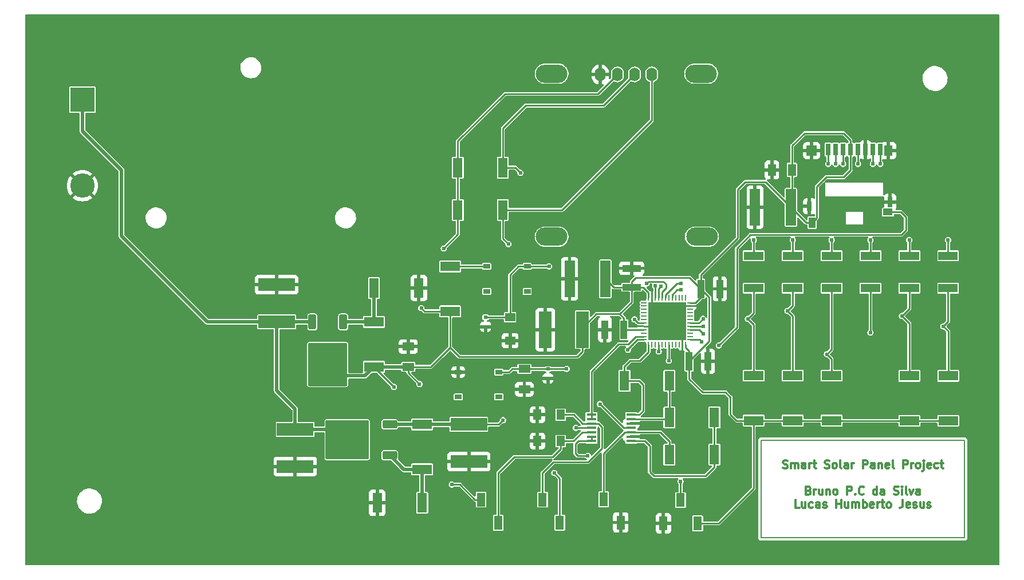
<source format=gtl>
G04 #@! TF.GenerationSoftware,KiCad,Pcbnew,7.0.2*
G04 #@! TF.CreationDate,2023-06-26T18:45:37-03:00*
G04 #@! TF.ProjectId,ProjetoFinalSEMB,50726f6a-6574-46f4-9669-6e616c53454d,rev?*
G04 #@! TF.SameCoordinates,Original*
G04 #@! TF.FileFunction,Copper,L1,Top*
G04 #@! TF.FilePolarity,Positive*
%FSLAX46Y46*%
G04 Gerber Fmt 4.6, Leading zero omitted, Abs format (unit mm)*
G04 Created by KiCad (PCBNEW 7.0.2) date 2023-06-26 18:45:37*
%MOMM*%
%LPD*%
G01*
G04 APERTURE LIST*
G04 Aperture macros list*
%AMRoundRect*
0 Rectangle with rounded corners*
0 $1 Rounding radius*
0 $2 $3 $4 $5 $6 $7 $8 $9 X,Y pos of 4 corners*
0 Add a 4 corners polygon primitive as box body*
4,1,4,$2,$3,$4,$5,$6,$7,$8,$9,$2,$3,0*
0 Add four circle primitives for the rounded corners*
1,1,$1+$1,$2,$3*
1,1,$1+$1,$4,$5*
1,1,$1+$1,$6,$7*
1,1,$1+$1,$8,$9*
0 Add four rect primitives between the rounded corners*
20,1,$1+$1,$2,$3,$4,$5,0*
20,1,$1+$1,$4,$5,$6,$7,0*
20,1,$1+$1,$6,$7,$8,$9,0*
20,1,$1+$1,$8,$9,$2,$3,0*%
G04 Aperture macros list end*
%ADD10C,0.300000*%
G04 #@! TA.AperFunction,NonConductor*
%ADD11C,0.300000*%
G04 #@! TD*
G04 #@! TA.AperFunction,NonConductor*
%ADD12C,0.150000*%
G04 #@! TD*
G04 #@! TA.AperFunction,SMDPad,CuDef*
%ADD13R,1.450000X2.900000*%
G04 #@! TD*
G04 #@! TA.AperFunction,ComponentPad*
%ADD14R,3.600000X3.600000*%
G04 #@! TD*
G04 #@! TA.AperFunction,ComponentPad*
%ADD15C,3.600000*%
G04 #@! TD*
G04 #@! TA.AperFunction,SMDPad,CuDef*
%ADD16R,1.250000X1.500000*%
G04 #@! TD*
G04 #@! TA.AperFunction,SMDPad,CuDef*
%ADD17R,2.900000X1.450000*%
G04 #@! TD*
G04 #@! TA.AperFunction,SMDPad,CuDef*
%ADD18RoundRect,0.062500X-0.375000X-0.062500X0.375000X-0.062500X0.375000X0.062500X-0.375000X0.062500X0*%
G04 #@! TD*
G04 #@! TA.AperFunction,SMDPad,CuDef*
%ADD19RoundRect,0.062500X-0.062500X-0.375000X0.062500X-0.375000X0.062500X0.375000X-0.062500X0.375000X0*%
G04 #@! TD*
G04 #@! TA.AperFunction,SMDPad,CuDef*
%ADD20R,5.600000X5.600000*%
G04 #@! TD*
G04 #@! TA.AperFunction,SMDPad,CuDef*
%ADD21R,0.600000X0.500000*%
G04 #@! TD*
G04 #@! TA.AperFunction,SMDPad,CuDef*
%ADD22R,2.900000X1.300000*%
G04 #@! TD*
G04 #@! TA.AperFunction,SMDPad,CuDef*
%ADD23R,1.000000X0.700000*%
G04 #@! TD*
G04 #@! TA.AperFunction,SMDPad,CuDef*
%ADD24R,2.720000X1.020000*%
G04 #@! TD*
G04 #@! TA.AperFunction,ComponentPad*
%ADD25O,4.680000X2.690000*%
G04 #@! TD*
G04 #@! TA.AperFunction,ComponentPad*
%ADD26O,1.600000X2.000000*%
G04 #@! TD*
G04 #@! TA.AperFunction,SMDPad,CuDef*
%ADD27R,1.020000X2.720000*%
G04 #@! TD*
G04 #@! TA.AperFunction,SMDPad,CuDef*
%ADD28R,1.900000X5.400000*%
G04 #@! TD*
G04 #@! TA.AperFunction,SMDPad,CuDef*
%ADD29R,1.270000X2.030000*%
G04 #@! TD*
G04 #@! TA.AperFunction,SMDPad,CuDef*
%ADD30R,1.800000X1.150000*%
G04 #@! TD*
G04 #@! TA.AperFunction,SMDPad,CuDef*
%ADD31R,5.400000X1.900000*%
G04 #@! TD*
G04 #@! TA.AperFunction,SMDPad,CuDef*
%ADD32R,1.500000X1.250000*%
G04 #@! TD*
G04 #@! TA.AperFunction,SMDPad,CuDef*
%ADD33RoundRect,0.250000X-0.350000X0.850000X-0.350000X-0.850000X0.350000X-0.850000X0.350000X0.850000X0*%
G04 #@! TD*
G04 #@! TA.AperFunction,SMDPad,CuDef*
%ADD34RoundRect,0.250000X-1.125000X1.275000X-1.125000X-1.275000X1.125000X-1.275000X1.125000X1.275000X0*%
G04 #@! TD*
G04 #@! TA.AperFunction,SMDPad,CuDef*
%ADD35RoundRect,0.249997X-2.650003X2.950003X-2.650003X-2.950003X2.650003X-2.950003X2.650003X2.950003X0*%
G04 #@! TD*
G04 #@! TA.AperFunction,SMDPad,CuDef*
%ADD36R,1.150000X1.800000*%
G04 #@! TD*
G04 #@! TA.AperFunction,SMDPad,CuDef*
%ADD37R,0.700000X1.750000*%
G04 #@! TD*
G04 #@! TA.AperFunction,SMDPad,CuDef*
%ADD38R,1.450000X1.000000*%
G04 #@! TD*
G04 #@! TA.AperFunction,SMDPad,CuDef*
%ADD39R,1.000000X1.550000*%
G04 #@! TD*
G04 #@! TA.AperFunction,SMDPad,CuDef*
%ADD40R,0.800000X1.500000*%
G04 #@! TD*
G04 #@! TA.AperFunction,SMDPad,CuDef*
%ADD41R,1.300000X1.500000*%
G04 #@! TD*
G04 #@! TA.AperFunction,SMDPad,CuDef*
%ADD42R,1.500000X1.500000*%
G04 #@! TD*
G04 #@! TA.AperFunction,SMDPad,CuDef*
%ADD43R,0.800000X1.400000*%
G04 #@! TD*
G04 #@! TA.AperFunction,SMDPad,CuDef*
%ADD44R,1.500000X5.400000*%
G04 #@! TD*
G04 #@! TA.AperFunction,SMDPad,CuDef*
%ADD45RoundRect,0.250000X0.850000X0.350000X-0.850000X0.350000X-0.850000X-0.350000X0.850000X-0.350000X0*%
G04 #@! TD*
G04 #@! TA.AperFunction,SMDPad,CuDef*
%ADD46RoundRect,0.250000X1.275000X1.125000X-1.275000X1.125000X-1.275000X-1.125000X1.275000X-1.125000X0*%
G04 #@! TD*
G04 #@! TA.AperFunction,SMDPad,CuDef*
%ADD47RoundRect,0.249997X2.950003X2.650003X-2.950003X2.650003X-2.950003X-2.650003X2.950003X-2.650003X0*%
G04 #@! TD*
G04 #@! TA.AperFunction,SMDPad,CuDef*
%ADD48R,1.475000X0.450000*%
G04 #@! TD*
G04 #@! TA.AperFunction,ViaPad*
%ADD49C,0.609600*%
G04 #@! TD*
G04 #@! TA.AperFunction,Conductor*
%ADD50C,0.508000*%
G04 #@! TD*
G04 #@! TA.AperFunction,Conductor*
%ADD51C,0.254000*%
G04 #@! TD*
G04 APERTURE END LIST*
D10*
D11*
X189560802Y-128591500D02*
X189732231Y-128648642D01*
X189732231Y-128648642D02*
X190017945Y-128648642D01*
X190017945Y-128648642D02*
X190132231Y-128591500D01*
X190132231Y-128591500D02*
X190189373Y-128534357D01*
X190189373Y-128534357D02*
X190246516Y-128420071D01*
X190246516Y-128420071D02*
X190246516Y-128305785D01*
X190246516Y-128305785D02*
X190189373Y-128191500D01*
X190189373Y-128191500D02*
X190132231Y-128134357D01*
X190132231Y-128134357D02*
X190017945Y-128077214D01*
X190017945Y-128077214D02*
X189789373Y-128020071D01*
X189789373Y-128020071D02*
X189675088Y-127962928D01*
X189675088Y-127962928D02*
X189617945Y-127905785D01*
X189617945Y-127905785D02*
X189560802Y-127791500D01*
X189560802Y-127791500D02*
X189560802Y-127677214D01*
X189560802Y-127677214D02*
X189617945Y-127562928D01*
X189617945Y-127562928D02*
X189675088Y-127505785D01*
X189675088Y-127505785D02*
X189789373Y-127448642D01*
X189789373Y-127448642D02*
X190075088Y-127448642D01*
X190075088Y-127448642D02*
X190246516Y-127505785D01*
X190760802Y-128648642D02*
X190760802Y-127848642D01*
X190760802Y-127962928D02*
X190817945Y-127905785D01*
X190817945Y-127905785D02*
X190932230Y-127848642D01*
X190932230Y-127848642D02*
X191103659Y-127848642D01*
X191103659Y-127848642D02*
X191217945Y-127905785D01*
X191217945Y-127905785D02*
X191275088Y-128020071D01*
X191275088Y-128020071D02*
X191275088Y-128648642D01*
X191275088Y-128020071D02*
X191332230Y-127905785D01*
X191332230Y-127905785D02*
X191446516Y-127848642D01*
X191446516Y-127848642D02*
X191617945Y-127848642D01*
X191617945Y-127848642D02*
X191732230Y-127905785D01*
X191732230Y-127905785D02*
X191789373Y-128020071D01*
X191789373Y-128020071D02*
X191789373Y-128648642D01*
X192875088Y-128648642D02*
X192875088Y-128020071D01*
X192875088Y-128020071D02*
X192817945Y-127905785D01*
X192817945Y-127905785D02*
X192703659Y-127848642D01*
X192703659Y-127848642D02*
X192475088Y-127848642D01*
X192475088Y-127848642D02*
X192360802Y-127905785D01*
X192875088Y-128591500D02*
X192760802Y-128648642D01*
X192760802Y-128648642D02*
X192475088Y-128648642D01*
X192475088Y-128648642D02*
X192360802Y-128591500D01*
X192360802Y-128591500D02*
X192303659Y-128477214D01*
X192303659Y-128477214D02*
X192303659Y-128362928D01*
X192303659Y-128362928D02*
X192360802Y-128248642D01*
X192360802Y-128248642D02*
X192475088Y-128191500D01*
X192475088Y-128191500D02*
X192760802Y-128191500D01*
X192760802Y-128191500D02*
X192875088Y-128134357D01*
X193446516Y-128648642D02*
X193446516Y-127848642D01*
X193446516Y-128077214D02*
X193503659Y-127962928D01*
X193503659Y-127962928D02*
X193560802Y-127905785D01*
X193560802Y-127905785D02*
X193675087Y-127848642D01*
X193675087Y-127848642D02*
X193789373Y-127848642D01*
X194017944Y-127848642D02*
X194475087Y-127848642D01*
X194189373Y-127448642D02*
X194189373Y-128477214D01*
X194189373Y-128477214D02*
X194246516Y-128591500D01*
X194246516Y-128591500D02*
X194360801Y-128648642D01*
X194360801Y-128648642D02*
X194475087Y-128648642D01*
X195732230Y-128591500D02*
X195903659Y-128648642D01*
X195903659Y-128648642D02*
X196189373Y-128648642D01*
X196189373Y-128648642D02*
X196303659Y-128591500D01*
X196303659Y-128591500D02*
X196360801Y-128534357D01*
X196360801Y-128534357D02*
X196417944Y-128420071D01*
X196417944Y-128420071D02*
X196417944Y-128305785D01*
X196417944Y-128305785D02*
X196360801Y-128191500D01*
X196360801Y-128191500D02*
X196303659Y-128134357D01*
X196303659Y-128134357D02*
X196189373Y-128077214D01*
X196189373Y-128077214D02*
X195960801Y-128020071D01*
X195960801Y-128020071D02*
X195846516Y-127962928D01*
X195846516Y-127962928D02*
X195789373Y-127905785D01*
X195789373Y-127905785D02*
X195732230Y-127791500D01*
X195732230Y-127791500D02*
X195732230Y-127677214D01*
X195732230Y-127677214D02*
X195789373Y-127562928D01*
X195789373Y-127562928D02*
X195846516Y-127505785D01*
X195846516Y-127505785D02*
X195960801Y-127448642D01*
X195960801Y-127448642D02*
X196246516Y-127448642D01*
X196246516Y-127448642D02*
X196417944Y-127505785D01*
X197103658Y-128648642D02*
X196989373Y-128591500D01*
X196989373Y-128591500D02*
X196932230Y-128534357D01*
X196932230Y-128534357D02*
X196875087Y-128420071D01*
X196875087Y-128420071D02*
X196875087Y-128077214D01*
X196875087Y-128077214D02*
X196932230Y-127962928D01*
X196932230Y-127962928D02*
X196989373Y-127905785D01*
X196989373Y-127905785D02*
X197103658Y-127848642D01*
X197103658Y-127848642D02*
X197275087Y-127848642D01*
X197275087Y-127848642D02*
X197389373Y-127905785D01*
X197389373Y-127905785D02*
X197446516Y-127962928D01*
X197446516Y-127962928D02*
X197503658Y-128077214D01*
X197503658Y-128077214D02*
X197503658Y-128420071D01*
X197503658Y-128420071D02*
X197446516Y-128534357D01*
X197446516Y-128534357D02*
X197389373Y-128591500D01*
X197389373Y-128591500D02*
X197275087Y-128648642D01*
X197275087Y-128648642D02*
X197103658Y-128648642D01*
X198189372Y-128648642D02*
X198075087Y-128591500D01*
X198075087Y-128591500D02*
X198017944Y-128477214D01*
X198017944Y-128477214D02*
X198017944Y-127448642D01*
X199160801Y-128648642D02*
X199160801Y-128020071D01*
X199160801Y-128020071D02*
X199103658Y-127905785D01*
X199103658Y-127905785D02*
X198989372Y-127848642D01*
X198989372Y-127848642D02*
X198760801Y-127848642D01*
X198760801Y-127848642D02*
X198646515Y-127905785D01*
X199160801Y-128591500D02*
X199046515Y-128648642D01*
X199046515Y-128648642D02*
X198760801Y-128648642D01*
X198760801Y-128648642D02*
X198646515Y-128591500D01*
X198646515Y-128591500D02*
X198589372Y-128477214D01*
X198589372Y-128477214D02*
X198589372Y-128362928D01*
X198589372Y-128362928D02*
X198646515Y-128248642D01*
X198646515Y-128248642D02*
X198760801Y-128191500D01*
X198760801Y-128191500D02*
X199046515Y-128191500D01*
X199046515Y-128191500D02*
X199160801Y-128134357D01*
X199732229Y-128648642D02*
X199732229Y-127848642D01*
X199732229Y-128077214D02*
X199789372Y-127962928D01*
X199789372Y-127962928D02*
X199846515Y-127905785D01*
X199846515Y-127905785D02*
X199960800Y-127848642D01*
X199960800Y-127848642D02*
X200075086Y-127848642D01*
X201389372Y-128648642D02*
X201389372Y-127448642D01*
X201389372Y-127448642D02*
X201846515Y-127448642D01*
X201846515Y-127448642D02*
X201960800Y-127505785D01*
X201960800Y-127505785D02*
X202017943Y-127562928D01*
X202017943Y-127562928D02*
X202075086Y-127677214D01*
X202075086Y-127677214D02*
X202075086Y-127848642D01*
X202075086Y-127848642D02*
X202017943Y-127962928D01*
X202017943Y-127962928D02*
X201960800Y-128020071D01*
X201960800Y-128020071D02*
X201846515Y-128077214D01*
X201846515Y-128077214D02*
X201389372Y-128077214D01*
X203103658Y-128648642D02*
X203103658Y-128020071D01*
X203103658Y-128020071D02*
X203046515Y-127905785D01*
X203046515Y-127905785D02*
X202932229Y-127848642D01*
X202932229Y-127848642D02*
X202703658Y-127848642D01*
X202703658Y-127848642D02*
X202589372Y-127905785D01*
X203103658Y-128591500D02*
X202989372Y-128648642D01*
X202989372Y-128648642D02*
X202703658Y-128648642D01*
X202703658Y-128648642D02*
X202589372Y-128591500D01*
X202589372Y-128591500D02*
X202532229Y-128477214D01*
X202532229Y-128477214D02*
X202532229Y-128362928D01*
X202532229Y-128362928D02*
X202589372Y-128248642D01*
X202589372Y-128248642D02*
X202703658Y-128191500D01*
X202703658Y-128191500D02*
X202989372Y-128191500D01*
X202989372Y-128191500D02*
X203103658Y-128134357D01*
X203675086Y-127848642D02*
X203675086Y-128648642D01*
X203675086Y-127962928D02*
X203732229Y-127905785D01*
X203732229Y-127905785D02*
X203846514Y-127848642D01*
X203846514Y-127848642D02*
X204017943Y-127848642D01*
X204017943Y-127848642D02*
X204132229Y-127905785D01*
X204132229Y-127905785D02*
X204189372Y-128020071D01*
X204189372Y-128020071D02*
X204189372Y-128648642D01*
X205217943Y-128591500D02*
X205103657Y-128648642D01*
X205103657Y-128648642D02*
X204875086Y-128648642D01*
X204875086Y-128648642D02*
X204760800Y-128591500D01*
X204760800Y-128591500D02*
X204703657Y-128477214D01*
X204703657Y-128477214D02*
X204703657Y-128020071D01*
X204703657Y-128020071D02*
X204760800Y-127905785D01*
X204760800Y-127905785D02*
X204875086Y-127848642D01*
X204875086Y-127848642D02*
X205103657Y-127848642D01*
X205103657Y-127848642D02*
X205217943Y-127905785D01*
X205217943Y-127905785D02*
X205275086Y-128020071D01*
X205275086Y-128020071D02*
X205275086Y-128134357D01*
X205275086Y-128134357D02*
X204703657Y-128248642D01*
X205960799Y-128648642D02*
X205846514Y-128591500D01*
X205846514Y-128591500D02*
X205789371Y-128477214D01*
X205789371Y-128477214D02*
X205789371Y-127448642D01*
X207332228Y-128648642D02*
X207332228Y-127448642D01*
X207332228Y-127448642D02*
X207789371Y-127448642D01*
X207789371Y-127448642D02*
X207903656Y-127505785D01*
X207903656Y-127505785D02*
X207960799Y-127562928D01*
X207960799Y-127562928D02*
X208017942Y-127677214D01*
X208017942Y-127677214D02*
X208017942Y-127848642D01*
X208017942Y-127848642D02*
X207960799Y-127962928D01*
X207960799Y-127962928D02*
X207903656Y-128020071D01*
X207903656Y-128020071D02*
X207789371Y-128077214D01*
X207789371Y-128077214D02*
X207332228Y-128077214D01*
X208532228Y-128648642D02*
X208532228Y-127848642D01*
X208532228Y-128077214D02*
X208589371Y-127962928D01*
X208589371Y-127962928D02*
X208646514Y-127905785D01*
X208646514Y-127905785D02*
X208760799Y-127848642D01*
X208760799Y-127848642D02*
X208875085Y-127848642D01*
X209446513Y-128648642D02*
X209332228Y-128591500D01*
X209332228Y-128591500D02*
X209275085Y-128534357D01*
X209275085Y-128534357D02*
X209217942Y-128420071D01*
X209217942Y-128420071D02*
X209217942Y-128077214D01*
X209217942Y-128077214D02*
X209275085Y-127962928D01*
X209275085Y-127962928D02*
X209332228Y-127905785D01*
X209332228Y-127905785D02*
X209446513Y-127848642D01*
X209446513Y-127848642D02*
X209617942Y-127848642D01*
X209617942Y-127848642D02*
X209732228Y-127905785D01*
X209732228Y-127905785D02*
X209789371Y-127962928D01*
X209789371Y-127962928D02*
X209846513Y-128077214D01*
X209846513Y-128077214D02*
X209846513Y-128420071D01*
X209846513Y-128420071D02*
X209789371Y-128534357D01*
X209789371Y-128534357D02*
X209732228Y-128591500D01*
X209732228Y-128591500D02*
X209617942Y-128648642D01*
X209617942Y-128648642D02*
X209446513Y-128648642D01*
X210360799Y-127848642D02*
X210360799Y-128877214D01*
X210360799Y-128877214D02*
X210303656Y-128991500D01*
X210303656Y-128991500D02*
X210189370Y-129048642D01*
X210189370Y-129048642D02*
X210132227Y-129048642D01*
X210360799Y-127448642D02*
X210303656Y-127505785D01*
X210303656Y-127505785D02*
X210360799Y-127562928D01*
X210360799Y-127562928D02*
X210417942Y-127505785D01*
X210417942Y-127505785D02*
X210360799Y-127448642D01*
X210360799Y-127448642D02*
X210360799Y-127562928D01*
X211389371Y-128591500D02*
X211275085Y-128648642D01*
X211275085Y-128648642D02*
X211046514Y-128648642D01*
X211046514Y-128648642D02*
X210932228Y-128591500D01*
X210932228Y-128591500D02*
X210875085Y-128477214D01*
X210875085Y-128477214D02*
X210875085Y-128020071D01*
X210875085Y-128020071D02*
X210932228Y-127905785D01*
X210932228Y-127905785D02*
X211046514Y-127848642D01*
X211046514Y-127848642D02*
X211275085Y-127848642D01*
X211275085Y-127848642D02*
X211389371Y-127905785D01*
X211389371Y-127905785D02*
X211446514Y-128020071D01*
X211446514Y-128020071D02*
X211446514Y-128134357D01*
X211446514Y-128134357D02*
X210875085Y-128248642D01*
X212475085Y-128591500D02*
X212360799Y-128648642D01*
X212360799Y-128648642D02*
X212132227Y-128648642D01*
X212132227Y-128648642D02*
X212017942Y-128591500D01*
X212017942Y-128591500D02*
X211960799Y-128534357D01*
X211960799Y-128534357D02*
X211903656Y-128420071D01*
X211903656Y-128420071D02*
X211903656Y-128077214D01*
X211903656Y-128077214D02*
X211960799Y-127962928D01*
X211960799Y-127962928D02*
X212017942Y-127905785D01*
X212017942Y-127905785D02*
X212132227Y-127848642D01*
X212132227Y-127848642D02*
X212360799Y-127848642D01*
X212360799Y-127848642D02*
X212475085Y-127905785D01*
X212817941Y-127848642D02*
X213275084Y-127848642D01*
X212989370Y-127448642D02*
X212989370Y-128477214D01*
X212989370Y-128477214D02*
X213046513Y-128591500D01*
X213046513Y-128591500D02*
X213160798Y-128648642D01*
X213160798Y-128648642D02*
X213275084Y-128648642D01*
X193332229Y-131908071D02*
X193503657Y-131965214D01*
X193503657Y-131965214D02*
X193560800Y-132022357D01*
X193560800Y-132022357D02*
X193617943Y-132136642D01*
X193617943Y-132136642D02*
X193617943Y-132308071D01*
X193617943Y-132308071D02*
X193560800Y-132422357D01*
X193560800Y-132422357D02*
X193503657Y-132479500D01*
X193503657Y-132479500D02*
X193389372Y-132536642D01*
X193389372Y-132536642D02*
X192932229Y-132536642D01*
X192932229Y-132536642D02*
X192932229Y-131336642D01*
X192932229Y-131336642D02*
X193332229Y-131336642D01*
X193332229Y-131336642D02*
X193446515Y-131393785D01*
X193446515Y-131393785D02*
X193503657Y-131450928D01*
X193503657Y-131450928D02*
X193560800Y-131565214D01*
X193560800Y-131565214D02*
X193560800Y-131679500D01*
X193560800Y-131679500D02*
X193503657Y-131793785D01*
X193503657Y-131793785D02*
X193446515Y-131850928D01*
X193446515Y-131850928D02*
X193332229Y-131908071D01*
X193332229Y-131908071D02*
X192932229Y-131908071D01*
X194132229Y-132536642D02*
X194132229Y-131736642D01*
X194132229Y-131965214D02*
X194189372Y-131850928D01*
X194189372Y-131850928D02*
X194246515Y-131793785D01*
X194246515Y-131793785D02*
X194360800Y-131736642D01*
X194360800Y-131736642D02*
X194475086Y-131736642D01*
X195389372Y-131736642D02*
X195389372Y-132536642D01*
X194875086Y-131736642D02*
X194875086Y-132365214D01*
X194875086Y-132365214D02*
X194932229Y-132479500D01*
X194932229Y-132479500D02*
X195046514Y-132536642D01*
X195046514Y-132536642D02*
X195217943Y-132536642D01*
X195217943Y-132536642D02*
X195332229Y-132479500D01*
X195332229Y-132479500D02*
X195389372Y-132422357D01*
X195960800Y-131736642D02*
X195960800Y-132536642D01*
X195960800Y-131850928D02*
X196017943Y-131793785D01*
X196017943Y-131793785D02*
X196132228Y-131736642D01*
X196132228Y-131736642D02*
X196303657Y-131736642D01*
X196303657Y-131736642D02*
X196417943Y-131793785D01*
X196417943Y-131793785D02*
X196475086Y-131908071D01*
X196475086Y-131908071D02*
X196475086Y-132536642D01*
X197217942Y-132536642D02*
X197103657Y-132479500D01*
X197103657Y-132479500D02*
X197046514Y-132422357D01*
X197046514Y-132422357D02*
X196989371Y-132308071D01*
X196989371Y-132308071D02*
X196989371Y-131965214D01*
X196989371Y-131965214D02*
X197046514Y-131850928D01*
X197046514Y-131850928D02*
X197103657Y-131793785D01*
X197103657Y-131793785D02*
X197217942Y-131736642D01*
X197217942Y-131736642D02*
X197389371Y-131736642D01*
X197389371Y-131736642D02*
X197503657Y-131793785D01*
X197503657Y-131793785D02*
X197560800Y-131850928D01*
X197560800Y-131850928D02*
X197617942Y-131965214D01*
X197617942Y-131965214D02*
X197617942Y-132308071D01*
X197617942Y-132308071D02*
X197560800Y-132422357D01*
X197560800Y-132422357D02*
X197503657Y-132479500D01*
X197503657Y-132479500D02*
X197389371Y-132536642D01*
X197389371Y-132536642D02*
X197217942Y-132536642D01*
X199046514Y-132536642D02*
X199046514Y-131336642D01*
X199046514Y-131336642D02*
X199503657Y-131336642D01*
X199503657Y-131336642D02*
X199617942Y-131393785D01*
X199617942Y-131393785D02*
X199675085Y-131450928D01*
X199675085Y-131450928D02*
X199732228Y-131565214D01*
X199732228Y-131565214D02*
X199732228Y-131736642D01*
X199732228Y-131736642D02*
X199675085Y-131850928D01*
X199675085Y-131850928D02*
X199617942Y-131908071D01*
X199617942Y-131908071D02*
X199503657Y-131965214D01*
X199503657Y-131965214D02*
X199046514Y-131965214D01*
X200246514Y-132422357D02*
X200303657Y-132479500D01*
X200303657Y-132479500D02*
X200246514Y-132536642D01*
X200246514Y-132536642D02*
X200189371Y-132479500D01*
X200189371Y-132479500D02*
X200246514Y-132422357D01*
X200246514Y-132422357D02*
X200246514Y-132536642D01*
X201503657Y-132422357D02*
X201446514Y-132479500D01*
X201446514Y-132479500D02*
X201275086Y-132536642D01*
X201275086Y-132536642D02*
X201160800Y-132536642D01*
X201160800Y-132536642D02*
X200989371Y-132479500D01*
X200989371Y-132479500D02*
X200875086Y-132365214D01*
X200875086Y-132365214D02*
X200817943Y-132250928D01*
X200817943Y-132250928D02*
X200760800Y-132022357D01*
X200760800Y-132022357D02*
X200760800Y-131850928D01*
X200760800Y-131850928D02*
X200817943Y-131622357D01*
X200817943Y-131622357D02*
X200875086Y-131508071D01*
X200875086Y-131508071D02*
X200989371Y-131393785D01*
X200989371Y-131393785D02*
X201160800Y-131336642D01*
X201160800Y-131336642D02*
X201275086Y-131336642D01*
X201275086Y-131336642D02*
X201446514Y-131393785D01*
X201446514Y-131393785D02*
X201503657Y-131450928D01*
X203446515Y-132536642D02*
X203446515Y-131336642D01*
X203446515Y-132479500D02*
X203332229Y-132536642D01*
X203332229Y-132536642D02*
X203103657Y-132536642D01*
X203103657Y-132536642D02*
X202989372Y-132479500D01*
X202989372Y-132479500D02*
X202932229Y-132422357D01*
X202932229Y-132422357D02*
X202875086Y-132308071D01*
X202875086Y-132308071D02*
X202875086Y-131965214D01*
X202875086Y-131965214D02*
X202932229Y-131850928D01*
X202932229Y-131850928D02*
X202989372Y-131793785D01*
X202989372Y-131793785D02*
X203103657Y-131736642D01*
X203103657Y-131736642D02*
X203332229Y-131736642D01*
X203332229Y-131736642D02*
X203446515Y-131793785D01*
X204532229Y-132536642D02*
X204532229Y-131908071D01*
X204532229Y-131908071D02*
X204475086Y-131793785D01*
X204475086Y-131793785D02*
X204360800Y-131736642D01*
X204360800Y-131736642D02*
X204132229Y-131736642D01*
X204132229Y-131736642D02*
X204017943Y-131793785D01*
X204532229Y-132479500D02*
X204417943Y-132536642D01*
X204417943Y-132536642D02*
X204132229Y-132536642D01*
X204132229Y-132536642D02*
X204017943Y-132479500D01*
X204017943Y-132479500D02*
X203960800Y-132365214D01*
X203960800Y-132365214D02*
X203960800Y-132250928D01*
X203960800Y-132250928D02*
X204017943Y-132136642D01*
X204017943Y-132136642D02*
X204132229Y-132079500D01*
X204132229Y-132079500D02*
X204417943Y-132079500D01*
X204417943Y-132079500D02*
X204532229Y-132022357D01*
X205960800Y-132479500D02*
X206132229Y-132536642D01*
X206132229Y-132536642D02*
X206417943Y-132536642D01*
X206417943Y-132536642D02*
X206532229Y-132479500D01*
X206532229Y-132479500D02*
X206589371Y-132422357D01*
X206589371Y-132422357D02*
X206646514Y-132308071D01*
X206646514Y-132308071D02*
X206646514Y-132193785D01*
X206646514Y-132193785D02*
X206589371Y-132079500D01*
X206589371Y-132079500D02*
X206532229Y-132022357D01*
X206532229Y-132022357D02*
X206417943Y-131965214D01*
X206417943Y-131965214D02*
X206189371Y-131908071D01*
X206189371Y-131908071D02*
X206075086Y-131850928D01*
X206075086Y-131850928D02*
X206017943Y-131793785D01*
X206017943Y-131793785D02*
X205960800Y-131679500D01*
X205960800Y-131679500D02*
X205960800Y-131565214D01*
X205960800Y-131565214D02*
X206017943Y-131450928D01*
X206017943Y-131450928D02*
X206075086Y-131393785D01*
X206075086Y-131393785D02*
X206189371Y-131336642D01*
X206189371Y-131336642D02*
X206475086Y-131336642D01*
X206475086Y-131336642D02*
X206646514Y-131393785D01*
X207160800Y-132536642D02*
X207160800Y-131736642D01*
X207160800Y-131336642D02*
X207103657Y-131393785D01*
X207103657Y-131393785D02*
X207160800Y-131450928D01*
X207160800Y-131450928D02*
X207217943Y-131393785D01*
X207217943Y-131393785D02*
X207160800Y-131336642D01*
X207160800Y-131336642D02*
X207160800Y-131450928D01*
X207903657Y-132536642D02*
X207789372Y-132479500D01*
X207789372Y-132479500D02*
X207732229Y-132365214D01*
X207732229Y-132365214D02*
X207732229Y-131336642D01*
X208246514Y-131736642D02*
X208532228Y-132536642D01*
X208532228Y-132536642D02*
X208817943Y-131736642D01*
X209789372Y-132536642D02*
X209789372Y-131908071D01*
X209789372Y-131908071D02*
X209732229Y-131793785D01*
X209732229Y-131793785D02*
X209617943Y-131736642D01*
X209617943Y-131736642D02*
X209389372Y-131736642D01*
X209389372Y-131736642D02*
X209275086Y-131793785D01*
X209789372Y-132479500D02*
X209675086Y-132536642D01*
X209675086Y-132536642D02*
X209389372Y-132536642D01*
X209389372Y-132536642D02*
X209275086Y-132479500D01*
X209275086Y-132479500D02*
X209217943Y-132365214D01*
X209217943Y-132365214D02*
X209217943Y-132250928D01*
X209217943Y-132250928D02*
X209275086Y-132136642D01*
X209275086Y-132136642D02*
X209389372Y-132079500D01*
X209389372Y-132079500D02*
X209675086Y-132079500D01*
X209675086Y-132079500D02*
X209789372Y-132022357D01*
X191960800Y-134480642D02*
X191389372Y-134480642D01*
X191389372Y-134480642D02*
X191389372Y-133280642D01*
X192875087Y-133680642D02*
X192875087Y-134480642D01*
X192360801Y-133680642D02*
X192360801Y-134309214D01*
X192360801Y-134309214D02*
X192417944Y-134423500D01*
X192417944Y-134423500D02*
X192532229Y-134480642D01*
X192532229Y-134480642D02*
X192703658Y-134480642D01*
X192703658Y-134480642D02*
X192817944Y-134423500D01*
X192817944Y-134423500D02*
X192875087Y-134366357D01*
X193960801Y-134423500D02*
X193846515Y-134480642D01*
X193846515Y-134480642D02*
X193617943Y-134480642D01*
X193617943Y-134480642D02*
X193503658Y-134423500D01*
X193503658Y-134423500D02*
X193446515Y-134366357D01*
X193446515Y-134366357D02*
X193389372Y-134252071D01*
X193389372Y-134252071D02*
X193389372Y-133909214D01*
X193389372Y-133909214D02*
X193446515Y-133794928D01*
X193446515Y-133794928D02*
X193503658Y-133737785D01*
X193503658Y-133737785D02*
X193617943Y-133680642D01*
X193617943Y-133680642D02*
X193846515Y-133680642D01*
X193846515Y-133680642D02*
X193960801Y-133737785D01*
X194989372Y-134480642D02*
X194989372Y-133852071D01*
X194989372Y-133852071D02*
X194932229Y-133737785D01*
X194932229Y-133737785D02*
X194817943Y-133680642D01*
X194817943Y-133680642D02*
X194589372Y-133680642D01*
X194589372Y-133680642D02*
X194475086Y-133737785D01*
X194989372Y-134423500D02*
X194875086Y-134480642D01*
X194875086Y-134480642D02*
X194589372Y-134480642D01*
X194589372Y-134480642D02*
X194475086Y-134423500D01*
X194475086Y-134423500D02*
X194417943Y-134309214D01*
X194417943Y-134309214D02*
X194417943Y-134194928D01*
X194417943Y-134194928D02*
X194475086Y-134080642D01*
X194475086Y-134080642D02*
X194589372Y-134023500D01*
X194589372Y-134023500D02*
X194875086Y-134023500D01*
X194875086Y-134023500D02*
X194989372Y-133966357D01*
X195503657Y-134423500D02*
X195617943Y-134480642D01*
X195617943Y-134480642D02*
X195846514Y-134480642D01*
X195846514Y-134480642D02*
X195960800Y-134423500D01*
X195960800Y-134423500D02*
X196017943Y-134309214D01*
X196017943Y-134309214D02*
X196017943Y-134252071D01*
X196017943Y-134252071D02*
X195960800Y-134137785D01*
X195960800Y-134137785D02*
X195846514Y-134080642D01*
X195846514Y-134080642D02*
X195675086Y-134080642D01*
X195675086Y-134080642D02*
X195560800Y-134023500D01*
X195560800Y-134023500D02*
X195503657Y-133909214D01*
X195503657Y-133909214D02*
X195503657Y-133852071D01*
X195503657Y-133852071D02*
X195560800Y-133737785D01*
X195560800Y-133737785D02*
X195675086Y-133680642D01*
X195675086Y-133680642D02*
X195846514Y-133680642D01*
X195846514Y-133680642D02*
X195960800Y-133737785D01*
X197446515Y-134480642D02*
X197446515Y-133280642D01*
X197446515Y-133852071D02*
X198132229Y-133852071D01*
X198132229Y-134480642D02*
X198132229Y-133280642D01*
X199217944Y-133680642D02*
X199217944Y-134480642D01*
X198703658Y-133680642D02*
X198703658Y-134309214D01*
X198703658Y-134309214D02*
X198760801Y-134423500D01*
X198760801Y-134423500D02*
X198875086Y-134480642D01*
X198875086Y-134480642D02*
X199046515Y-134480642D01*
X199046515Y-134480642D02*
X199160801Y-134423500D01*
X199160801Y-134423500D02*
X199217944Y-134366357D01*
X199789372Y-134480642D02*
X199789372Y-133680642D01*
X199789372Y-133794928D02*
X199846515Y-133737785D01*
X199846515Y-133737785D02*
X199960800Y-133680642D01*
X199960800Y-133680642D02*
X200132229Y-133680642D01*
X200132229Y-133680642D02*
X200246515Y-133737785D01*
X200246515Y-133737785D02*
X200303658Y-133852071D01*
X200303658Y-133852071D02*
X200303658Y-134480642D01*
X200303658Y-133852071D02*
X200360800Y-133737785D01*
X200360800Y-133737785D02*
X200475086Y-133680642D01*
X200475086Y-133680642D02*
X200646515Y-133680642D01*
X200646515Y-133680642D02*
X200760800Y-133737785D01*
X200760800Y-133737785D02*
X200817943Y-133852071D01*
X200817943Y-133852071D02*
X200817943Y-134480642D01*
X201389372Y-134480642D02*
X201389372Y-133280642D01*
X201389372Y-133737785D02*
X201503658Y-133680642D01*
X201503658Y-133680642D02*
X201732229Y-133680642D01*
X201732229Y-133680642D02*
X201846515Y-133737785D01*
X201846515Y-133737785D02*
X201903658Y-133794928D01*
X201903658Y-133794928D02*
X201960800Y-133909214D01*
X201960800Y-133909214D02*
X201960800Y-134252071D01*
X201960800Y-134252071D02*
X201903658Y-134366357D01*
X201903658Y-134366357D02*
X201846515Y-134423500D01*
X201846515Y-134423500D02*
X201732229Y-134480642D01*
X201732229Y-134480642D02*
X201503658Y-134480642D01*
X201503658Y-134480642D02*
X201389372Y-134423500D01*
X202932229Y-134423500D02*
X202817943Y-134480642D01*
X202817943Y-134480642D02*
X202589372Y-134480642D01*
X202589372Y-134480642D02*
X202475086Y-134423500D01*
X202475086Y-134423500D02*
X202417943Y-134309214D01*
X202417943Y-134309214D02*
X202417943Y-133852071D01*
X202417943Y-133852071D02*
X202475086Y-133737785D01*
X202475086Y-133737785D02*
X202589372Y-133680642D01*
X202589372Y-133680642D02*
X202817943Y-133680642D01*
X202817943Y-133680642D02*
X202932229Y-133737785D01*
X202932229Y-133737785D02*
X202989372Y-133852071D01*
X202989372Y-133852071D02*
X202989372Y-133966357D01*
X202989372Y-133966357D02*
X202417943Y-134080642D01*
X203503657Y-134480642D02*
X203503657Y-133680642D01*
X203503657Y-133909214D02*
X203560800Y-133794928D01*
X203560800Y-133794928D02*
X203617943Y-133737785D01*
X203617943Y-133737785D02*
X203732228Y-133680642D01*
X203732228Y-133680642D02*
X203846514Y-133680642D01*
X204075085Y-133680642D02*
X204532228Y-133680642D01*
X204246514Y-133280642D02*
X204246514Y-134309214D01*
X204246514Y-134309214D02*
X204303657Y-134423500D01*
X204303657Y-134423500D02*
X204417942Y-134480642D01*
X204417942Y-134480642D02*
X204532228Y-134480642D01*
X205103656Y-134480642D02*
X204989371Y-134423500D01*
X204989371Y-134423500D02*
X204932228Y-134366357D01*
X204932228Y-134366357D02*
X204875085Y-134252071D01*
X204875085Y-134252071D02*
X204875085Y-133909214D01*
X204875085Y-133909214D02*
X204932228Y-133794928D01*
X204932228Y-133794928D02*
X204989371Y-133737785D01*
X204989371Y-133737785D02*
X205103656Y-133680642D01*
X205103656Y-133680642D02*
X205275085Y-133680642D01*
X205275085Y-133680642D02*
X205389371Y-133737785D01*
X205389371Y-133737785D02*
X205446514Y-133794928D01*
X205446514Y-133794928D02*
X205503656Y-133909214D01*
X205503656Y-133909214D02*
X205503656Y-134252071D01*
X205503656Y-134252071D02*
X205446514Y-134366357D01*
X205446514Y-134366357D02*
X205389371Y-134423500D01*
X205389371Y-134423500D02*
X205275085Y-134480642D01*
X205275085Y-134480642D02*
X205103656Y-134480642D01*
X207275085Y-133280642D02*
X207275085Y-134137785D01*
X207275085Y-134137785D02*
X207217942Y-134309214D01*
X207217942Y-134309214D02*
X207103656Y-134423500D01*
X207103656Y-134423500D02*
X206932228Y-134480642D01*
X206932228Y-134480642D02*
X206817942Y-134480642D01*
X208303657Y-134423500D02*
X208189371Y-134480642D01*
X208189371Y-134480642D02*
X207960800Y-134480642D01*
X207960800Y-134480642D02*
X207846514Y-134423500D01*
X207846514Y-134423500D02*
X207789371Y-134309214D01*
X207789371Y-134309214D02*
X207789371Y-133852071D01*
X207789371Y-133852071D02*
X207846514Y-133737785D01*
X207846514Y-133737785D02*
X207960800Y-133680642D01*
X207960800Y-133680642D02*
X208189371Y-133680642D01*
X208189371Y-133680642D02*
X208303657Y-133737785D01*
X208303657Y-133737785D02*
X208360800Y-133852071D01*
X208360800Y-133852071D02*
X208360800Y-133966357D01*
X208360800Y-133966357D02*
X207789371Y-134080642D01*
X208817942Y-134423500D02*
X208932228Y-134480642D01*
X208932228Y-134480642D02*
X209160799Y-134480642D01*
X209160799Y-134480642D02*
X209275085Y-134423500D01*
X209275085Y-134423500D02*
X209332228Y-134309214D01*
X209332228Y-134309214D02*
X209332228Y-134252071D01*
X209332228Y-134252071D02*
X209275085Y-134137785D01*
X209275085Y-134137785D02*
X209160799Y-134080642D01*
X209160799Y-134080642D02*
X208989371Y-134080642D01*
X208989371Y-134080642D02*
X208875085Y-134023500D01*
X208875085Y-134023500D02*
X208817942Y-133909214D01*
X208817942Y-133909214D02*
X208817942Y-133852071D01*
X208817942Y-133852071D02*
X208875085Y-133737785D01*
X208875085Y-133737785D02*
X208989371Y-133680642D01*
X208989371Y-133680642D02*
X209160799Y-133680642D01*
X209160799Y-133680642D02*
X209275085Y-133737785D01*
X210360800Y-133680642D02*
X210360800Y-134480642D01*
X209846514Y-133680642D02*
X209846514Y-134309214D01*
X209846514Y-134309214D02*
X209903657Y-134423500D01*
X209903657Y-134423500D02*
X210017942Y-134480642D01*
X210017942Y-134480642D02*
X210189371Y-134480642D01*
X210189371Y-134480642D02*
X210303657Y-134423500D01*
X210303657Y-134423500D02*
X210360800Y-134366357D01*
X210875085Y-134423500D02*
X210989371Y-134480642D01*
X210989371Y-134480642D02*
X211217942Y-134480642D01*
X211217942Y-134480642D02*
X211332228Y-134423500D01*
X211332228Y-134423500D02*
X211389371Y-134309214D01*
X211389371Y-134309214D02*
X211389371Y-134252071D01*
X211389371Y-134252071D02*
X211332228Y-134137785D01*
X211332228Y-134137785D02*
X211217942Y-134080642D01*
X211217942Y-134080642D02*
X211046514Y-134080642D01*
X211046514Y-134080642D02*
X210932228Y-134023500D01*
X210932228Y-134023500D02*
X210875085Y-133909214D01*
X210875085Y-133909214D02*
X210875085Y-133852071D01*
X210875085Y-133852071D02*
X210932228Y-133737785D01*
X210932228Y-133737785D02*
X211046514Y-133680642D01*
X211046514Y-133680642D02*
X211217942Y-133680642D01*
X211217942Y-133680642D02*
X211332228Y-133737785D01*
D12*
X186310800Y-124472500D02*
X216410800Y-124472500D01*
X216410800Y-138892500D01*
X186310800Y-138892500D01*
X186310800Y-124472500D01*
D13*
X166110800Y-115712500D03*
X172760800Y-115712500D03*
D14*
X85980800Y-74152500D03*
D15*
X85980800Y-86852500D03*
D16*
X156698300Y-120707500D03*
X153248300Y-120707500D03*
D13*
X172760800Y-126612500D03*
X179410800Y-126612500D03*
D17*
X185220800Y-121582500D03*
X185220800Y-114932500D03*
D18*
X168983300Y-104132500D03*
X168983300Y-104632500D03*
X168983300Y-105132500D03*
X168983300Y-105632500D03*
X168983300Y-106132500D03*
X168983300Y-106632500D03*
X168983300Y-107132500D03*
X168983300Y-107632500D03*
X168983300Y-108132500D03*
X168983300Y-108632500D03*
X168983300Y-109132500D03*
X168983300Y-109632500D03*
D19*
X169670800Y-110320000D03*
X170170800Y-110320000D03*
X170670800Y-110320000D03*
X171170800Y-110320000D03*
X171670800Y-110320000D03*
X172170800Y-110320000D03*
X172670800Y-110320000D03*
X173170800Y-110320000D03*
X173670800Y-110320000D03*
X174170800Y-110320000D03*
X174670800Y-110320000D03*
X175170800Y-110320000D03*
D18*
X175858300Y-109632500D03*
X175858300Y-109132500D03*
X175858300Y-108632500D03*
X175858300Y-108132500D03*
X175858300Y-107632500D03*
X175858300Y-107132500D03*
X175858300Y-106632500D03*
X175858300Y-106132500D03*
X175858300Y-105632500D03*
X175858300Y-105132500D03*
X175858300Y-104632500D03*
X175858300Y-104132500D03*
D19*
X175170800Y-103445000D03*
X174670800Y-103445000D03*
X174170800Y-103445000D03*
X173670800Y-103445000D03*
X173170800Y-103445000D03*
X172670800Y-103445000D03*
X172170800Y-103445000D03*
X171670800Y-103445000D03*
X171170800Y-103445000D03*
X170670800Y-103445000D03*
X170170800Y-103445000D03*
X169670800Y-103445000D03*
D20*
X172420800Y-106882500D03*
D17*
X129075800Y-113632500D03*
X129075800Y-106982500D03*
D13*
X141488300Y-84172500D03*
X148138300Y-84172500D03*
D21*
X154800800Y-113942500D03*
X154800800Y-115342500D03*
D17*
X191001200Y-121582500D03*
X191001200Y-114932500D03*
D16*
X156698300Y-124607500D03*
X153248300Y-124607500D03*
D17*
X136205800Y-122142500D03*
X136205800Y-128792500D03*
D13*
X129075800Y-101982500D03*
X135725800Y-101982500D03*
D22*
X213961600Y-102000000D03*
X213961600Y-97200000D03*
X208221200Y-102000000D03*
X208221200Y-97200000D03*
X196740400Y-102000000D03*
X196740400Y-97200000D03*
D23*
X145750800Y-98782500D03*
X151750800Y-98782500D03*
X145750800Y-102482500D03*
X151750800Y-102482500D03*
D13*
X141488300Y-90422500D03*
X148138300Y-90422500D03*
D22*
X202480800Y-102000000D03*
X202480800Y-97200000D03*
D17*
X213970800Y-121615000D03*
X213970800Y-114965000D03*
D13*
X172760800Y-121132500D03*
X179410800Y-121132500D03*
D24*
X167190800Y-101852500D03*
X167190800Y-99052500D03*
D25*
X155360800Y-70282500D03*
X155360800Y-94382500D03*
X177460800Y-70282500D03*
X177560800Y-94382500D03*
D26*
X162540800Y-70382500D03*
X165080800Y-70382500D03*
X167620800Y-70382500D03*
X170160800Y-70382500D03*
D27*
X175670800Y-112812500D03*
X178470800Y-112812500D03*
D28*
X159910800Y-108132500D03*
X154410800Y-108132500D03*
D29*
X144913300Y-133257500D03*
X147453300Y-136687500D03*
D30*
X151310800Y-113942500D03*
X151310800Y-116942500D03*
D17*
X140350800Y-105427500D03*
X140350800Y-98777500D03*
D31*
X114705800Y-106982500D03*
X114705800Y-101482500D03*
D13*
X136213300Y-133757500D03*
X129563300Y-133757500D03*
D21*
X145580800Y-106302500D03*
X145580800Y-107702500D03*
D32*
X149210800Y-106302500D03*
X149210800Y-109752500D03*
D33*
X124535800Y-106982500D03*
D34*
X123780800Y-111607500D03*
X120730800Y-111607500D03*
D35*
X122255800Y-113282500D03*
D34*
X123780800Y-114957500D03*
X120730800Y-114957500D03*
D33*
X119975800Y-106982500D03*
D36*
X190891200Y-84510000D03*
X187891200Y-84510000D03*
D17*
X196730800Y-121585000D03*
X196730800Y-114935000D03*
D22*
X185228600Y-102008400D03*
X185228600Y-97208400D03*
D29*
X163023300Y-133217500D03*
X165563300Y-136647500D03*
X154013300Y-133257500D03*
X156553300Y-136687500D03*
D27*
X166040800Y-108132500D03*
X163240800Y-108132500D03*
D29*
X176943300Y-136767500D03*
X174403300Y-133337500D03*
X171863300Y-136767500D03*
D37*
X196241200Y-81515000D03*
X197341200Y-81515000D03*
X198441200Y-81515000D03*
X199541200Y-81515000D03*
X200641200Y-81515000D03*
X201741200Y-81515000D03*
X202841200Y-81515000D03*
X203941200Y-81515000D03*
D38*
X205066200Y-90740000D03*
D39*
X193841200Y-92315000D03*
D40*
X205391200Y-89240000D03*
D41*
X205141200Y-81640000D03*
D42*
X193791200Y-81640000D03*
D43*
X193441200Y-89890000D03*
D44*
X163300800Y-100632500D03*
X158000800Y-100632500D03*
D45*
X131415800Y-126692500D03*
D46*
X126790800Y-125937500D03*
X126790800Y-122887500D03*
D47*
X125115800Y-124412500D03*
D46*
X123440800Y-125937500D03*
X123440800Y-122887500D03*
D45*
X131415800Y-122132500D03*
D23*
X141540800Y-114382500D03*
X147540800Y-114382500D03*
X141540800Y-118082500D03*
X147540800Y-118082500D03*
D27*
X177400800Y-102102500D03*
X180200800Y-102102500D03*
D31*
X143110800Y-122147500D03*
X143110800Y-127647500D03*
D22*
X191000000Y-102000000D03*
X191000000Y-97200000D03*
D31*
X117435800Y-122882500D03*
X117435800Y-128382500D03*
D17*
X208230800Y-121615000D03*
X208230800Y-114965000D03*
D48*
X161247300Y-120702500D03*
X161247300Y-121352500D03*
X161247300Y-122002500D03*
X161247300Y-122652500D03*
X161247300Y-123302500D03*
X161247300Y-123952500D03*
X161247300Y-124602500D03*
X167123300Y-124602500D03*
X167123300Y-123952500D03*
X167123300Y-123302500D03*
X167123300Y-122652500D03*
X167123300Y-122002500D03*
X167123300Y-121352500D03*
X167123300Y-120702500D03*
D30*
X134155800Y-113632500D03*
X134155800Y-110632500D03*
D44*
X190716200Y-90045000D03*
X185416200Y-90045000D03*
D49*
X139700000Y-66040000D03*
X172500000Y-107000000D03*
X203200000Y-119380000D03*
X171500000Y-106000000D03*
X165100000Y-111760000D03*
X182880000Y-128270000D03*
X193040000Y-66040000D03*
X83820000Y-101600000D03*
X111760000Y-113030000D03*
X180340000Y-133350000D03*
X133350000Y-69850000D03*
X106680000Y-137160000D03*
X151130000Y-128905000D03*
X165354000Y-120904000D03*
X167640000Y-128905000D03*
X180530000Y-99740000D03*
X168021000Y-111506000D03*
X187960000Y-108585000D03*
X182880000Y-125730000D03*
X198120000Y-71120000D03*
X156591000Y-127000000D03*
X210820000Y-88900000D03*
X149860000Y-66040000D03*
X114300000Y-132080000D03*
X162560000Y-114300000D03*
X193040000Y-71120000D03*
X174500000Y-105000000D03*
X121920000Y-137160000D03*
X139700000Y-76200000D03*
X158242000Y-127000000D03*
X114300000Y-137160000D03*
X101600000Y-88900000D03*
X106680000Y-132080000D03*
X210820000Y-83820000D03*
X217170000Y-110490000D03*
X127635000Y-118745000D03*
X83820000Y-116840000D03*
X121920000Y-101600000D03*
X137795000Y-115570000D03*
X210820000Y-78740000D03*
X99060000Y-137160000D03*
X121920000Y-104140000D03*
X182880000Y-81280000D03*
X174500000Y-109000000D03*
X205740000Y-111760000D03*
X107950000Y-82550000D03*
X173500000Y-108000000D03*
X210820000Y-105410000D03*
X99060000Y-116840000D03*
X177800000Y-78740000D03*
X162560000Y-115570000D03*
X169350000Y-123970000D03*
X106680000Y-101600000D03*
X162560000Y-116840000D03*
X200660000Y-111760000D03*
X91440000Y-109220000D03*
X198120000Y-66040000D03*
X157480000Y-83820000D03*
X170500000Y-105000000D03*
X184150000Y-134620000D03*
X147955000Y-126365000D03*
X133985000Y-107315000D03*
X203200000Y-114300000D03*
X187960000Y-71120000D03*
X106680000Y-116840000D03*
X165100000Y-128905000D03*
X160655000Y-125730000D03*
X191820000Y-81640000D03*
X125730000Y-137160000D03*
X170500000Y-109000000D03*
X125730000Y-129540000D03*
X203200000Y-116840000D03*
X164211000Y-123825000D03*
X215900000Y-78740000D03*
X177800000Y-66040000D03*
X91440000Y-116840000D03*
X142240000Y-109220000D03*
X95250000Y-82550000D03*
X172500000Y-105000000D03*
X83820000Y-109220000D03*
X127000000Y-76200000D03*
X187960000Y-66040000D03*
X133985000Y-118110000D03*
X182880000Y-71120000D03*
X164719000Y-119126000D03*
X99060000Y-109220000D03*
X180340000Y-130810000D03*
X106680000Y-109220000D03*
X182880000Y-76200000D03*
X172500000Y-109000000D03*
X164211000Y-122301000D03*
X215900000Y-92710000D03*
X99060000Y-124460000D03*
X138430000Y-109220000D03*
X116840000Y-113030000D03*
X180420000Y-113330000D03*
X101600000Y-76200000D03*
X121920000Y-99060000D03*
X170500000Y-107000000D03*
X133350000Y-82550000D03*
X174500000Y-107000000D03*
X106680000Y-124460000D03*
X203200000Y-66040000D03*
X210820000Y-111760000D03*
X176530000Y-97790000D03*
X167640000Y-83820000D03*
X181610000Y-137160000D03*
X157480000Y-78740000D03*
X149860000Y-71120000D03*
X187960000Y-76200000D03*
X139700000Y-137160000D03*
X177800000Y-83820000D03*
X203200000Y-71120000D03*
X203200000Y-111760000D03*
X122555000Y-118745000D03*
X171500000Y-108000000D03*
X173500000Y-106000000D03*
X91440000Y-101600000D03*
X169380000Y-122320000D03*
X95250000Y-69850000D03*
X210820000Y-92710000D03*
X144780000Y-71120000D03*
X163068000Y-120904000D03*
X91440000Y-124460000D03*
X120650000Y-82550000D03*
X177800000Y-73660000D03*
X114300000Y-76200000D03*
X172720000Y-97790000D03*
X215900000Y-83820000D03*
X193675000Y-108585000D03*
X120650000Y-69850000D03*
X182880000Y-130810000D03*
X144780000Y-66040000D03*
X129540000Y-129540000D03*
X125730000Y-132080000D03*
X199390000Y-108585000D03*
X139700000Y-71120000D03*
X210820000Y-109220000D03*
X215900000Y-88900000D03*
X121920000Y-132080000D03*
X99060000Y-132080000D03*
X217170000Y-106680000D03*
X184150000Y-137160000D03*
X83820000Y-124460000D03*
X154940000Y-101600000D03*
X114300000Y-88900000D03*
X182880000Y-66040000D03*
X148160800Y-121522500D03*
X162500800Y-119122500D03*
X140590800Y-131042500D03*
X158930800Y-122652500D03*
X139400800Y-96132500D03*
X136070800Y-104942500D03*
X132040800Y-116592500D03*
X135810800Y-116162500D03*
X155750800Y-129322500D03*
X167600800Y-106612500D03*
X157565800Y-113947500D03*
X154970800Y-98782500D03*
X169400800Y-101302500D03*
X171510000Y-101710000D03*
X150750800Y-84932500D03*
X170640000Y-101650000D03*
X148960800Y-95482500D03*
X160700800Y-126792500D03*
X166630800Y-111102500D03*
X196040800Y-111752500D03*
X171170800Y-111362500D03*
X174400800Y-130572500D03*
X172670800Y-112732500D03*
X177490800Y-109892500D03*
X180070800Y-110472500D03*
X177730800Y-108722500D03*
X202481200Y-108565000D03*
X213251200Y-107645000D03*
X177730800Y-107632500D03*
X184361200Y-106535000D03*
X177730800Y-106522500D03*
X190210800Y-105362500D03*
X174490800Y-102222500D03*
X174490800Y-101262500D03*
X207130800Y-106092500D03*
X185228600Y-94898400D03*
X196241200Y-83610000D03*
X197341200Y-83610000D03*
X190998600Y-94898400D03*
X196738600Y-94898400D03*
X198441200Y-83610000D03*
X200641200Y-83610000D03*
X202478600Y-94898400D03*
X202841200Y-83610000D03*
X208218600Y-94898400D03*
X213958600Y-94898400D03*
X203941200Y-83610000D03*
D50*
X91760800Y-94282500D02*
X104460800Y-106982500D01*
X117435800Y-122882500D02*
X123435800Y-122882500D01*
X91760800Y-89053741D02*
X91760800Y-94282500D01*
X123435800Y-122882500D02*
X123440800Y-122887500D01*
X104460800Y-106982500D02*
X114705800Y-106982500D01*
X119975800Y-106982500D02*
X114705800Y-106982500D01*
X85980800Y-74152500D02*
X85980800Y-78772500D01*
X91770800Y-84562500D02*
X91770800Y-89043741D01*
X91770800Y-89043741D02*
X91760800Y-89053741D01*
X117435800Y-119845800D02*
X117435800Y-122882500D01*
X85980800Y-78772500D02*
X91770800Y-84562500D01*
X114705800Y-106982500D02*
X114705800Y-117115800D01*
X114705800Y-117115800D02*
X117435800Y-119845800D01*
D51*
X204510000Y-84910000D02*
X202390000Y-84910000D01*
X175858300Y-104632500D02*
X174867500Y-104632500D01*
X170170800Y-103445000D02*
X170170800Y-104670800D01*
X205141200Y-84278800D02*
X204510000Y-84910000D01*
X172500000Y-107000000D02*
X172420800Y-106882500D01*
X202390000Y-84910000D02*
X201740000Y-84260000D01*
X201741200Y-81515000D02*
X201741200Y-83408026D01*
X167123300Y-122002500D02*
X169062500Y-122002500D01*
X174670800Y-109170800D02*
X174500000Y-109000000D01*
X205141200Y-81640000D02*
X205141200Y-84278800D01*
X169867500Y-107632500D02*
X170500000Y-107000000D01*
X169332500Y-123952500D02*
X169350000Y-123970000D01*
X178470800Y-112812500D02*
X179902500Y-112812500D01*
X174867500Y-104632500D02*
X174500000Y-105000000D01*
X180200800Y-100069200D02*
X180530000Y-99740000D01*
X169062500Y-122002500D02*
X169380000Y-122320000D01*
X180200800Y-102102500D02*
X180200800Y-100069200D01*
X171670800Y-107632500D02*
X171500000Y-108000000D01*
X193791200Y-81640000D02*
X191820000Y-81640000D01*
X167123300Y-123952500D02*
X169332500Y-123952500D01*
X179902500Y-112812500D02*
X180420000Y-113330000D01*
X193441200Y-85660000D02*
X193441200Y-89890000D01*
X171500000Y-108000000D02*
X172500000Y-107000000D01*
X174670800Y-110320000D02*
X174670800Y-109170800D01*
X201740000Y-83409226D02*
X201740000Y-84260000D01*
X193791200Y-85310000D02*
X193441200Y-85660000D01*
X193791200Y-81640000D02*
X193791200Y-85310000D01*
X170170800Y-104670800D02*
X170500000Y-105000000D01*
X168983300Y-107632500D02*
X169867500Y-107632500D01*
X201741200Y-83408026D02*
X201740000Y-83409226D01*
D50*
X143110800Y-122147500D02*
X136210800Y-122147500D01*
X136195800Y-122132500D02*
X136205800Y-122142500D01*
D51*
X147535800Y-122147500D02*
X143110800Y-122147500D01*
X167123300Y-122652500D02*
X166030800Y-122652500D01*
X166030800Y-122652500D02*
X162500800Y-119122500D01*
D50*
X136210800Y-122147500D02*
X136205800Y-122142500D01*
X131415800Y-122132500D02*
X136195800Y-122132500D01*
D51*
X148160800Y-121522500D02*
X147535800Y-122147500D01*
X140350800Y-110762500D02*
X140350800Y-110763300D01*
X194551200Y-91605000D02*
X193841200Y-92315000D01*
X199541200Y-84560000D02*
X198521200Y-85580000D01*
X175670800Y-112812500D02*
X175670800Y-115422500D01*
X136555800Y-105427500D02*
X136070800Y-104942500D01*
X181080800Y-117412500D02*
X181780800Y-118112500D01*
X161970800Y-105822500D02*
X159910800Y-107882500D01*
X165430800Y-105822500D02*
X167190800Y-104062500D01*
X181780800Y-118112500D02*
X181780800Y-120642500D01*
X166040800Y-108132500D02*
X166040800Y-106432500D01*
X156553300Y-130125000D02*
X155750800Y-129322500D01*
X161247300Y-122652500D02*
X158930800Y-122652500D01*
X182720800Y-121582500D02*
X185220800Y-121582500D01*
X198500000Y-79080000D02*
X199541200Y-80121200D01*
X182840000Y-94600000D02*
X182840000Y-87430000D01*
X199541200Y-80121200D02*
X199541200Y-81515000D01*
X177400800Y-102102500D02*
X177400800Y-100039200D01*
X190891200Y-89870000D02*
X190716200Y-90045000D01*
X185253300Y-121615000D02*
X185220800Y-121582500D01*
X190891200Y-84510000D02*
X190891200Y-89870000D01*
X140350800Y-110762500D02*
X138980800Y-112132500D01*
X167770800Y-100452500D02*
X175750800Y-100452500D01*
X137480800Y-113632500D02*
X138980800Y-112132500D01*
X132050800Y-116607500D02*
X132050800Y-116602500D01*
X175170800Y-110320000D02*
X175170800Y-110812862D01*
X144913300Y-133257500D02*
X144024300Y-133257500D01*
X180035800Y-136767500D02*
X185220800Y-131582500D01*
X177660800Y-117412500D02*
X181080800Y-117412500D01*
X165080800Y-70382500D02*
X162190800Y-73272500D01*
X182840000Y-87430000D02*
X183977500Y-86292500D01*
X175170800Y-110812862D02*
X175670800Y-111312862D01*
X198521200Y-85580000D02*
X195941200Y-85580000D01*
X190891200Y-80930774D02*
X192741974Y-79080000D01*
X144024300Y-133257500D02*
X141809300Y-131042500D01*
X140350800Y-105427500D02*
X136555800Y-105427500D01*
X185220800Y-131582500D02*
X185220800Y-121582500D01*
X132050800Y-116602500D02*
X132040800Y-116592500D01*
X167190800Y-101852500D02*
X167190800Y-101032500D01*
D50*
X134155800Y-113632500D02*
X129075800Y-113632500D01*
D51*
X156553300Y-136687500D02*
X156553300Y-130125000D01*
X175750800Y-100452500D02*
X177400800Y-102102500D01*
X194551200Y-86970000D02*
X194551200Y-91605000D01*
X134155800Y-114507500D02*
X135810800Y-116162500D01*
X134155800Y-113632500D02*
X134155800Y-114507500D01*
X192741974Y-79080000D02*
X198500000Y-79080000D01*
X162190800Y-73272500D02*
X148470800Y-73272500D01*
X140350800Y-110763300D02*
X141720000Y-112132500D01*
X148470800Y-73272500D02*
X141488300Y-80255000D01*
X134155800Y-113632500D02*
X137480800Y-113632500D01*
X195941200Y-85580000D02*
X194551200Y-86970000D01*
X169670800Y-103445000D02*
X169670800Y-102622500D01*
X177400800Y-103342500D02*
X177400800Y-102102500D01*
X175858300Y-104132500D02*
X176610800Y-104132500D01*
X166040800Y-106432500D02*
X165430800Y-105822500D01*
X141488300Y-90422500D02*
X141488300Y-94045000D01*
X199541200Y-81515000D02*
X199541200Y-84560000D01*
X176610800Y-104132500D02*
X177400800Y-103342500D01*
X129075800Y-113632500D02*
X132050800Y-116607500D01*
X193841200Y-92315000D02*
X192986200Y-92315000D01*
X168983300Y-108132500D02*
X166040800Y-108132500D01*
X167190800Y-104062500D02*
X167190800Y-101852500D01*
X175670800Y-111312862D02*
X175670800Y-112812500D01*
X192986200Y-92315000D02*
X190716200Y-90045000D01*
X159910800Y-107882500D02*
X159910800Y-108132500D01*
X141720000Y-112132500D02*
X159160800Y-112132500D01*
X141488300Y-80255000D02*
X141488300Y-84172500D01*
D50*
X129075800Y-113632500D02*
X127750800Y-114957500D01*
D51*
X181780800Y-120642500D02*
X182720800Y-121582500D01*
X175670800Y-115422500D02*
X177660800Y-117412500D01*
X165430800Y-105822500D02*
X161970800Y-105822500D01*
X159160800Y-112132500D02*
X159910800Y-111382500D01*
X141488300Y-94045000D02*
X139400800Y-96132500D01*
X141809300Y-131042500D02*
X140590800Y-131042500D01*
X177400800Y-100039200D02*
X182840000Y-94600000D01*
X141488300Y-84172500D02*
X141488300Y-90422500D01*
X169670800Y-102622500D02*
X168900800Y-101852500D01*
D50*
X127750800Y-114957500D02*
X123780800Y-114957500D01*
D51*
X140350800Y-105427500D02*
X140350800Y-110762500D01*
X163300800Y-100632500D02*
X164520800Y-101852500D01*
X168900800Y-101852500D02*
X167190800Y-101852500D01*
X159910800Y-111382500D02*
X159910800Y-108132500D01*
X164520800Y-101852500D02*
X167190800Y-101852500D01*
X177400800Y-102102500D02*
X178650800Y-103352500D01*
X186963700Y-86292500D02*
X190716200Y-90045000D01*
X167190800Y-101032500D02*
X167770800Y-100452500D01*
X178650800Y-103352500D02*
X178650800Y-109832500D01*
X190891200Y-84510000D02*
X190891200Y-80930774D01*
X178650800Y-109832500D02*
X175670800Y-112812500D01*
X176943300Y-136767500D02*
X180035800Y-136767500D01*
X183977500Y-86292500D02*
X186963700Y-86292500D01*
X213970800Y-121615000D02*
X185253300Y-121615000D01*
X157560800Y-113942500D02*
X154800800Y-113942500D01*
X154800800Y-113942500D02*
X151310800Y-113942500D01*
X149530800Y-113942500D02*
X151310800Y-113942500D01*
X168120800Y-107132500D02*
X167600800Y-106612500D01*
X157565800Y-113947500D02*
X157560800Y-113942500D01*
X168983300Y-107132500D02*
X168120800Y-107132500D01*
X147540800Y-114382500D02*
X149090800Y-114382500D01*
X149090800Y-114382500D02*
X149530800Y-113942500D01*
X149210800Y-100022500D02*
X150450800Y-98782500D01*
X172260800Y-102000526D02*
X172260800Y-101602500D01*
X171670800Y-102590526D02*
X172260800Y-102000526D01*
X171670800Y-103445000D02*
X171670800Y-102590526D01*
X154970800Y-98782500D02*
X151750800Y-98782500D01*
X172260800Y-101602500D02*
X172260800Y-101422500D01*
X169700800Y-101002500D02*
X169400800Y-101302500D01*
X172260800Y-101422500D02*
X171840800Y-101002500D01*
X150450800Y-98782500D02*
X151750800Y-98782500D01*
X149210800Y-106302500D02*
X149210800Y-100022500D01*
X149210800Y-106302500D02*
X145580800Y-106302500D01*
X171840800Y-101002500D02*
X169700800Y-101002500D01*
X171170800Y-102049200D02*
X171510000Y-101710000D01*
X151500000Y-75000000D02*
X163003300Y-75000000D01*
X171170800Y-103445000D02*
X171170800Y-102192500D01*
X148138300Y-84172500D02*
X148138300Y-78361700D01*
X148138300Y-84172500D02*
X149990800Y-84172500D01*
X148138300Y-78361700D02*
X151500000Y-75000000D01*
X171170800Y-102192500D02*
X171170800Y-102049200D01*
X163003300Y-75000000D02*
X167620800Y-70382500D01*
X149990800Y-84172500D02*
X150750800Y-84932500D01*
X156897500Y-90422500D02*
X170160800Y-77159200D01*
X170670800Y-103445000D02*
X170670800Y-102642500D01*
X148138300Y-90422500D02*
X156897500Y-90422500D01*
X170670800Y-101680800D02*
X170640000Y-101650000D01*
X170160800Y-77159200D02*
X170160800Y-70382500D01*
X170670800Y-102642500D02*
X170670800Y-101680800D01*
X148960800Y-95482500D02*
X148138300Y-94660000D01*
X148138300Y-94660000D02*
X148138300Y-90422500D01*
X165270800Y-110272500D02*
X166640800Y-110272500D01*
X167780800Y-109132500D02*
X168983300Y-109132500D01*
X161247300Y-114296000D02*
X165270800Y-110272500D01*
X161247300Y-120702500D02*
X161247300Y-121352500D01*
X166640800Y-110272500D02*
X167780800Y-109132500D01*
X161247300Y-120702500D02*
X161247300Y-114296000D01*
X162238800Y-122002500D02*
X162783300Y-122547000D01*
X162783300Y-125672500D02*
X160733300Y-127722500D01*
X158608300Y-120707500D02*
X159903300Y-122002500D01*
X156698300Y-120707500D02*
X158608300Y-120707500D01*
X162783300Y-122547000D02*
X162783300Y-125672500D01*
X154013300Y-129312500D02*
X154013300Y-133257500D01*
X159903300Y-122002500D02*
X161247300Y-122002500D01*
X160733300Y-127722500D02*
X155603300Y-127722500D01*
X161247300Y-122002500D02*
X162238800Y-122002500D01*
X155603300Y-127722500D02*
X154013300Y-129312500D01*
X159893300Y-123302500D02*
X158588300Y-124607500D01*
X149813300Y-126962500D02*
X155533300Y-126962500D01*
X155533300Y-126962500D02*
X156698300Y-125797500D01*
X156698300Y-125797500D02*
X156698300Y-124607500D01*
X147453300Y-136687500D02*
X147453300Y-129322500D01*
X147453300Y-129322500D02*
X149813300Y-126962500D01*
X158588300Y-124607500D02*
X156698300Y-124607500D01*
X161247300Y-123302500D02*
X159893300Y-123302500D01*
X161247300Y-123952500D02*
X161247300Y-124602500D01*
X158870800Y-125022500D02*
X158870800Y-126452500D01*
X161247300Y-124602500D02*
X159290800Y-124602500D01*
X166630800Y-111022500D02*
X166630800Y-111102500D01*
X159290800Y-124602500D02*
X158870800Y-125022500D01*
X158870800Y-126452500D02*
X159210800Y-126792500D01*
X168020800Y-109632500D02*
X166630800Y-111022500D01*
X168983300Y-109632500D02*
X168020800Y-109632500D01*
X159210800Y-126792500D02*
X160700800Y-126792500D01*
X170473300Y-129782500D02*
X169873300Y-129182500D01*
X178073300Y-129782500D02*
X170473300Y-129782500D01*
X179410800Y-121132500D02*
X179410800Y-126612500D01*
X179410800Y-128445000D02*
X178073300Y-129782500D01*
X169103300Y-124602500D02*
X167123300Y-124602500D01*
X169873300Y-125372500D02*
X169103300Y-124602500D01*
X169873300Y-129182500D02*
X169873300Y-125372500D01*
X179410800Y-126612500D02*
X179410800Y-128445000D01*
X172760800Y-126612500D02*
X172760800Y-124650000D01*
X163023300Y-133217500D02*
X163023300Y-126411000D01*
X166131800Y-123302500D02*
X167123300Y-123302500D01*
X171413300Y-123302500D02*
X167123300Y-123302500D01*
X163023300Y-126411000D02*
X166131800Y-123302500D01*
X172760800Y-124650000D02*
X171413300Y-123302500D01*
X172760800Y-115712500D02*
X172760800Y-121132500D01*
X172540800Y-121352500D02*
X172760800Y-121132500D01*
X167123300Y-121352500D02*
X172540800Y-121352500D01*
X168283300Y-115712500D02*
X166110800Y-115712500D01*
X166955800Y-112732500D02*
X168390800Y-112732500D01*
X168390800Y-112732500D02*
X169670800Y-111452500D01*
X168873300Y-116302500D02*
X168283300Y-115712500D01*
X168873300Y-120142500D02*
X168873300Y-116302500D01*
X166110800Y-113577500D02*
X166955800Y-112732500D01*
X169670800Y-111452500D02*
X169670800Y-110320000D01*
X167123300Y-120702500D02*
X168313300Y-120702500D01*
X168313300Y-120702500D02*
X168873300Y-120142500D01*
X166110800Y-115712500D02*
X166110800Y-113577500D01*
D50*
X129075800Y-106982500D02*
X124535800Y-106982500D01*
X129075800Y-106982500D02*
X129075800Y-101982500D01*
X136205800Y-128792500D02*
X133515800Y-128792500D01*
X136205800Y-128792500D02*
X136205800Y-133750000D01*
X136205800Y-133750000D02*
X136213300Y-133757500D01*
X133515800Y-128792500D02*
X131415800Y-126692500D01*
D51*
X196040800Y-111752500D02*
X196040800Y-111752100D01*
X196040800Y-111752500D02*
X196730800Y-112442500D01*
X196740400Y-102000000D02*
X196740400Y-111052500D01*
X196730800Y-112442500D02*
X196730800Y-114935000D01*
X196040800Y-111752100D02*
X196740400Y-111052500D01*
X171170800Y-110320000D02*
X171170800Y-111362500D01*
X174400800Y-130572500D02*
X174403300Y-130575000D01*
X172670800Y-110320000D02*
X172670800Y-112472500D01*
X172670800Y-112472500D02*
X172670800Y-112732500D01*
X174403300Y-130575000D02*
X174403300Y-133337500D01*
X207043300Y-94090000D02*
X207720800Y-93412500D01*
X184750000Y-94090000D02*
X207043300Y-94090000D01*
X175858300Y-109632500D02*
X177230800Y-109632500D01*
X177230800Y-109632500D02*
X177490800Y-109892500D01*
X182740000Y-96100000D02*
X184750000Y-94090000D01*
X182740000Y-107803300D02*
X182740000Y-96100000D01*
X180070800Y-110472500D02*
X182740000Y-107803300D01*
X207720800Y-93412500D02*
X207720800Y-91512500D01*
X207720800Y-91512500D02*
X206948300Y-90740000D01*
X206948300Y-90740000D02*
X205066200Y-90740000D01*
X202480800Y-102000000D02*
X202480800Y-108564600D01*
X202480800Y-108564600D02*
X202481200Y-108565000D01*
X175858300Y-108132500D02*
X177140800Y-108132500D01*
X177140800Y-108132500D02*
X177730800Y-108722500D01*
X213970800Y-114965000D02*
X213970800Y-108364200D01*
X213251200Y-107645000D02*
X213251600Y-107645000D01*
X175858300Y-107632500D02*
X177730800Y-107632500D01*
X213961600Y-102000000D02*
X213961600Y-106935000D01*
X213251600Y-107645000D02*
X213961600Y-106935000D01*
X213970800Y-108364200D02*
X213251600Y-107645000D01*
X184361200Y-106535000D02*
X185220800Y-107394600D01*
X177120800Y-107132500D02*
X177730800Y-106522500D01*
X175858300Y-107132500D02*
X177120800Y-107132500D01*
X185228600Y-102008400D02*
X185228600Y-105665000D01*
X185220800Y-107394600D02*
X185220800Y-114932500D01*
X184361200Y-106532400D02*
X185228600Y-105665000D01*
X184361200Y-106535000D02*
X184361200Y-106532400D01*
X191000000Y-106151700D02*
X191000000Y-106152500D01*
X191000000Y-102000000D02*
X191000000Y-104572500D01*
X191001200Y-114932500D02*
X191001200Y-106153700D01*
X191001200Y-106153700D02*
X191000000Y-106152500D01*
X191000000Y-104573300D02*
X191000000Y-104572500D01*
X173900438Y-102222500D02*
X174490800Y-102222500D01*
X173170800Y-102952138D02*
X173900438Y-102222500D01*
X190210800Y-105362500D02*
X191000000Y-104573300D01*
X173170800Y-103445000D02*
X173170800Y-102952138D01*
X190210800Y-105362500D02*
X191000000Y-106151700D01*
X208220800Y-107182500D02*
X208221200Y-107182500D01*
X207130800Y-106092500D02*
X208220800Y-107182500D01*
X208221200Y-102000000D02*
X208221200Y-105002500D01*
X208230800Y-107192100D02*
X208221200Y-107182500D01*
X207130800Y-106092500D02*
X207131200Y-106092500D01*
X172170800Y-103445000D02*
X172170800Y-102952138D01*
X208230800Y-114965000D02*
X208230800Y-107192100D01*
X172170800Y-102952138D02*
X173860438Y-101262500D01*
X207131200Y-106092500D02*
X208221200Y-105002500D01*
X173860438Y-101262500D02*
X174490800Y-101262500D01*
X196241200Y-81515000D02*
X196241200Y-83610000D01*
X185228600Y-97208400D02*
X185228600Y-94898400D01*
X191000000Y-94899800D02*
X190998600Y-94898400D01*
X191000000Y-97200000D02*
X191000000Y-94899800D01*
X197341200Y-81515000D02*
X197341200Y-83610000D01*
X198441200Y-81515000D02*
X198441200Y-83610000D01*
X196740400Y-97200000D02*
X196740400Y-94900200D01*
X196740400Y-94900200D02*
X196738600Y-94898400D01*
X202480800Y-97200000D02*
X202480800Y-94900600D01*
X200641200Y-81515000D02*
X200641200Y-83610000D01*
X202480800Y-94900600D02*
X202478600Y-94898400D01*
X208221200Y-94901000D02*
X208218600Y-94898400D01*
X208221200Y-97200000D02*
X208221200Y-94901000D01*
X202841200Y-81515000D02*
X202841200Y-83610000D01*
X213961600Y-94901400D02*
X213958600Y-94898400D01*
X203941200Y-81515000D02*
X203941200Y-83610000D01*
X213961600Y-97200000D02*
X213961600Y-94901400D01*
X145750800Y-98782500D02*
X140355800Y-98782500D01*
X140355800Y-98782500D02*
X140350800Y-98777500D01*
G04 #@! TA.AperFunction,Conductor*
G36*
X158528481Y-124907085D02*
G01*
X158574236Y-124959889D01*
X158584253Y-124994270D01*
X158586356Y-125009348D01*
X158586356Y-125009349D01*
X158587629Y-125018472D01*
X158589711Y-125033401D01*
X158590900Y-125050531D01*
X158590900Y-126386615D01*
X158588293Y-126402592D01*
X158590768Y-126456115D01*
X158590900Y-126461841D01*
X158590900Y-126479689D01*
X158592492Y-126493418D01*
X158593615Y-126517695D01*
X158595823Y-126522696D01*
X158604274Y-126549987D01*
X158605278Y-126555360D01*
X158618067Y-126576014D01*
X158626075Y-126591206D01*
X158635884Y-126613422D01*
X158639744Y-126617282D01*
X158657491Y-126639685D01*
X158660370Y-126644334D01*
X158679749Y-126658969D01*
X158692704Y-126670242D01*
X158966292Y-126943830D01*
X158975750Y-126956975D01*
X159015350Y-126993075D01*
X159019495Y-126997033D01*
X159032116Y-127009654D01*
X159042948Y-127018234D01*
X159059445Y-127033272D01*
X159060899Y-127034598D01*
X159065989Y-127036570D01*
X159091279Y-127049900D01*
X159095784Y-127052986D01*
X159119421Y-127058545D01*
X159135824Y-127063623D01*
X159158478Y-127072400D01*
X159163945Y-127072400D01*
X159192335Y-127075694D01*
X159197649Y-127076944D01*
X159197649Y-127076943D01*
X159197650Y-127076944D01*
X159209935Y-127075230D01*
X159221703Y-127073589D01*
X159238833Y-127072400D01*
X160281081Y-127072400D01*
X160348120Y-127092085D01*
X160374794Y-127115197D01*
X160396802Y-127140596D01*
X160397988Y-127141964D01*
X160508709Y-127213120D01*
X160508710Y-127213120D01*
X160510521Y-127214284D01*
X160556276Y-127267088D01*
X160566220Y-127336246D01*
X160537195Y-127399802D01*
X160478417Y-127437577D01*
X160443482Y-127442600D01*
X155726756Y-127442600D01*
X155659717Y-127422915D01*
X155613962Y-127370111D01*
X155604018Y-127300953D01*
X155633043Y-127237397D01*
X155676673Y-127205164D01*
X155694222Y-127197416D01*
X155698088Y-127193549D01*
X155720484Y-127175808D01*
X155725133Y-127172931D01*
X155739780Y-127153534D01*
X155751033Y-127140603D01*
X156849628Y-126042008D01*
X156862768Y-126032555D01*
X156869896Y-126024735D01*
X156869899Y-126024734D01*
X156898890Y-125992931D01*
X156902781Y-125988855D01*
X156914558Y-125977080D01*
X156914562Y-125977073D01*
X156915458Y-125976178D01*
X156924036Y-125965347D01*
X156940398Y-125947401D01*
X156942369Y-125942311D01*
X156955703Y-125917016D01*
X156958786Y-125912516D01*
X156964344Y-125888878D01*
X156969425Y-125872472D01*
X156978200Y-125849822D01*
X156978200Y-125844355D01*
X156981494Y-125815965D01*
X156982744Y-125810651D01*
X156979389Y-125786598D01*
X156978200Y-125769468D01*
X156978200Y-125634399D01*
X156997885Y-125567360D01*
X157050689Y-125521605D01*
X157102200Y-125510399D01*
X157338355Y-125510399D01*
X157338356Y-125510399D01*
X157382958Y-125501528D01*
X157433534Y-125467734D01*
X157467328Y-125417158D01*
X157476200Y-125372557D01*
X157476200Y-125011399D01*
X157495885Y-124944361D01*
X157548689Y-124898606D01*
X157600200Y-124887400D01*
X158461442Y-124887400D01*
X158528481Y-124907085D01*
G37*
G04 #@! TD.AperFunction*
G04 #@! TA.AperFunction,Conductor*
G36*
X162342901Y-122502886D02*
G01*
X162349380Y-122508918D01*
X162467081Y-122626619D01*
X162500566Y-122687942D01*
X162503400Y-122714300D01*
X162503400Y-125505199D01*
X162483715Y-125572238D01*
X162467081Y-125592880D01*
X161350160Y-126709800D01*
X161288837Y-126743285D01*
X161219145Y-126738301D01*
X161163212Y-126696429D01*
X161149684Y-126673630D01*
X161137234Y-126646367D01*
X161089802Y-126542504D01*
X161003612Y-126443036D01*
X160892891Y-126371880D01*
X160766607Y-126334800D01*
X160634993Y-126334800D01*
X160508709Y-126371880D01*
X160397987Y-126443036D01*
X160374794Y-126469803D01*
X160316016Y-126507577D01*
X160281081Y-126512600D01*
X159378101Y-126512600D01*
X159311062Y-126492915D01*
X159290420Y-126476281D01*
X159187019Y-126372880D01*
X159153534Y-126311557D01*
X159150700Y-126285199D01*
X159150700Y-125189799D01*
X159170385Y-125122760D01*
X159187014Y-125102123D01*
X159370419Y-124918719D01*
X159431742Y-124885234D01*
X159458100Y-124882400D01*
X160296314Y-124882400D01*
X160363353Y-124902085D01*
X160399415Y-124937508D01*
X160399566Y-124937734D01*
X160450142Y-124971528D01*
X160494743Y-124980400D01*
X161999856Y-124980399D01*
X162044458Y-124971528D01*
X162095034Y-124937734D01*
X162128828Y-124887158D01*
X162137700Y-124842557D01*
X162137699Y-124362444D01*
X162128828Y-124317842D01*
X162128826Y-124317840D01*
X162125614Y-124301688D01*
X162125615Y-124253304D01*
X162128826Y-124237160D01*
X162128828Y-124237158D01*
X162137700Y-124192557D01*
X162137699Y-123712444D01*
X162128828Y-123667842D01*
X162128826Y-123667840D01*
X162125614Y-123651688D01*
X162125615Y-123603304D01*
X162128826Y-123587160D01*
X162128828Y-123587158D01*
X162137700Y-123542557D01*
X162137699Y-123062444D01*
X162128828Y-123017842D01*
X162128826Y-123017840D01*
X162125614Y-123001688D01*
X162125615Y-122953304D01*
X162128826Y-122937160D01*
X162128828Y-122937158D01*
X162137700Y-122892557D01*
X162137699Y-122596597D01*
X162157383Y-122529560D01*
X162210187Y-122483805D01*
X162279346Y-122473861D01*
X162342901Y-122502886D01*
G37*
G04 #@! TD.AperFunction*
G04 #@! TA.AperFunction,Conductor*
G36*
X169171794Y-109930084D02*
G01*
X169204022Y-109960088D01*
X169263610Y-110039688D01*
X169343211Y-110099277D01*
X169385082Y-110155211D01*
X169392900Y-110198544D01*
X169392900Y-110239339D01*
X169390900Y-110250043D01*
X169390900Y-111285200D01*
X169371215Y-111352239D01*
X169354581Y-111372881D01*
X168311181Y-112416281D01*
X168249858Y-112449766D01*
X168223500Y-112452600D01*
X167021683Y-112452600D01*
X167005711Y-112449994D01*
X166952197Y-112452468D01*
X166946472Y-112452600D01*
X166928605Y-112452600D01*
X166914874Y-112454193D01*
X166890603Y-112455315D01*
X166885598Y-112457525D01*
X166858318Y-112465973D01*
X166852936Y-112466979D01*
X166832286Y-112479765D01*
X166817102Y-112487769D01*
X166794880Y-112497581D01*
X166791009Y-112501453D01*
X166768616Y-112519190D01*
X166763966Y-112522069D01*
X166749326Y-112541454D01*
X166738057Y-112554403D01*
X165959464Y-113332996D01*
X165946327Y-113342449D01*
X165910231Y-113382043D01*
X165906284Y-113386177D01*
X165893651Y-113398811D01*
X165885074Y-113409638D01*
X165868700Y-113427599D01*
X165866726Y-113432697D01*
X165853403Y-113457974D01*
X165850312Y-113462485D01*
X165844751Y-113486129D01*
X165839674Y-113502526D01*
X165830900Y-113525176D01*
X165830900Y-113530642D01*
X165827607Y-113559029D01*
X165826356Y-113564348D01*
X165829711Y-113588400D01*
X165830900Y-113605531D01*
X165830900Y-113985600D01*
X165811215Y-114052639D01*
X165758411Y-114098394D01*
X165706900Y-114109600D01*
X165370744Y-114109600D01*
X165326141Y-114118472D01*
X165275566Y-114152265D01*
X165241771Y-114202842D01*
X165232900Y-114247442D01*
X165232900Y-117177555D01*
X165239569Y-117211081D01*
X165241772Y-117222158D01*
X165275566Y-117272734D01*
X165326142Y-117306528D01*
X165370743Y-117315400D01*
X166850856Y-117315399D01*
X166895458Y-117306528D01*
X166946034Y-117272734D01*
X166979828Y-117222158D01*
X166988700Y-117177557D01*
X166988700Y-116116400D01*
X167008385Y-116049361D01*
X167061189Y-116003606D01*
X167112700Y-115992400D01*
X168116000Y-115992400D01*
X168183039Y-116012085D01*
X168203681Y-116028719D01*
X168557081Y-116382119D01*
X168590566Y-116443442D01*
X168593400Y-116469800D01*
X168593400Y-119975199D01*
X168573715Y-120042238D01*
X168557081Y-120062880D01*
X168233681Y-120386281D01*
X168172358Y-120419766D01*
X168146000Y-120422600D01*
X168074286Y-120422600D01*
X168007247Y-120402915D01*
X167971184Y-120367491D01*
X167971034Y-120367266D01*
X167920458Y-120333472D01*
X167920457Y-120333471D01*
X167875857Y-120324600D01*
X166370744Y-120324600D01*
X166326141Y-120333472D01*
X166275566Y-120367265D01*
X166241771Y-120417842D01*
X166232900Y-120462442D01*
X166232900Y-120942555D01*
X166244985Y-121003312D01*
X166244984Y-121051693D01*
X166232900Y-121112442D01*
X166232900Y-121214786D01*
X166213215Y-121281825D01*
X166160411Y-121327580D01*
X166152237Y-121330967D01*
X166143712Y-121334146D01*
X166028611Y-121420311D01*
X165942447Y-121535410D01*
X165892200Y-121670128D01*
X165886154Y-121726367D01*
X165885800Y-121732981D01*
X165885800Y-121812299D01*
X165866115Y-121879338D01*
X165813311Y-121925093D01*
X165744153Y-121935037D01*
X165680597Y-121906012D01*
X165674119Y-121899980D01*
X162998729Y-119224591D01*
X162965244Y-119163268D01*
X162963979Y-119127877D01*
X162963206Y-119122503D01*
X162963207Y-119122500D01*
X162944476Y-118992225D01*
X162944475Y-118992222D01*
X162889803Y-118872505D01*
X162803612Y-118773036D01*
X162803611Y-118773036D01*
X162692891Y-118701880D01*
X162566607Y-118664800D01*
X162434993Y-118664800D01*
X162308709Y-118701880D01*
X162197987Y-118773036D01*
X162111796Y-118872505D01*
X162057124Y-118992222D01*
X162038393Y-119122499D01*
X162057124Y-119252777D01*
X162111796Y-119372494D01*
X162191000Y-119463900D01*
X162197988Y-119471964D01*
X162308709Y-119543120D01*
X162434993Y-119580200D01*
X162511300Y-119580200D01*
X162578339Y-119599885D01*
X162598981Y-119616519D01*
X165786292Y-122803830D01*
X165795750Y-122816975D01*
X165835350Y-122853075D01*
X165839495Y-122857033D01*
X165852116Y-122869654D01*
X165862948Y-122878234D01*
X165878658Y-122892555D01*
X165880899Y-122894598D01*
X165885989Y-122896570D01*
X165911253Y-122909883D01*
X165913692Y-122911553D01*
X165957887Y-122965669D01*
X165965808Y-123035089D01*
X165942588Y-123088598D01*
X165925330Y-123111449D01*
X165914060Y-123124399D01*
X163278728Y-125759732D01*
X163217405Y-125793217D01*
X163147713Y-125788233D01*
X163091780Y-125746361D01*
X163068236Y-125689179D01*
X163064389Y-125661596D01*
X163063200Y-125644468D01*
X163063200Y-122612884D01*
X163065805Y-122596912D01*
X163065316Y-122586341D01*
X163065317Y-122586340D01*
X163063332Y-122543395D01*
X163063200Y-122537670D01*
X163063200Y-122519801D01*
X163061605Y-122506057D01*
X163060485Y-122481807D01*
X163058279Y-122476811D01*
X163049824Y-122449506D01*
X163048820Y-122444137D01*
X163036775Y-122424685D01*
X163036033Y-122423487D01*
X163028025Y-122408295D01*
X163018216Y-122386078D01*
X163014353Y-122382215D01*
X162996607Y-122359811D01*
X162993731Y-122355167D01*
X162974349Y-122340530D01*
X162961395Y-122329257D01*
X162483309Y-121851171D01*
X162473854Y-121838030D01*
X162434246Y-121801922D01*
X162430104Y-121797966D01*
X162417491Y-121785353D01*
X162406653Y-121776768D01*
X162388701Y-121760402D01*
X162388700Y-121760401D01*
X162383605Y-121758428D01*
X162358318Y-121745098D01*
X162353815Y-121742013D01*
X162330174Y-121736453D01*
X162313773Y-121731374D01*
X162291123Y-121722600D01*
X162291122Y-121722600D01*
X162285656Y-121722600D01*
X162257267Y-121719306D01*
X162251951Y-121718056D01*
X162251950Y-121718056D01*
X162233307Y-121713671D01*
X162172556Y-121679160D01*
X162140107Y-121617282D01*
X162137699Y-121592965D01*
X162137699Y-121592562D01*
X162137700Y-121592557D01*
X162137699Y-121112444D01*
X162128828Y-121067842D01*
X162128826Y-121067840D01*
X162125614Y-121051688D01*
X162125615Y-121003304D01*
X162128826Y-120987160D01*
X162128828Y-120987158D01*
X162137700Y-120942557D01*
X162137699Y-120462444D01*
X162128828Y-120417842D01*
X162095034Y-120367266D01*
X162044458Y-120333472D01*
X162044457Y-120333471D01*
X161999858Y-120324600D01*
X161999857Y-120324600D01*
X161651200Y-120324600D01*
X161584161Y-120304915D01*
X161538406Y-120252111D01*
X161527200Y-120200600D01*
X161527200Y-114463300D01*
X161546885Y-114396261D01*
X161563519Y-114375619D01*
X165350420Y-110588719D01*
X165411743Y-110555234D01*
X165438101Y-110552400D01*
X166230317Y-110552400D01*
X166297356Y-110572085D01*
X166343111Y-110624889D01*
X166353055Y-110694047D01*
X166324030Y-110757602D01*
X166241797Y-110852503D01*
X166187124Y-110972222D01*
X166168393Y-111102500D01*
X166187124Y-111232777D01*
X166241796Y-111352494D01*
X166313134Y-111434822D01*
X166327988Y-111451964D01*
X166438709Y-111523120D01*
X166564993Y-111560200D01*
X166696607Y-111560200D01*
X166822891Y-111523120D01*
X166933612Y-111451964D01*
X167019802Y-111352496D01*
X167074476Y-111232775D01*
X167093207Y-111102500D01*
X167083615Y-111035790D01*
X167093558Y-110966634D01*
X167118669Y-110930467D01*
X168100418Y-109948719D01*
X168161742Y-109915234D01*
X168188100Y-109912400D01*
X169009841Y-109912400D01*
X169031431Y-109910399D01*
X169104755Y-109910399D01*
X169171794Y-109930084D01*
G37*
G04 #@! TD.AperFunction*
G04 #@! TA.AperFunction,Conductor*
G36*
X168908903Y-102256887D02*
G01*
X168915381Y-102262919D01*
X169354581Y-102702119D01*
X169388066Y-102763442D01*
X169390900Y-102789800D01*
X169390900Y-103471532D01*
X169392900Y-103493124D01*
X169392900Y-103566455D01*
X169373215Y-103633494D01*
X169343211Y-103665721D01*
X169263610Y-103725310D01*
X169204021Y-103804911D01*
X169148088Y-103846782D01*
X169104755Y-103854600D01*
X168587088Y-103854600D01*
X168524255Y-103867098D01*
X168453005Y-103914705D01*
X168405397Y-103985956D01*
X168392900Y-104048784D01*
X168392900Y-104216211D01*
X168405398Y-104279046D01*
X168428493Y-104313611D01*
X168449370Y-104380289D01*
X168430884Y-104447669D01*
X168428494Y-104451389D01*
X168405397Y-104485956D01*
X168392900Y-104548784D01*
X168392900Y-104716211D01*
X168405398Y-104779046D01*
X168428493Y-104813611D01*
X168449370Y-104880289D01*
X168430884Y-104947669D01*
X168428494Y-104951389D01*
X168405397Y-104985956D01*
X168392900Y-105048784D01*
X168392900Y-105216211D01*
X168405398Y-105279046D01*
X168428493Y-105313611D01*
X168449370Y-105380289D01*
X168430884Y-105447669D01*
X168428496Y-105451385D01*
X168423550Y-105458787D01*
X168405397Y-105485956D01*
X168392900Y-105548784D01*
X168392900Y-105716211D01*
X168405398Y-105779046D01*
X168428493Y-105813611D01*
X168449370Y-105880289D01*
X168430884Y-105947669D01*
X168428494Y-105951389D01*
X168405397Y-105985956D01*
X168392900Y-106048784D01*
X168392900Y-106216211D01*
X168405398Y-106279046D01*
X168428493Y-106313611D01*
X168449370Y-106380289D01*
X168430884Y-106447669D01*
X168428494Y-106451389D01*
X168405397Y-106485956D01*
X168392900Y-106548784D01*
X168392900Y-106709400D01*
X168373215Y-106776439D01*
X168320411Y-106822194D01*
X168251253Y-106832138D01*
X168187697Y-106803113D01*
X168181219Y-106797081D01*
X168098729Y-106714591D01*
X168065244Y-106653268D01*
X168063979Y-106617877D01*
X168063206Y-106612503D01*
X168063207Y-106612500D01*
X168044476Y-106482225D01*
X168044475Y-106482222D01*
X167989803Y-106362505D01*
X167903612Y-106263036D01*
X167876031Y-106245311D01*
X167792891Y-106191880D01*
X167666607Y-106154800D01*
X167534993Y-106154800D01*
X167408709Y-106191880D01*
X167297987Y-106263036D01*
X167211796Y-106362505D01*
X167157124Y-106482222D01*
X167141854Y-106588426D01*
X167138393Y-106612500D01*
X167141929Y-106637091D01*
X167157124Y-106742777D01*
X167211796Y-106862494D01*
X167292490Y-106955619D01*
X167297988Y-106961964D01*
X167408709Y-107033120D01*
X167534993Y-107070200D01*
X167611300Y-107070200D01*
X167678339Y-107089885D01*
X167698981Y-107106519D01*
X167876292Y-107283830D01*
X167885750Y-107296975D01*
X167925350Y-107333075D01*
X167929495Y-107337033D01*
X167942116Y-107349654D01*
X167952948Y-107358234D01*
X167970896Y-107374596D01*
X167970897Y-107374596D01*
X167970899Y-107374598D01*
X167971154Y-107374697D01*
X168026556Y-107417265D01*
X168050149Y-107483031D01*
X168049303Y-107506507D01*
X168049172Y-107507498D01*
X168049174Y-107507500D01*
X168984300Y-107507500D01*
X169051339Y-107527185D01*
X169097094Y-107579989D01*
X169108300Y-107631500D01*
X169108300Y-107633500D01*
X169088615Y-107700539D01*
X169035811Y-107746294D01*
X168984300Y-107757500D01*
X168049173Y-107757500D01*
X168033403Y-107775482D01*
X168032473Y-107781449D01*
X167986094Y-107833705D01*
X167920299Y-107852600D01*
X166827699Y-107852600D01*
X166760660Y-107832915D01*
X166714905Y-107780111D01*
X166703699Y-107728600D01*
X166703699Y-106757444D01*
X166700781Y-106742775D01*
X166694828Y-106712842D01*
X166661034Y-106662266D01*
X166623983Y-106637509D01*
X166610457Y-106628471D01*
X166565858Y-106619600D01*
X166565857Y-106619600D01*
X166445633Y-106619600D01*
X166378594Y-106599915D01*
X166332839Y-106547111D01*
X166325335Y-106494928D01*
X166323887Y-106494995D01*
X166323196Y-106480047D01*
X166322895Y-106477953D01*
X166323066Y-106477232D01*
X166320832Y-106428895D01*
X166320700Y-106423170D01*
X166320700Y-106405301D01*
X166319105Y-106391557D01*
X166318745Y-106383762D01*
X166317985Y-106367307D01*
X166315779Y-106362311D01*
X166307324Y-106335006D01*
X166306320Y-106329637D01*
X166303500Y-106325083D01*
X166293533Y-106308987D01*
X166285525Y-106293795D01*
X166281644Y-106285005D01*
X166275716Y-106271578D01*
X166271853Y-106267715D01*
X166254107Y-106245311D01*
X166251231Y-106240667D01*
X166231849Y-106226030D01*
X166218895Y-106214757D01*
X165914318Y-105910180D01*
X165880833Y-105848857D01*
X165885817Y-105779165D01*
X165914314Y-105734823D01*
X167342128Y-104307008D01*
X167355268Y-104297555D01*
X167362396Y-104289735D01*
X167362399Y-104289734D01*
X167391390Y-104257931D01*
X167395281Y-104253855D01*
X167407058Y-104242080D01*
X167407062Y-104242073D01*
X167407958Y-104241178D01*
X167416536Y-104230347D01*
X167432898Y-104212401D01*
X167434869Y-104207311D01*
X167448203Y-104182016D01*
X167451286Y-104177516D01*
X167456844Y-104153878D01*
X167461925Y-104137472D01*
X167470700Y-104114822D01*
X167470700Y-104109355D01*
X167473994Y-104080965D01*
X167475244Y-104075651D01*
X167471889Y-104051598D01*
X167470700Y-104034468D01*
X167470700Y-102639399D01*
X167490385Y-102572360D01*
X167543189Y-102526605D01*
X167594700Y-102515399D01*
X168565855Y-102515399D01*
X168565856Y-102515399D01*
X168610458Y-102506528D01*
X168661034Y-102472734D01*
X168694828Y-102422158D01*
X168703700Y-102377557D01*
X168703700Y-102350600D01*
X168723385Y-102283561D01*
X168776189Y-102237806D01*
X168845347Y-102227862D01*
X168908903Y-102256887D01*
G37*
G04 #@! TD.AperFunction*
G04 #@! TA.AperFunction,Conductor*
G36*
X178268899Y-103366883D02*
G01*
X178275380Y-103372918D01*
X178334581Y-103432119D01*
X178368066Y-103493442D01*
X178370900Y-103519800D01*
X178370899Y-106252313D01*
X178351214Y-106319352D01*
X178298410Y-106365107D01*
X178229252Y-106375051D01*
X178165696Y-106346026D01*
X178134105Y-106303825D01*
X178119802Y-106272504D01*
X178033612Y-106173036D01*
X177922891Y-106101880D01*
X177796607Y-106064800D01*
X177664993Y-106064800D01*
X177538709Y-106101880D01*
X177427987Y-106173036D01*
X177341796Y-106272505D01*
X177287124Y-106392222D01*
X177278617Y-106451389D01*
X177269134Y-106517351D01*
X177265856Y-106540147D01*
X177264943Y-106540015D01*
X177257981Y-106588426D01*
X177232870Y-106624590D01*
X177041179Y-106816282D01*
X176979859Y-106849766D01*
X176953500Y-106852600D01*
X176572666Y-106852600D01*
X176505627Y-106832915D01*
X176459872Y-106780111D01*
X176452440Y-106728428D01*
X176448700Y-106728429D01*
X176448699Y-106637509D01*
X176448699Y-106548786D01*
X176436202Y-106485955D01*
X176433708Y-106482222D01*
X176413106Y-106451388D01*
X176392229Y-106384711D01*
X176410714Y-106317331D01*
X176413079Y-106313651D01*
X176436202Y-106279045D01*
X176448700Y-106216215D01*
X176448699Y-106048786D01*
X176436202Y-105985955D01*
X176432624Y-105980600D01*
X176413106Y-105951388D01*
X176392229Y-105884711D01*
X176410714Y-105817331D01*
X176413079Y-105813651D01*
X176436202Y-105779045D01*
X176448700Y-105716215D01*
X176448699Y-105548786D01*
X176436202Y-105485955D01*
X176423964Y-105467639D01*
X176413106Y-105451388D01*
X176392229Y-105384711D01*
X176410714Y-105317331D01*
X176413079Y-105313651D01*
X176436202Y-105279045D01*
X176436202Y-105279043D01*
X176436864Y-105278053D01*
X176468499Y-105217576D01*
X176510283Y-105189115D01*
X176516979Y-105186341D01*
X176634480Y-105096180D01*
X176724642Y-104978677D01*
X176781321Y-104841841D01*
X176792426Y-104757500D01*
X175857300Y-104757500D01*
X175790261Y-104737815D01*
X175744506Y-104685011D01*
X175733300Y-104633500D01*
X175733300Y-104631500D01*
X175752985Y-104564461D01*
X175805789Y-104518706D01*
X175857300Y-104507500D01*
X176792425Y-104507500D01*
X176782122Y-104429242D01*
X176792887Y-104360206D01*
X176806099Y-104338340D01*
X176817277Y-104323537D01*
X176828533Y-104310603D01*
X177487419Y-103651717D01*
X177548742Y-103618233D01*
X177575100Y-103615399D01*
X177925855Y-103615399D01*
X177925856Y-103615399D01*
X177970458Y-103606528D01*
X178021034Y-103572734D01*
X178054828Y-103522158D01*
X178063700Y-103477557D01*
X178063699Y-103460599D01*
X178083381Y-103393563D01*
X178136184Y-103347806D01*
X178205342Y-103337861D01*
X178268899Y-103366883D01*
G37*
G04 #@! TD.AperFunction*
G04 #@! TA.AperFunction,Conductor*
G36*
X170178797Y-101302085D02*
G01*
X170224552Y-101354889D01*
X170234496Y-101424047D01*
X170224553Y-101457911D01*
X170196323Y-101519725D01*
X170177593Y-101650000D01*
X170196324Y-101780277D01*
X170250996Y-101899993D01*
X170250997Y-101899994D01*
X170250998Y-101899996D01*
X170337188Y-101999464D01*
X170337189Y-101999464D01*
X170348864Y-102012938D01*
X170348041Y-102013650D01*
X170379692Y-102050175D01*
X170390900Y-102101691D01*
X170390900Y-102381998D01*
X170371215Y-102449037D01*
X170318411Y-102494792D01*
X170313256Y-102495564D01*
X170295800Y-102510873D01*
X170295800Y-103446000D01*
X170276115Y-103513039D01*
X170223311Y-103558794D01*
X170171800Y-103570000D01*
X170169800Y-103570000D01*
X170102761Y-103550315D01*
X170057006Y-103497511D01*
X170045800Y-103446000D01*
X170045800Y-102510873D01*
X170026081Y-102513470D01*
X169957046Y-102502705D01*
X169925431Y-102474644D01*
X169922107Y-102477969D01*
X169901853Y-102457715D01*
X169884107Y-102435311D01*
X169881231Y-102430667D01*
X169861849Y-102416030D01*
X169848895Y-102404757D01*
X169411646Y-101967508D01*
X169378161Y-101906185D01*
X169383145Y-101836493D01*
X169425017Y-101780560D01*
X169464393Y-101760850D01*
X169466607Y-101760200D01*
X169592891Y-101723120D01*
X169703612Y-101651964D01*
X169789802Y-101552496D01*
X169844476Y-101432775D01*
X169850806Y-101388752D01*
X169879831Y-101325197D01*
X169938610Y-101287423D01*
X169973544Y-101282400D01*
X170111758Y-101282400D01*
X170178797Y-101302085D01*
G37*
G04 #@! TD.AperFunction*
G04 #@! TA.AperFunction,Conductor*
G36*
X198399739Y-79379585D02*
G01*
X198420381Y-79396219D01*
X199224981Y-80200819D01*
X199258466Y-80262142D01*
X199261300Y-80288500D01*
X199261300Y-80368397D01*
X199241615Y-80435436D01*
X199188811Y-80481191D01*
X199161491Y-80490014D01*
X199131543Y-80495970D01*
X199060458Y-80543469D01*
X199058150Y-80540015D01*
X199040666Y-80554622D01*
X198971339Y-80563315D01*
X198923865Y-80540589D01*
X198921942Y-80543469D01*
X198850857Y-80495971D01*
X198806257Y-80487100D01*
X198076144Y-80487100D01*
X198031541Y-80495972D01*
X197960458Y-80543469D01*
X197958150Y-80540015D01*
X197940666Y-80554622D01*
X197871339Y-80563315D01*
X197823865Y-80540589D01*
X197821942Y-80543469D01*
X197750857Y-80495971D01*
X197706257Y-80487100D01*
X196976144Y-80487100D01*
X196931541Y-80495972D01*
X196860458Y-80543469D01*
X196858150Y-80540015D01*
X196840666Y-80554622D01*
X196771339Y-80563315D01*
X196723865Y-80540589D01*
X196721942Y-80543469D01*
X196650857Y-80495971D01*
X196606257Y-80487100D01*
X195876144Y-80487100D01*
X195831541Y-80495972D01*
X195780966Y-80529765D01*
X195747171Y-80580342D01*
X195738300Y-80624942D01*
X195738300Y-82405055D01*
X195747172Y-82449658D01*
X195774101Y-82489961D01*
X195780966Y-82500234D01*
X195831542Y-82534028D01*
X195861495Y-82539986D01*
X195923402Y-82572369D01*
X195957976Y-82633085D01*
X195961300Y-82661602D01*
X195961300Y-83187844D01*
X195941615Y-83254883D01*
X195931013Y-83269047D01*
X195852196Y-83360005D01*
X195797524Y-83479722D01*
X195778793Y-83610000D01*
X195797524Y-83740277D01*
X195852196Y-83859994D01*
X195913205Y-83930402D01*
X195938388Y-83959464D01*
X196049109Y-84030620D01*
X196175393Y-84067700D01*
X196307007Y-84067700D01*
X196433291Y-84030620D01*
X196544012Y-83959464D01*
X196630202Y-83859996D01*
X196678405Y-83754443D01*
X196724160Y-83701640D01*
X196791200Y-83681955D01*
X196858239Y-83701639D01*
X196903994Y-83754443D01*
X196952198Y-83859996D01*
X197038388Y-83959464D01*
X197149109Y-84030620D01*
X197275393Y-84067700D01*
X197407007Y-84067700D01*
X197533291Y-84030620D01*
X197644012Y-83959464D01*
X197730202Y-83859996D01*
X197778405Y-83754443D01*
X197824160Y-83701640D01*
X197891200Y-83681955D01*
X197958239Y-83701639D01*
X198003994Y-83754443D01*
X198052198Y-83859996D01*
X198138388Y-83959464D01*
X198249109Y-84030620D01*
X198375393Y-84067700D01*
X198507007Y-84067700D01*
X198633291Y-84030620D01*
X198744012Y-83959464D01*
X198830202Y-83859996D01*
X198884876Y-83740275D01*
X198903607Y-83610000D01*
X198884876Y-83479725D01*
X198884875Y-83479722D01*
X198830203Y-83360005D01*
X198751387Y-83269047D01*
X198722362Y-83205491D01*
X198721100Y-83187844D01*
X198721100Y-82934459D01*
X198721100Y-82661598D01*
X198740783Y-82594563D01*
X198793587Y-82548808D01*
X198820909Y-82539984D01*
X198850858Y-82534028D01*
X198901434Y-82500234D01*
X198901434Y-82500233D01*
X198921942Y-82486531D01*
X198924234Y-82489961D01*
X198941495Y-82475481D01*
X199010803Y-82466642D01*
X199058555Y-82489378D01*
X199060458Y-82486531D01*
X199080966Y-82500234D01*
X199131542Y-82534028D01*
X199161495Y-82539986D01*
X199223402Y-82572369D01*
X199257976Y-82633085D01*
X199261300Y-82661602D01*
X199261300Y-84392699D01*
X199241615Y-84459738D01*
X199224981Y-84480380D01*
X198441581Y-85263781D01*
X198380258Y-85297266D01*
X198353900Y-85300100D01*
X196007086Y-85300100D01*
X195991110Y-85297493D01*
X195937585Y-85299968D01*
X195931859Y-85300100D01*
X195914007Y-85300100D01*
X195900284Y-85301692D01*
X195876005Y-85302815D01*
X195871000Y-85305025D01*
X195843714Y-85313474D01*
X195838337Y-85314479D01*
X195817686Y-85327265D01*
X195802501Y-85335269D01*
X195780278Y-85345081D01*
X195776405Y-85348955D01*
X195754014Y-85366691D01*
X195749366Y-85369569D01*
X195734729Y-85388950D01*
X195723460Y-85401899D01*
X194399864Y-86725496D01*
X194386727Y-86734949D01*
X194350631Y-86774543D01*
X194346684Y-86778677D01*
X194334051Y-86791311D01*
X194325474Y-86802138D01*
X194309100Y-86820099D01*
X194307126Y-86825197D01*
X194293803Y-86850474D01*
X194290712Y-86854985D01*
X194285151Y-86878629D01*
X194280074Y-86895026D01*
X194271299Y-86917678D01*
X194271299Y-86923146D01*
X194268007Y-86951525D01*
X194266755Y-86956846D01*
X194270111Y-86980900D01*
X194271300Y-86998031D01*
X194271300Y-88639670D01*
X194251615Y-88706709D01*
X194198811Y-88752464D01*
X194129653Y-88762408D01*
X194100883Y-88750491D01*
X194099993Y-88752878D01*
X193948571Y-88696400D01*
X193892332Y-88690354D01*
X193885718Y-88690000D01*
X193691200Y-88690000D01*
X193691200Y-91090000D01*
X193885718Y-91090000D01*
X193892332Y-91089645D01*
X193948571Y-91083599D01*
X194099993Y-91027122D01*
X194101259Y-91030518D01*
X194138437Y-91016646D01*
X194206712Y-91031489D01*
X194256124Y-91080887D01*
X194271300Y-91140329D01*
X194271300Y-91263100D01*
X194251615Y-91330139D01*
X194198811Y-91375894D01*
X194147300Y-91387100D01*
X193326144Y-91387100D01*
X193281541Y-91395972D01*
X193230966Y-91429765D01*
X193197171Y-91480342D01*
X193188300Y-91524942D01*
X193188300Y-91821899D01*
X193168615Y-91888938D01*
X193115811Y-91934693D01*
X193046653Y-91944637D01*
X192983097Y-91915612D01*
X192976619Y-91909580D01*
X191655418Y-90588379D01*
X191621933Y-90527056D01*
X191619099Y-90500698D01*
X191619099Y-90140000D01*
X192541200Y-90140000D01*
X192541200Y-90634518D01*
X192541554Y-90641132D01*
X192547600Y-90697371D01*
X192597847Y-90832089D01*
X192684011Y-90947188D01*
X192799110Y-91033352D01*
X192933828Y-91083599D01*
X192990067Y-91089645D01*
X192996682Y-91090000D01*
X193191200Y-91090000D01*
X193191200Y-90140000D01*
X192541200Y-90140000D01*
X191619099Y-90140000D01*
X191619099Y-89640000D01*
X192541200Y-89640000D01*
X193191200Y-89640000D01*
X193191200Y-88690000D01*
X192996682Y-88690000D01*
X192990067Y-88690354D01*
X192933828Y-88696400D01*
X192799110Y-88746647D01*
X192684011Y-88832811D01*
X192597847Y-88947910D01*
X192547600Y-89082628D01*
X192541554Y-89138867D01*
X192541200Y-89145481D01*
X192541200Y-89640000D01*
X191619099Y-89640000D01*
X191619099Y-87329944D01*
X191619099Y-87329942D01*
X191610228Y-87285342D01*
X191576434Y-87234766D01*
X191576100Y-87234543D01*
X191525857Y-87200971D01*
X191481258Y-87192100D01*
X191481257Y-87192100D01*
X191295100Y-87192100D01*
X191228061Y-87172415D01*
X191182306Y-87119611D01*
X191171100Y-87068100D01*
X191171100Y-85686899D01*
X191190785Y-85619860D01*
X191243589Y-85574105D01*
X191295100Y-85562899D01*
X191481255Y-85562899D01*
X191481256Y-85562899D01*
X191525858Y-85554028D01*
X191576434Y-85520234D01*
X191610228Y-85469658D01*
X191619100Y-85425057D01*
X191619099Y-83594944D01*
X191610228Y-83550342D01*
X191576434Y-83499766D01*
X191546441Y-83479725D01*
X191525857Y-83465971D01*
X191481258Y-83457100D01*
X191481257Y-83457100D01*
X191295100Y-83457100D01*
X191228061Y-83437415D01*
X191182306Y-83384611D01*
X191171100Y-83333100D01*
X191171100Y-81890000D01*
X192541200Y-81890000D01*
X192541200Y-82434518D01*
X192541554Y-82441132D01*
X192547600Y-82497371D01*
X192597847Y-82632089D01*
X192684011Y-82747188D01*
X192799110Y-82833352D01*
X192933828Y-82883599D01*
X192990067Y-82889645D01*
X192996682Y-82890000D01*
X193541200Y-82890000D01*
X193541200Y-81890000D01*
X194041200Y-81890000D01*
X194041200Y-82890000D01*
X194585718Y-82890000D01*
X194592332Y-82889645D01*
X194648571Y-82883599D01*
X194783289Y-82833352D01*
X194898388Y-82747188D01*
X194984552Y-82632089D01*
X195034799Y-82497371D01*
X195040845Y-82441132D01*
X195041200Y-82434518D01*
X195041200Y-81890000D01*
X194041200Y-81890000D01*
X193541200Y-81890000D01*
X192541200Y-81890000D01*
X191171100Y-81890000D01*
X191171100Y-81390000D01*
X192541200Y-81390000D01*
X193541200Y-81390000D01*
X193541200Y-80390000D01*
X194041200Y-80390000D01*
X194041200Y-81390000D01*
X195041200Y-81390000D01*
X195041200Y-80845481D01*
X195040845Y-80838867D01*
X195034799Y-80782628D01*
X194984552Y-80647910D01*
X194898388Y-80532811D01*
X194783289Y-80446647D01*
X194648571Y-80396400D01*
X194592332Y-80390354D01*
X194585718Y-80390000D01*
X194041200Y-80390000D01*
X193541200Y-80390000D01*
X192996682Y-80390000D01*
X192990067Y-80390354D01*
X192933828Y-80396400D01*
X192799110Y-80446647D01*
X192684011Y-80532811D01*
X192597847Y-80647910D01*
X192547600Y-80782628D01*
X192541554Y-80838867D01*
X192541200Y-80845481D01*
X192541200Y-81390000D01*
X191171100Y-81390000D01*
X191171100Y-81098074D01*
X191190785Y-81031035D01*
X191207419Y-81010393D01*
X192821593Y-79396219D01*
X192882916Y-79362734D01*
X192909274Y-79359900D01*
X198332700Y-79359900D01*
X198399739Y-79379585D01*
G37*
G04 #@! TD.AperFunction*
G04 #@! TA.AperFunction,Conductor*
G36*
X221443039Y-61519685D02*
G01*
X221488794Y-61572489D01*
X221500000Y-61624000D01*
X221500000Y-142858000D01*
X221480315Y-142925039D01*
X221427511Y-142970794D01*
X221376000Y-142982000D01*
X77655300Y-142982000D01*
X77588261Y-142962315D01*
X77542506Y-142909511D01*
X77531300Y-142858000D01*
X77531300Y-138892499D01*
X185906492Y-138892499D01*
X185911471Y-138923929D01*
X185926280Y-139017438D01*
X185983708Y-139130145D01*
X186073154Y-139219591D01*
X186185861Y-139277019D01*
X186310798Y-139296807D01*
X186310799Y-139296806D01*
X186310800Y-139296807D01*
X186332588Y-139293356D01*
X186351988Y-139291829D01*
X216369612Y-139291829D01*
X216389011Y-139293356D01*
X216410800Y-139296807D01*
X216410800Y-139296806D01*
X216410801Y-139296807D01*
X216535738Y-139277019D01*
X216648446Y-139219591D01*
X216737891Y-139130146D01*
X216795319Y-139017438D01*
X216810129Y-138923930D01*
X216815107Y-138892500D01*
X216811655Y-138870709D01*
X216810129Y-138851312D01*
X216810129Y-124513687D01*
X216811656Y-124494287D01*
X216812481Y-124489077D01*
X216815107Y-124472500D01*
X216808518Y-124430901D01*
X216795319Y-124347561D01*
X216737891Y-124234854D01*
X216648445Y-124145408D01*
X216535738Y-124087980D01*
X216442231Y-124073171D01*
X216410800Y-124068192D01*
X216389011Y-124071644D01*
X216369612Y-124073171D01*
X186351988Y-124073171D01*
X186332589Y-124071644D01*
X186310800Y-124068192D01*
X186283668Y-124072490D01*
X186279370Y-124073171D01*
X186268123Y-124074952D01*
X186185861Y-124087980D01*
X186073154Y-124145408D01*
X185983708Y-124234854D01*
X185926280Y-124347561D01*
X185906492Y-124472498D01*
X185909944Y-124494287D01*
X185911471Y-124513687D01*
X185911471Y-138851312D01*
X185909944Y-138870711D01*
X185906492Y-138892499D01*
X77531300Y-138892499D01*
X77531300Y-133550264D01*
X85176587Y-133550264D01*
X85206213Y-133819516D01*
X85206214Y-133819518D01*
X85274728Y-134081588D01*
X85364210Y-134292157D01*
X85380671Y-134330892D01*
X85521782Y-134562111D01*
X85611053Y-134669381D01*
X85695055Y-134770320D01*
X85896798Y-134951082D01*
X86122710Y-135100544D01*
X86204531Y-135138900D01*
X86367977Y-135215521D01*
X86627362Y-135293558D01*
X86627369Y-135293560D01*
X86895361Y-135333000D01*
X86895364Y-135333000D01*
X87096169Y-135333000D01*
X87098431Y-135333000D01*
X87300956Y-135318177D01*
X87565353Y-135259280D01*
X87818358Y-135162514D01*
X88054577Y-135029941D01*
X88268977Y-134864388D01*
X88456986Y-134669381D01*
X88614599Y-134449079D01*
X88738456Y-134208175D01*
X88806917Y-134007500D01*
X128338300Y-134007500D01*
X128338300Y-135252018D01*
X128338654Y-135258632D01*
X128344700Y-135314871D01*
X128394947Y-135449589D01*
X128481111Y-135564688D01*
X128596210Y-135650852D01*
X128730928Y-135701099D01*
X128787167Y-135707145D01*
X128793782Y-135707500D01*
X129313300Y-135707500D01*
X129313300Y-134007500D01*
X129813300Y-134007500D01*
X129813300Y-135707500D01*
X130332818Y-135707500D01*
X130339432Y-135707145D01*
X130395671Y-135701099D01*
X130530389Y-135650852D01*
X130645488Y-135564688D01*
X130731652Y-135449589D01*
X130781899Y-135314871D01*
X130787945Y-135258632D01*
X130788300Y-135252018D01*
X130788300Y-134007500D01*
X129813300Y-134007500D01*
X129313300Y-134007500D01*
X128338300Y-134007500D01*
X88806917Y-134007500D01*
X88825918Y-133951805D01*
X88875119Y-133685433D01*
X88881622Y-133507499D01*
X128338299Y-133507499D01*
X128338300Y-133507500D01*
X129313300Y-133507500D01*
X129313300Y-131807500D01*
X129813300Y-131807500D01*
X129813300Y-133507500D01*
X130788300Y-133507500D01*
X130788300Y-132262981D01*
X130787945Y-132256367D01*
X130781899Y-132200128D01*
X130731652Y-132065410D01*
X130645488Y-131950311D01*
X130530389Y-131864147D01*
X130395671Y-131813900D01*
X130339432Y-131807854D01*
X130332818Y-131807500D01*
X129813300Y-131807500D01*
X129313300Y-131807500D01*
X128793782Y-131807500D01*
X128787167Y-131807854D01*
X128730928Y-131813900D01*
X128596210Y-131864147D01*
X128481111Y-131950311D01*
X128394947Y-132065410D01*
X128344700Y-132200128D01*
X128338654Y-132256367D01*
X128338300Y-132262981D01*
X128338299Y-133507499D01*
X88881622Y-133507499D01*
X88885012Y-133414735D01*
X88855386Y-133145482D01*
X88786872Y-132883412D01*
X88680930Y-132634110D01*
X88539818Y-132402890D01*
X88539817Y-132402888D01*
X88366546Y-132194681D01*
X88331714Y-132163471D01*
X88164802Y-132013918D01*
X87938890Y-131864456D01*
X87938231Y-131864147D01*
X87693622Y-131749478D01*
X87434237Y-131671441D01*
X87434231Y-131671440D01*
X87166239Y-131632000D01*
X86963169Y-131632000D01*
X86960920Y-131632164D01*
X86960909Y-131632165D01*
X86760643Y-131646822D01*
X86496249Y-131705719D01*
X86243241Y-131802486D01*
X86007023Y-131935059D01*
X85792625Y-132100609D01*
X85604613Y-132295620D01*
X85447001Y-132515920D01*
X85323142Y-132756829D01*
X85235681Y-133013195D01*
X85186480Y-133279566D01*
X85176587Y-133550264D01*
X77531300Y-133550264D01*
X77531300Y-128632500D01*
X114235800Y-128632500D01*
X114235800Y-129377018D01*
X114236154Y-129383632D01*
X114242200Y-129439871D01*
X114292447Y-129574589D01*
X114378611Y-129689688D01*
X114493710Y-129775852D01*
X114628428Y-129826099D01*
X114684667Y-129832145D01*
X114691282Y-129832500D01*
X117185799Y-129832500D01*
X117185800Y-128632500D01*
X117685800Y-128632500D01*
X117685800Y-129832500D01*
X120180318Y-129832500D01*
X120186932Y-129832145D01*
X120243171Y-129826099D01*
X120377889Y-129775852D01*
X120492988Y-129689688D01*
X120579152Y-129574589D01*
X120629399Y-129439871D01*
X120635445Y-129383632D01*
X120635800Y-129377018D01*
X120635800Y-128632500D01*
X117685800Y-128632500D01*
X117185800Y-128632500D01*
X114235800Y-128632500D01*
X77531300Y-128632500D01*
X77531300Y-128132499D01*
X114235799Y-128132499D01*
X114235800Y-128132500D01*
X117185799Y-128132500D01*
X117185800Y-126932500D01*
X117685800Y-126932500D01*
X117685800Y-128132500D01*
X120635799Y-128132500D01*
X120635800Y-127387981D01*
X120635445Y-127381367D01*
X120629399Y-127325128D01*
X120579152Y-127190410D01*
X120492988Y-127075311D01*
X120377889Y-126989147D01*
X120243171Y-126938900D01*
X120186932Y-126932854D01*
X120180318Y-126932500D01*
X117685800Y-126932500D01*
X117185800Y-126932500D01*
X114691282Y-126932500D01*
X114684667Y-126932854D01*
X114628428Y-126938900D01*
X114493710Y-126989147D01*
X114378611Y-127075311D01*
X114292447Y-127190410D01*
X114242200Y-127325128D01*
X114236154Y-127381367D01*
X114235800Y-127387981D01*
X114235799Y-128132499D01*
X77531300Y-128132499D01*
X77531300Y-86856543D01*
X83676130Y-86856543D01*
X83695319Y-87149311D01*
X83696375Y-87157333D01*
X83753611Y-87445077D01*
X83755708Y-87452905D01*
X83850012Y-87730713D01*
X83853114Y-87738203D01*
X83982872Y-88001328D01*
X83986922Y-88008342D01*
X84149913Y-88252276D01*
X84154852Y-88258712D01*
X84185774Y-88293970D01*
X84973918Y-87505826D01*
X85019077Y-87578760D01*
X85168902Y-87743110D01*
X85325491Y-87861361D01*
X84539328Y-88647524D01*
X84539328Y-88647525D01*
X84574587Y-88678447D01*
X84581023Y-88683386D01*
X84824957Y-88846377D01*
X84831971Y-88850427D01*
X85095096Y-88980185D01*
X85102586Y-88983287D01*
X85380394Y-89077591D01*
X85388222Y-89079688D01*
X85675966Y-89136924D01*
X85683988Y-89137980D01*
X85976757Y-89157170D01*
X85984843Y-89157170D01*
X86277611Y-89137980D01*
X86285633Y-89136924D01*
X86573377Y-89079688D01*
X86581205Y-89077591D01*
X86859013Y-88983287D01*
X86866503Y-88980185D01*
X87129628Y-88850427D01*
X87136642Y-88846377D01*
X87380577Y-88683385D01*
X87387011Y-88678448D01*
X87422270Y-88647525D01*
X87422270Y-88647523D01*
X86636108Y-87861361D01*
X86792698Y-87743110D01*
X86942523Y-87578760D01*
X86987680Y-87505827D01*
X87775823Y-88293970D01*
X87775825Y-88293970D01*
X87806748Y-88258711D01*
X87811685Y-88252277D01*
X87974677Y-88008342D01*
X87978727Y-88001328D01*
X88108485Y-87738203D01*
X88111587Y-87730713D01*
X88205891Y-87452905D01*
X88207988Y-87445077D01*
X88265224Y-87157333D01*
X88266280Y-87149311D01*
X88285470Y-86856543D01*
X88285470Y-86848456D01*
X88266280Y-86555688D01*
X88265224Y-86547666D01*
X88207988Y-86259922D01*
X88205891Y-86252094D01*
X88111587Y-85974286D01*
X88108485Y-85966797D01*
X87978726Y-85703671D01*
X87974676Y-85696656D01*
X87811689Y-85452728D01*
X87806746Y-85446285D01*
X87775824Y-85411028D01*
X86987680Y-86199171D01*
X86942523Y-86126240D01*
X86792698Y-85961890D01*
X86636107Y-85843637D01*
X87422270Y-85057474D01*
X87422270Y-85057473D01*
X87387012Y-85026552D01*
X87380576Y-85021613D01*
X87136642Y-84858622D01*
X87129628Y-84854572D01*
X86866503Y-84724814D01*
X86859013Y-84721712D01*
X86581205Y-84627408D01*
X86573377Y-84625311D01*
X86285633Y-84568075D01*
X86277611Y-84567019D01*
X85984843Y-84547830D01*
X85976757Y-84547830D01*
X85683988Y-84567019D01*
X85675966Y-84568075D01*
X85388222Y-84625311D01*
X85380394Y-84627408D01*
X85102586Y-84721712D01*
X85095097Y-84724814D01*
X84831971Y-84854573D01*
X84824956Y-84858623D01*
X84581030Y-85021609D01*
X84574585Y-85026554D01*
X84539327Y-85057473D01*
X84539327Y-85057474D01*
X85325491Y-85843638D01*
X85168902Y-85961890D01*
X85019077Y-86126240D01*
X84973919Y-86199172D01*
X84185774Y-85411027D01*
X84185773Y-85411027D01*
X84154854Y-85446285D01*
X84149909Y-85452730D01*
X83986923Y-85696656D01*
X83982873Y-85703671D01*
X83853114Y-85966797D01*
X83850012Y-85974286D01*
X83755708Y-86252094D01*
X83753611Y-86259922D01*
X83696375Y-86547666D01*
X83695319Y-86555688D01*
X83676130Y-86848456D01*
X83676130Y-86856543D01*
X77531300Y-86856543D01*
X77531300Y-75967555D01*
X84027900Y-75967555D01*
X84036772Y-76012157D01*
X84036772Y-76012158D01*
X84070566Y-76062734D01*
X84121142Y-76096528D01*
X84165743Y-76105400D01*
X85449900Y-76105399D01*
X85516939Y-76125084D01*
X85562694Y-76177887D01*
X85573900Y-76229399D01*
X85573900Y-78836946D01*
X85580903Y-78858501D01*
X85585444Y-78877414D01*
X85588991Y-78899807D01*
X85599279Y-78919997D01*
X85606726Y-78937976D01*
X85613729Y-78959530D01*
X85627051Y-78977866D01*
X85637218Y-78994456D01*
X85647508Y-79014651D01*
X91327581Y-84694724D01*
X91361066Y-84756047D01*
X91363900Y-84782405D01*
X91363900Y-88938878D01*
X91357831Y-88977195D01*
X91353900Y-88989293D01*
X91353900Y-88989295D01*
X91353900Y-89021716D01*
X91353900Y-89021717D01*
X91353900Y-91628437D01*
X91353899Y-94242715D01*
X91353900Y-94242720D01*
X91353900Y-94346946D01*
X91360903Y-94368501D01*
X91365444Y-94387414D01*
X91368991Y-94409807D01*
X91379279Y-94429997D01*
X91386726Y-94447976D01*
X91393729Y-94469530D01*
X91407051Y-94487866D01*
X91417218Y-94504456D01*
X91427508Y-94524651D01*
X91450434Y-94547577D01*
X104204400Y-107301544D01*
X104204404Y-107301547D01*
X104214105Y-107311248D01*
X104218650Y-107315793D01*
X104238834Y-107326077D01*
X104255425Y-107336244D01*
X104273765Y-107349569D01*
X104295325Y-107356574D01*
X104313299Y-107364019D01*
X104333494Y-107374309D01*
X104355891Y-107377855D01*
X104374798Y-107382395D01*
X104396353Y-107389399D01*
X104418507Y-107389399D01*
X104418519Y-107389400D01*
X104428776Y-107389400D01*
X111728901Y-107389400D01*
X111795940Y-107409085D01*
X111841695Y-107461889D01*
X111852901Y-107513400D01*
X111852901Y-107947556D01*
X111859747Y-107981978D01*
X111861772Y-107992158D01*
X111889398Y-108033504D01*
X111895566Y-108042734D01*
X111946142Y-108076528D01*
X111990743Y-108085400D01*
X114174900Y-108085399D01*
X114241939Y-108105084D01*
X114287694Y-108157887D01*
X114298900Y-108209399D01*
X114298900Y-117180246D01*
X114305903Y-117201801D01*
X114310444Y-117220714D01*
X114313991Y-117243107D01*
X114324279Y-117263297D01*
X114331726Y-117281276D01*
X114338730Y-117302832D01*
X114352051Y-117321166D01*
X114362218Y-117337756D01*
X114372508Y-117357951D01*
X116992581Y-119978024D01*
X117026066Y-120039347D01*
X117028900Y-120065705D01*
X117028900Y-121655600D01*
X117009215Y-121722639D01*
X116956411Y-121768394D01*
X116904900Y-121779600D01*
X114720744Y-121779600D01*
X114676141Y-121788472D01*
X114625566Y-121822265D01*
X114591771Y-121872842D01*
X114582900Y-121917442D01*
X114582900Y-123847555D01*
X114583685Y-123851500D01*
X114591772Y-123892158D01*
X114625566Y-123942734D01*
X114676142Y-123976528D01*
X114720743Y-123985400D01*
X120150856Y-123985399D01*
X120195458Y-123976528D01*
X120246034Y-123942734D01*
X120279828Y-123892158D01*
X120288700Y-123847557D01*
X120288700Y-123413399D01*
X120308385Y-123346361D01*
X120361189Y-123300606D01*
X120412700Y-123289400D01*
X121638900Y-123289400D01*
X121705939Y-123309085D01*
X121751694Y-123361889D01*
X121762900Y-123413400D01*
X121762900Y-124780788D01*
X121762900Y-124780792D01*
X121762900Y-127094208D01*
X121767384Y-127122516D01*
X121777843Y-127188557D01*
X121835784Y-127302272D01*
X121926028Y-127392516D01*
X122039743Y-127450457D01*
X122069626Y-127455190D01*
X122119598Y-127463105D01*
X122129054Y-127465771D01*
X122133851Y-127466149D01*
X122143611Y-127465400D01*
X124761942Y-127465400D01*
X124761950Y-127465399D01*
X125468823Y-127465399D01*
X125468831Y-127465400D01*
X125484092Y-127465400D01*
X128097509Y-127465400D01*
X128150669Y-127456980D01*
X128161971Y-127455190D01*
X128191857Y-127450457D01*
X128305572Y-127392516D01*
X128395816Y-127302272D01*
X128453757Y-127188557D01*
X128468700Y-127094211D01*
X128468700Y-127074210D01*
X130162900Y-127074210D01*
X130177842Y-127168555D01*
X130235783Y-127282271D01*
X130326028Y-127372516D01*
X130439744Y-127430457D01*
X130534090Y-127445400D01*
X130534092Y-127445400D01*
X131541895Y-127445400D01*
X131608934Y-127465085D01*
X131629575Y-127481718D01*
X132476495Y-128328639D01*
X133259401Y-129111545D01*
X133259407Y-129111550D01*
X133273649Y-129125792D01*
X133293850Y-129136085D01*
X133310428Y-129146245D01*
X133328768Y-129159569D01*
X133350320Y-129166571D01*
X133368293Y-129174016D01*
X133388494Y-129184309D01*
X133410882Y-129187854D01*
X133429801Y-129192395D01*
X133451353Y-129199399D01*
X133473507Y-129199399D01*
X133473519Y-129199400D01*
X133483776Y-129199400D01*
X134478901Y-129199400D01*
X134545940Y-129219085D01*
X134591695Y-129271889D01*
X134602901Y-129323400D01*
X134602901Y-129532556D01*
X134611772Y-129577158D01*
X134645566Y-129627734D01*
X134696142Y-129661528D01*
X134740743Y-129670400D01*
X135674900Y-129670399D01*
X135741939Y-129690083D01*
X135787694Y-129742887D01*
X135798900Y-129794399D01*
X135798900Y-132030600D01*
X135779215Y-132097639D01*
X135726411Y-132143394D01*
X135674901Y-132154600D01*
X135473245Y-132154600D01*
X135428641Y-132163472D01*
X135378066Y-132197265D01*
X135344271Y-132247842D01*
X135335400Y-132292442D01*
X135335400Y-135222555D01*
X135342705Y-135259280D01*
X135344272Y-135267158D01*
X135378066Y-135317734D01*
X135428642Y-135351528D01*
X135473243Y-135360400D01*
X136953356Y-135360399D01*
X136997958Y-135351528D01*
X137048534Y-135317734D01*
X137082328Y-135267158D01*
X137091200Y-135222557D01*
X137091199Y-132292444D01*
X137082328Y-132247842D01*
X137048534Y-132197266D01*
X137044664Y-132194680D01*
X136997957Y-132163471D01*
X136953358Y-132154600D01*
X136953357Y-132154600D01*
X136736700Y-132154600D01*
X136669661Y-132134915D01*
X136623906Y-132082111D01*
X136612700Y-132030600D01*
X136612700Y-131042500D01*
X140128393Y-131042500D01*
X140147124Y-131172777D01*
X140201796Y-131292494D01*
X140244767Y-131342085D01*
X140287988Y-131391964D01*
X140398709Y-131463120D01*
X140524993Y-131500200D01*
X140656607Y-131500200D01*
X140782891Y-131463120D01*
X140893612Y-131391964D01*
X140916805Y-131365197D01*
X140975584Y-131327423D01*
X141010519Y-131322400D01*
X141642000Y-131322400D01*
X141709039Y-131342085D01*
X141729681Y-131358719D01*
X143779792Y-133408830D01*
X143789250Y-133421975D01*
X143828850Y-133458075D01*
X143832995Y-133462033D01*
X143845616Y-133474654D01*
X143856448Y-133483234D01*
X143872945Y-133498272D01*
X143874399Y-133499598D01*
X143879489Y-133501570D01*
X143904779Y-133514900D01*
X143909284Y-133517986D01*
X143932921Y-133523545D01*
X143949324Y-133528623D01*
X143971978Y-133537400D01*
X143977444Y-133537400D01*
X144005829Y-133540692D01*
X144011149Y-133541944D01*
X144011149Y-133541943D01*
X144029788Y-133546327D01*
X144090541Y-133580836D01*
X144122992Y-133642712D01*
X144125401Y-133667034D01*
X144125401Y-134287555D01*
X144134272Y-134332158D01*
X144163918Y-134376527D01*
X144168066Y-134382734D01*
X144218642Y-134416528D01*
X144263243Y-134425400D01*
X145563356Y-134425399D01*
X145607958Y-134416528D01*
X145658534Y-134382734D01*
X145692328Y-134332158D01*
X145701200Y-134287557D01*
X145701199Y-132227444D01*
X145692328Y-132182842D01*
X145658534Y-132132266D01*
X145658533Y-132132265D01*
X145607957Y-132098471D01*
X145563357Y-132089600D01*
X144263244Y-132089600D01*
X144218641Y-132098472D01*
X144168066Y-132132265D01*
X144134271Y-132182842D01*
X144125400Y-132227442D01*
X144125400Y-132663400D01*
X144105715Y-132730439D01*
X144052911Y-132776194D01*
X143983753Y-132786138D01*
X143920197Y-132757113D01*
X143913719Y-132751081D01*
X142053809Y-130891171D01*
X142044354Y-130878030D01*
X142004746Y-130841922D01*
X142000604Y-130837966D01*
X141987991Y-130825353D01*
X141977153Y-130816768D01*
X141959201Y-130800402D01*
X141959200Y-130800401D01*
X141954105Y-130798428D01*
X141928818Y-130785098D01*
X141924315Y-130782013D01*
X141900674Y-130776453D01*
X141884273Y-130771374D01*
X141861623Y-130762600D01*
X141861622Y-130762600D01*
X141856156Y-130762600D01*
X141827766Y-130759306D01*
X141822451Y-130758055D01*
X141798398Y-130761411D01*
X141781268Y-130762600D01*
X141010519Y-130762600D01*
X140943480Y-130742915D01*
X140916806Y-130719803D01*
X140893612Y-130693036D01*
X140893612Y-130693035D01*
X140782891Y-130621880D01*
X140656607Y-130584800D01*
X140524993Y-130584800D01*
X140398709Y-130621880D01*
X140287987Y-130693036D01*
X140201796Y-130792505D01*
X140147124Y-130912222D01*
X140128393Y-131042500D01*
X136612700Y-131042500D01*
X136612700Y-129794399D01*
X136632385Y-129727360D01*
X136685189Y-129681605D01*
X136736700Y-129670399D01*
X137670855Y-129670399D01*
X137670856Y-129670399D01*
X137715458Y-129661528D01*
X137766034Y-129627734D01*
X137799828Y-129577158D01*
X137808700Y-129532557D01*
X137808699Y-128052444D01*
X137799828Y-128007842D01*
X137766034Y-127957266D01*
X137733908Y-127935800D01*
X137715457Y-127923471D01*
X137670857Y-127914600D01*
X134740744Y-127914600D01*
X134696141Y-127923472D01*
X134645566Y-127957265D01*
X134611771Y-128007842D01*
X134602900Y-128052442D01*
X134602900Y-128261600D01*
X134583215Y-128328639D01*
X134530411Y-128374394D01*
X134478900Y-128385600D01*
X133735706Y-128385600D01*
X133668667Y-128365915D01*
X133648025Y-128349281D01*
X133196244Y-127897500D01*
X139910800Y-127897500D01*
X139910800Y-128642018D01*
X139911154Y-128648632D01*
X139917200Y-128704871D01*
X139967447Y-128839589D01*
X140053611Y-128954688D01*
X140168710Y-129040852D01*
X140303428Y-129091099D01*
X140359667Y-129097145D01*
X140366282Y-129097500D01*
X142860800Y-129097500D01*
X142860800Y-127897500D01*
X143360800Y-127897500D01*
X143360800Y-129097500D01*
X145855318Y-129097500D01*
X145861932Y-129097145D01*
X145918171Y-129091099D01*
X146052889Y-129040852D01*
X146167988Y-128954688D01*
X146254152Y-128839589D01*
X146304399Y-128704871D01*
X146310445Y-128648632D01*
X146310800Y-128642018D01*
X146310800Y-127897500D01*
X143360800Y-127897500D01*
X142860800Y-127897500D01*
X139910800Y-127897500D01*
X133196244Y-127897500D01*
X132696244Y-127397500D01*
X139910800Y-127397500D01*
X142860800Y-127397500D01*
X142860800Y-126197500D01*
X143360800Y-126197500D01*
X143360800Y-127397500D01*
X146310800Y-127397500D01*
X146310800Y-126652981D01*
X146310445Y-126646367D01*
X146304399Y-126590128D01*
X146254152Y-126455410D01*
X146167988Y-126340311D01*
X146052889Y-126254147D01*
X145918171Y-126203900D01*
X145861932Y-126197854D01*
X145855318Y-126197500D01*
X143360800Y-126197500D01*
X142860800Y-126197500D01*
X140366282Y-126197500D01*
X140359667Y-126197854D01*
X140303428Y-126203900D01*
X140168710Y-126254147D01*
X140053611Y-126340311D01*
X139967447Y-126455410D01*
X139917200Y-126590128D01*
X139911154Y-126646367D01*
X139910800Y-126652981D01*
X139910800Y-127397500D01*
X132696244Y-127397500D01*
X132654524Y-127355780D01*
X132621039Y-127294457D01*
X132626023Y-127224765D01*
X132631716Y-127211812D01*
X132653757Y-127168555D01*
X132665532Y-127094211D01*
X132668700Y-127074210D01*
X132668700Y-126310789D01*
X132653757Y-126216444D01*
X132595816Y-126102728D01*
X132505571Y-126012483D01*
X132391855Y-125954542D01*
X132297510Y-125939600D01*
X132297508Y-125939600D01*
X130534092Y-125939600D01*
X130534090Y-125939600D01*
X130439744Y-125954542D01*
X130326028Y-126012483D01*
X130235783Y-126102728D01*
X130177842Y-126216444D01*
X130162900Y-126310789D01*
X130162900Y-127074210D01*
X128468700Y-127074210D01*
X128468699Y-124857500D01*
X152123300Y-124857500D01*
X152123300Y-125402018D01*
X152123654Y-125408632D01*
X152129700Y-125464871D01*
X152179947Y-125599589D01*
X152266111Y-125714688D01*
X152381210Y-125800852D01*
X152515928Y-125851099D01*
X152572167Y-125857145D01*
X152578782Y-125857500D01*
X152998300Y-125857500D01*
X152998300Y-124857500D01*
X153498300Y-124857500D01*
X153498300Y-125857500D01*
X153917818Y-125857500D01*
X153924432Y-125857145D01*
X153980671Y-125851099D01*
X154115389Y-125800852D01*
X154230488Y-125714688D01*
X154316652Y-125599589D01*
X154366899Y-125464871D01*
X154372945Y-125408632D01*
X154373300Y-125402018D01*
X154373300Y-124857500D01*
X153498300Y-124857500D01*
X152998300Y-124857500D01*
X152123300Y-124857500D01*
X128468699Y-124857500D01*
X128468699Y-124357500D01*
X152123300Y-124357500D01*
X152998300Y-124357500D01*
X152998300Y-123357500D01*
X153498300Y-123357500D01*
X153498300Y-124357500D01*
X154373300Y-124357500D01*
X154373300Y-123812981D01*
X154372945Y-123806367D01*
X154366899Y-123750128D01*
X154316652Y-123615410D01*
X154230488Y-123500311D01*
X154115389Y-123414147D01*
X153980671Y-123363900D01*
X153924432Y-123357854D01*
X153917818Y-123357500D01*
X153498300Y-123357500D01*
X152998300Y-123357500D01*
X152578782Y-123357500D01*
X152572167Y-123357854D01*
X152515928Y-123363900D01*
X152381210Y-123414147D01*
X152266111Y-123500311D01*
X152179947Y-123615410D01*
X152129700Y-123750128D01*
X152123654Y-123806367D01*
X152123300Y-123812981D01*
X152123300Y-124357500D01*
X128468699Y-124357500D01*
X128468699Y-124064331D01*
X128468700Y-124064327D01*
X128468700Y-122514210D01*
X130162900Y-122514210D01*
X130177842Y-122608555D01*
X130235783Y-122722271D01*
X130326028Y-122812516D01*
X130439744Y-122870457D01*
X130534090Y-122885400D01*
X130534092Y-122885400D01*
X132297510Y-122885400D01*
X132391855Y-122870457D01*
X132505571Y-122812516D01*
X132595815Y-122722272D01*
X132610866Y-122692734D01*
X132653757Y-122608555D01*
X132653756Y-122608555D01*
X132654496Y-122607105D01*
X132702470Y-122556309D01*
X132764981Y-122539400D01*
X134478901Y-122539400D01*
X134545940Y-122559085D01*
X134591695Y-122611889D01*
X134602901Y-122663400D01*
X134602901Y-122882555D01*
X134611772Y-122927158D01*
X134645409Y-122977500D01*
X134645566Y-122977734D01*
X134696142Y-123011528D01*
X134740743Y-123020400D01*
X137670856Y-123020399D01*
X137715458Y-123011528D01*
X137766034Y-122977734D01*
X137799828Y-122927158D01*
X137808700Y-122882557D01*
X137808700Y-122678399D01*
X137828385Y-122611361D01*
X137881189Y-122565606D01*
X137932700Y-122554400D01*
X140133901Y-122554400D01*
X140200940Y-122574085D01*
X140246695Y-122626889D01*
X140257901Y-122678400D01*
X140257901Y-123112556D01*
X140266772Y-123157158D01*
X140300566Y-123207734D01*
X140351142Y-123241528D01*
X140395743Y-123250400D01*
X145825856Y-123250399D01*
X145870458Y-123241528D01*
X145921034Y-123207734D01*
X145954828Y-123157158D01*
X145963700Y-123112557D01*
X145963700Y-122551400D01*
X145983385Y-122484361D01*
X146036189Y-122438606D01*
X146087700Y-122427400D01*
X147469914Y-122427400D01*
X147485889Y-122430006D01*
X147496458Y-122429517D01*
X147496460Y-122429518D01*
X147539414Y-122427532D01*
X147545141Y-122427400D01*
X147562998Y-122427400D01*
X147576722Y-122425806D01*
X147600993Y-122424685D01*
X147605995Y-122422476D01*
X147633291Y-122414023D01*
X147638663Y-122413020D01*
X147659314Y-122400232D01*
X147674507Y-122392224D01*
X147696722Y-122382416D01*
X147700588Y-122378549D01*
X147722984Y-122360808D01*
X147727633Y-122357931D01*
X147742275Y-122338540D01*
X147753529Y-122325607D01*
X148062621Y-122016517D01*
X148123943Y-121983034D01*
X148150301Y-121980200D01*
X148226607Y-121980200D01*
X148352891Y-121943120D01*
X148463612Y-121871964D01*
X148549802Y-121772496D01*
X148555548Y-121759915D01*
X148588511Y-121687734D01*
X148604476Y-121652775D01*
X148623207Y-121522500D01*
X148604476Y-121392225D01*
X148604475Y-121392222D01*
X148549803Y-121272505D01*
X148463612Y-121173036D01*
X148408847Y-121137841D01*
X148352891Y-121101880D01*
X148226607Y-121064800D01*
X148094993Y-121064800D01*
X147968709Y-121101880D01*
X147857987Y-121173036D01*
X147771796Y-121272505D01*
X147717124Y-121392222D01*
X147695856Y-121540147D01*
X147694943Y-121540015D01*
X147687981Y-121588426D01*
X147662870Y-121624590D01*
X147456179Y-121831282D01*
X147394859Y-121864766D01*
X147368500Y-121867600D01*
X146087699Y-121867600D01*
X146020660Y-121847915D01*
X145974905Y-121795111D01*
X145963699Y-121743600D01*
X145963699Y-121182444D01*
X145961828Y-121173036D01*
X145954828Y-121137842D01*
X145921034Y-121087266D01*
X145891964Y-121067842D01*
X145870457Y-121053471D01*
X145825857Y-121044600D01*
X140395744Y-121044600D01*
X140351141Y-121053472D01*
X140300566Y-121087265D01*
X140266771Y-121137842D01*
X140257900Y-121182442D01*
X140257900Y-121616600D01*
X140238215Y-121683639D01*
X140185411Y-121729394D01*
X140133900Y-121740600D01*
X137932699Y-121740600D01*
X137865660Y-121720915D01*
X137819905Y-121668111D01*
X137808699Y-121616600D01*
X137808699Y-121402444D01*
X137808699Y-121402442D01*
X137799828Y-121357842D01*
X137766034Y-121307266D01*
X137742280Y-121291394D01*
X137715457Y-121273471D01*
X137670857Y-121264600D01*
X134740744Y-121264600D01*
X134696141Y-121273472D01*
X134645566Y-121307265D01*
X134611771Y-121357842D01*
X134602900Y-121402442D01*
X134602900Y-121601600D01*
X134583215Y-121668639D01*
X134530411Y-121714394D01*
X134478900Y-121725600D01*
X132764981Y-121725600D01*
X132697942Y-121705915D01*
X132654496Y-121657895D01*
X132595815Y-121542727D01*
X132505571Y-121452483D01*
X132391855Y-121394542D01*
X132297510Y-121379600D01*
X132297508Y-121379600D01*
X130534092Y-121379600D01*
X130534090Y-121379600D01*
X130439744Y-121394542D01*
X130326028Y-121452483D01*
X130235783Y-121542728D01*
X130177842Y-121656444D01*
X130162900Y-121750789D01*
X130162900Y-122514210D01*
X128468700Y-122514210D01*
X128468700Y-121730791D01*
X128456924Y-121656444D01*
X128456591Y-121654340D01*
X128453757Y-121636443D01*
X128395816Y-121522728D01*
X128305572Y-121432484D01*
X128191857Y-121374543D01*
X128191856Y-121374542D01*
X128191855Y-121374542D01*
X128097513Y-121359600D01*
X128097511Y-121359600D01*
X128097508Y-121359600D01*
X125484092Y-121359600D01*
X125484089Y-121359600D01*
X124747511Y-121359600D01*
X124747508Y-121359600D01*
X122134092Y-121359600D01*
X122069628Y-121369808D01*
X122069629Y-121369809D01*
X122039742Y-121374542D01*
X121926027Y-121432484D01*
X121835785Y-121522726D01*
X121777842Y-121636444D01*
X121762900Y-121730786D01*
X121762900Y-122351600D01*
X121743215Y-122418639D01*
X121690411Y-122464394D01*
X121638900Y-122475600D01*
X120412699Y-122475600D01*
X120345660Y-122455915D01*
X120299905Y-122403111D01*
X120288699Y-122351600D01*
X120288699Y-121917444D01*
X120285399Y-121900852D01*
X120279828Y-121872842D01*
X120246034Y-121822266D01*
X120234693Y-121814688D01*
X120195457Y-121788471D01*
X120150858Y-121779600D01*
X120150857Y-121779600D01*
X117966700Y-121779600D01*
X117899661Y-121759915D01*
X117853906Y-121707111D01*
X117842700Y-121655600D01*
X117842700Y-120957500D01*
X152123300Y-120957500D01*
X152123300Y-121502018D01*
X152123654Y-121508632D01*
X152129700Y-121564871D01*
X152179947Y-121699589D01*
X152266111Y-121814688D01*
X152381210Y-121900852D01*
X152515928Y-121951099D01*
X152572167Y-121957145D01*
X152578782Y-121957500D01*
X152998300Y-121957500D01*
X152998300Y-120957500D01*
X153498300Y-120957500D01*
X153498300Y-121957500D01*
X153917818Y-121957500D01*
X153924432Y-121957145D01*
X153980671Y-121951099D01*
X154115389Y-121900852D01*
X154230488Y-121814688D01*
X154316652Y-121699589D01*
X154366899Y-121564871D01*
X154372945Y-121508632D01*
X154373300Y-121502018D01*
X154373300Y-120957500D01*
X153498300Y-120957500D01*
X152998300Y-120957500D01*
X152123300Y-120957500D01*
X117842700Y-120957500D01*
X117842700Y-120457500D01*
X152123300Y-120457500D01*
X152998300Y-120457500D01*
X152998300Y-119457500D01*
X153498300Y-119457500D01*
X153498300Y-120457500D01*
X154373300Y-120457500D01*
X154373300Y-119912981D01*
X154372945Y-119906367D01*
X154366899Y-119850128D01*
X154316652Y-119715410D01*
X154230488Y-119600311D01*
X154115389Y-119514147D01*
X153980671Y-119463900D01*
X153924432Y-119457854D01*
X153917818Y-119457500D01*
X153498300Y-119457500D01*
X152998300Y-119457500D01*
X152578782Y-119457500D01*
X152572167Y-119457854D01*
X152515928Y-119463900D01*
X152381210Y-119514147D01*
X152266111Y-119600311D01*
X152179947Y-119715410D01*
X152129700Y-119850128D01*
X152123654Y-119906367D01*
X152123300Y-119912981D01*
X152123300Y-120457500D01*
X117842700Y-120457500D01*
X117842700Y-119781355D01*
X117842700Y-119781354D01*
X117835693Y-119759790D01*
X117831155Y-119740886D01*
X117827609Y-119718494D01*
X117817319Y-119698301D01*
X117809872Y-119680319D01*
X117802870Y-119658768D01*
X117789547Y-119640431D01*
X117779381Y-119623842D01*
X117769092Y-119603649D01*
X117677951Y-119512508D01*
X116612998Y-118447555D01*
X140887900Y-118447555D01*
X140896772Y-118492157D01*
X140896772Y-118492158D01*
X140930566Y-118542734D01*
X140981142Y-118576528D01*
X141025743Y-118585400D01*
X142055856Y-118585399D01*
X142100458Y-118576528D01*
X142151034Y-118542734D01*
X142184828Y-118492158D01*
X142193700Y-118447557D01*
X142193700Y-118447555D01*
X146887900Y-118447555D01*
X146896772Y-118492157D01*
X146896772Y-118492158D01*
X146930566Y-118542734D01*
X146981142Y-118576528D01*
X147025743Y-118585400D01*
X148055856Y-118585399D01*
X148100458Y-118576528D01*
X148151034Y-118542734D01*
X148184828Y-118492158D01*
X148193700Y-118447557D01*
X148193699Y-117717444D01*
X148184828Y-117672842D01*
X148151034Y-117622266D01*
X148143203Y-117617033D01*
X148100457Y-117588471D01*
X148055857Y-117579600D01*
X147025744Y-117579600D01*
X146981141Y-117588472D01*
X146930566Y-117622265D01*
X146896771Y-117672842D01*
X146887900Y-117717442D01*
X146887900Y-118447555D01*
X142193700Y-118447555D01*
X142193699Y-117717444D01*
X142184828Y-117672842D01*
X142151034Y-117622266D01*
X142143203Y-117617033D01*
X142100457Y-117588471D01*
X142055857Y-117579600D01*
X141025744Y-117579600D01*
X140981141Y-117588472D01*
X140930566Y-117622265D01*
X140896771Y-117672842D01*
X140887900Y-117717442D01*
X140887900Y-118447555D01*
X116612998Y-118447555D01*
X115357944Y-117192500D01*
X149910800Y-117192500D01*
X149910800Y-117562018D01*
X149911154Y-117568632D01*
X149917200Y-117624871D01*
X149967447Y-117759589D01*
X150053611Y-117874688D01*
X150168710Y-117960852D01*
X150303428Y-118011099D01*
X150359667Y-118017145D01*
X150366282Y-118017500D01*
X151060800Y-118017500D01*
X151060800Y-117192500D01*
X151560800Y-117192500D01*
X151560800Y-118017500D01*
X152255318Y-118017500D01*
X152261932Y-118017145D01*
X152318171Y-118011099D01*
X152452889Y-117960852D01*
X152567988Y-117874688D01*
X152654152Y-117759589D01*
X152704399Y-117624871D01*
X152710445Y-117568632D01*
X152710800Y-117562018D01*
X152710800Y-117192500D01*
X151560800Y-117192500D01*
X151060800Y-117192500D01*
X149910800Y-117192500D01*
X115357944Y-117192500D01*
X115149019Y-116983575D01*
X115115534Y-116922253D01*
X115112700Y-116895895D01*
X115112700Y-116264208D01*
X119202900Y-116264208D01*
X119207425Y-116292775D01*
X119217843Y-116358557D01*
X119275784Y-116472272D01*
X119366028Y-116562516D01*
X119479743Y-116620457D01*
X119509626Y-116625190D01*
X119559598Y-116633105D01*
X119569054Y-116635771D01*
X119573851Y-116636149D01*
X119583611Y-116635400D01*
X121901942Y-116635400D01*
X121901950Y-116635399D01*
X122608823Y-116635399D01*
X122608831Y-116635400D01*
X122624092Y-116635400D01*
X124937509Y-116635400D01*
X124969739Y-116630295D01*
X125001971Y-116625190D01*
X125031857Y-116620457D01*
X125145572Y-116562516D01*
X125235816Y-116472272D01*
X125293757Y-116358557D01*
X125301228Y-116311384D01*
X125308700Y-116264213D01*
X125308700Y-115488400D01*
X125328385Y-115421361D01*
X125381189Y-115375606D01*
X125432700Y-115364400D01*
X127815245Y-115364400D01*
X127815246Y-115364400D01*
X127836803Y-115357395D01*
X127855712Y-115352855D01*
X127878106Y-115349309D01*
X127898302Y-115339017D01*
X127916278Y-115331572D01*
X127937832Y-115324570D01*
X127945687Y-115318862D01*
X127956166Y-115311249D01*
X127972754Y-115301081D01*
X127992951Y-115290792D01*
X128084092Y-115199651D01*
X128084092Y-115199650D01*
X128737023Y-114546718D01*
X128798347Y-114513233D01*
X128824705Y-114510399D01*
X129506499Y-114510399D01*
X129573538Y-114530084D01*
X129594180Y-114546718D01*
X131542242Y-116494781D01*
X131575727Y-116556104D01*
X131576576Y-116579864D01*
X131597124Y-116722777D01*
X131651796Y-116842494D01*
X131651798Y-116842496D01*
X131737988Y-116941964D01*
X131848709Y-117013120D01*
X131974993Y-117050200D01*
X132106607Y-117050200D01*
X132232891Y-117013120D01*
X132343612Y-116941964D01*
X132429802Y-116842496D01*
X132484476Y-116722775D01*
X132488829Y-116692500D01*
X149910800Y-116692500D01*
X151060800Y-116692500D01*
X151060800Y-115867500D01*
X151560800Y-115867500D01*
X151560800Y-116692500D01*
X152710800Y-116692500D01*
X152710800Y-116322981D01*
X152710445Y-116316367D01*
X152704399Y-116260128D01*
X152654152Y-116125410D01*
X152567988Y-116010311D01*
X152452889Y-115924147D01*
X152318171Y-115873900D01*
X152261932Y-115867854D01*
X152255318Y-115867500D01*
X151560800Y-115867500D01*
X151060800Y-115867500D01*
X150366282Y-115867500D01*
X150359667Y-115867854D01*
X150303428Y-115873900D01*
X150168710Y-115924147D01*
X150053611Y-116010311D01*
X149967447Y-116125410D01*
X149917200Y-116260128D01*
X149911154Y-116316367D01*
X149910800Y-116322981D01*
X149910800Y-116692500D01*
X132488829Y-116692500D01*
X132503207Y-116592500D01*
X132484476Y-116462225D01*
X132484475Y-116462222D01*
X132429803Y-116342505D01*
X132343612Y-116243036D01*
X132326925Y-116232312D01*
X132232891Y-116171880D01*
X132106607Y-116134800D01*
X132025300Y-116134800D01*
X131958261Y-116115115D01*
X131937619Y-116098481D01*
X130545319Y-114706181D01*
X130511834Y-114644858D01*
X130516818Y-114575166D01*
X130558690Y-114519233D01*
X130565574Y-114516168D01*
X130564949Y-114515232D01*
X130619664Y-114478672D01*
X130636034Y-114467734D01*
X130669828Y-114417158D01*
X130678700Y-114372557D01*
X130678700Y-114163400D01*
X130698385Y-114096361D01*
X130751189Y-114050606D01*
X130802700Y-114039400D01*
X132978901Y-114039400D01*
X133045940Y-114059085D01*
X133091695Y-114111889D01*
X133102901Y-114163400D01*
X133102901Y-114222556D01*
X133105099Y-114233606D01*
X133111772Y-114267158D01*
X133144759Y-114316527D01*
X133145566Y-114317734D01*
X133196142Y-114351528D01*
X133240743Y-114360400D01*
X133750400Y-114360399D01*
X133817439Y-114380083D01*
X133863194Y-114432887D01*
X133874268Y-114478672D01*
X133875768Y-114511114D01*
X133875900Y-114516841D01*
X133875900Y-114534689D01*
X133877492Y-114548418D01*
X133878615Y-114572695D01*
X133880823Y-114577696D01*
X133889274Y-114604987D01*
X133890278Y-114610360D01*
X133903067Y-114631014D01*
X133911072Y-114646201D01*
X133913486Y-114651667D01*
X133920884Y-114668422D01*
X133924744Y-114672282D01*
X133942491Y-114694685D01*
X133945370Y-114699334D01*
X133964749Y-114713969D01*
X133977704Y-114725242D01*
X135312870Y-116060408D01*
X135346355Y-116121731D01*
X135347620Y-116157124D01*
X135367124Y-116292777D01*
X135421796Y-116412494D01*
X135471452Y-116469800D01*
X135507988Y-116511964D01*
X135618709Y-116583120D01*
X135744993Y-116620200D01*
X135876607Y-116620200D01*
X136002891Y-116583120D01*
X136113612Y-116511964D01*
X136199802Y-116412496D01*
X136254476Y-116292775D01*
X136273207Y-116162500D01*
X136254476Y-116032225D01*
X136252875Y-116028719D01*
X136199803Y-115912505D01*
X136113612Y-115813036D01*
X136095705Y-115801528D01*
X136002891Y-115741880D01*
X135876607Y-115704800D01*
X135800300Y-115704800D01*
X135733261Y-115685115D01*
X135712619Y-115668481D01*
X135636638Y-115592500D01*
X154000800Y-115592500D01*
X154000800Y-115637018D01*
X154001154Y-115643632D01*
X154007200Y-115699871D01*
X154057447Y-115834589D01*
X154143611Y-115949688D01*
X154258710Y-116035852D01*
X154393428Y-116086099D01*
X154449667Y-116092145D01*
X154456282Y-116092500D01*
X154550800Y-116092500D01*
X154550800Y-115592500D01*
X155050800Y-115592500D01*
X155050800Y-116092500D01*
X155145318Y-116092500D01*
X155151932Y-116092145D01*
X155208171Y-116086099D01*
X155342889Y-116035852D01*
X155457988Y-115949688D01*
X155544152Y-115834589D01*
X155594399Y-115699871D01*
X155600445Y-115643632D01*
X155600800Y-115637018D01*
X155600800Y-115592500D01*
X155050800Y-115592500D01*
X154550800Y-115592500D01*
X154000800Y-115592500D01*
X135636638Y-115592500D01*
X134676638Y-114632500D01*
X140540800Y-114632500D01*
X140540800Y-114777018D01*
X140541154Y-114783632D01*
X140547200Y-114839871D01*
X140597447Y-114974589D01*
X140683611Y-115089688D01*
X140798710Y-115175852D01*
X140933428Y-115226099D01*
X140989667Y-115232145D01*
X140996282Y-115232500D01*
X141290800Y-115232500D01*
X141290800Y-114632500D01*
X141790800Y-114632500D01*
X141790800Y-115232500D01*
X142085318Y-115232500D01*
X142091932Y-115232145D01*
X142148171Y-115226099D01*
X142282889Y-115175852D01*
X142397988Y-115089688D01*
X142484152Y-114974589D01*
X142534399Y-114839871D01*
X142540445Y-114783632D01*
X142540800Y-114777018D01*
X142540800Y-114747555D01*
X146887900Y-114747555D01*
X146895076Y-114783632D01*
X146896772Y-114792158D01*
X146930566Y-114842734D01*
X146981142Y-114876528D01*
X147025743Y-114885400D01*
X148055856Y-114885399D01*
X148100458Y-114876528D01*
X148151034Y-114842734D01*
X148184828Y-114792158D01*
X148190785Y-114762207D01*
X148223172Y-114700297D01*
X148283888Y-114665723D01*
X148312403Y-114662400D01*
X149024914Y-114662400D01*
X149040889Y-114665006D01*
X149051458Y-114664517D01*
X149051460Y-114664518D01*
X149094414Y-114662532D01*
X149100141Y-114662400D01*
X149117998Y-114662400D01*
X149131722Y-114660806D01*
X149155993Y-114659685D01*
X149160995Y-114657476D01*
X149188291Y-114649023D01*
X149193663Y-114648020D01*
X149214314Y-114635232D01*
X149229507Y-114627224D01*
X149251722Y-114617416D01*
X149255588Y-114613549D01*
X149277984Y-114595808D01*
X149282633Y-114592931D01*
X149297280Y-114573534D01*
X149308526Y-114560610D01*
X149610420Y-114258716D01*
X149671742Y-114225234D01*
X149698100Y-114222400D01*
X150133901Y-114222400D01*
X150200940Y-114242085D01*
X150246695Y-114294889D01*
X150257901Y-114346400D01*
X150257901Y-114532556D01*
X150261490Y-114550600D01*
X150266772Y-114577158D01*
X150293671Y-114617416D01*
X150300566Y-114627734D01*
X150351142Y-114661528D01*
X150395743Y-114670400D01*
X152225856Y-114670399D01*
X152270458Y-114661528D01*
X152321034Y-114627734D01*
X152354828Y-114577158D01*
X152363700Y-114532557D01*
X152363700Y-114346400D01*
X152383385Y-114279361D01*
X152436189Y-114233606D01*
X152487700Y-114222400D01*
X154270609Y-114222400D01*
X154337648Y-114242085D01*
X154373711Y-114277509D01*
X154386710Y-114296964D01*
X154390566Y-114302734D01*
X154424488Y-114325400D01*
X154441142Y-114336528D01*
X154493198Y-114346883D01*
X154555109Y-114379268D01*
X154589683Y-114439984D01*
X154585942Y-114509754D01*
X154545076Y-114566425D01*
X154480057Y-114592007D01*
X154469006Y-114592500D01*
X154456282Y-114592500D01*
X154449667Y-114592854D01*
X154393428Y-114598900D01*
X154258710Y-114649147D01*
X154143611Y-114735311D01*
X154057447Y-114850410D01*
X154007200Y-114985128D01*
X154001154Y-115041367D01*
X154000800Y-115047981D01*
X154000800Y-115092500D01*
X155600800Y-115092500D01*
X155600800Y-115047981D01*
X155600445Y-115041367D01*
X155594399Y-114985128D01*
X155544152Y-114850410D01*
X155457988Y-114735311D01*
X155342889Y-114649147D01*
X155208171Y-114598900D01*
X155151932Y-114592854D01*
X155145318Y-114592500D01*
X155132588Y-114592500D01*
X155065549Y-114572815D01*
X155019794Y-114520011D01*
X155009850Y-114450853D01*
X155038875Y-114387297D01*
X155097653Y-114349523D01*
X155108399Y-114346882D01*
X155115854Y-114345399D01*
X155115856Y-114345399D01*
X155160458Y-114336528D01*
X155211034Y-114302734D01*
X155224321Y-114282849D01*
X155227889Y-114277509D01*
X155281501Y-114232704D01*
X155330991Y-114222400D01*
X157141749Y-114222400D01*
X157208788Y-114242085D01*
X157235461Y-114265196D01*
X157262988Y-114296964D01*
X157373709Y-114368120D01*
X157499993Y-114405200D01*
X157631607Y-114405200D01*
X157757891Y-114368120D01*
X157868612Y-114296964D01*
X157954802Y-114197496D01*
X157955968Y-114194944D01*
X158009475Y-114077777D01*
X158009474Y-114077777D01*
X158009476Y-114077775D01*
X158028207Y-113947500D01*
X158009476Y-113817225D01*
X158006449Y-113810596D01*
X157954803Y-113697505D01*
X157868612Y-113598036D01*
X157844072Y-113582265D01*
X157757891Y-113526880D01*
X157631607Y-113489800D01*
X157499993Y-113489800D01*
X157373709Y-113526880D01*
X157262988Y-113598035D01*
X157244128Y-113619802D01*
X157185350Y-113657577D01*
X157150414Y-113662600D01*
X155330991Y-113662600D01*
X155263952Y-113642915D01*
X155227889Y-113607491D01*
X155211034Y-113582266D01*
X155160457Y-113548471D01*
X155115857Y-113539600D01*
X154485744Y-113539600D01*
X154441141Y-113548472D01*
X154390565Y-113582265D01*
X154373711Y-113607491D01*
X154320099Y-113652296D01*
X154270609Y-113662600D01*
X152487699Y-113662600D01*
X152420660Y-113642915D01*
X152374905Y-113590111D01*
X152363699Y-113538600D01*
X152363699Y-113352444D01*
X152359831Y-113332996D01*
X152354828Y-113307842D01*
X152321034Y-113257266D01*
X152270458Y-113223472D01*
X152270457Y-113223471D01*
X152225857Y-113214600D01*
X150395744Y-113214600D01*
X150351141Y-113223472D01*
X150300566Y-113257265D01*
X150266771Y-113307842D01*
X150257900Y-113352442D01*
X150257900Y-113538600D01*
X150238215Y-113605639D01*
X150185411Y-113651394D01*
X150133900Y-113662600D01*
X149596686Y-113662600D01*
X149580710Y-113659993D01*
X149527185Y-113662468D01*
X149521459Y-113662600D01*
X149503607Y-113662600D01*
X149489884Y-113664192D01*
X149465605Y-113665315D01*
X149460602Y-113667524D01*
X149433313Y-113675974D01*
X149427936Y-113676979D01*
X149407286Y-113689765D01*
X149392102Y-113697769D01*
X149369880Y-113707581D01*
X149366009Y-113711453D01*
X149343616Y-113729190D01*
X149338966Y-113732069D01*
X149324326Y-113751454D01*
X149313057Y-113764403D01*
X149011179Y-114066282D01*
X148949858Y-114099766D01*
X148923500Y-114102600D01*
X148312402Y-114102600D01*
X148245363Y-114082915D01*
X148199608Y-114030111D01*
X148190784Y-114002789D01*
X148187365Y-113985600D01*
X148184828Y-113972842D01*
X148151034Y-113922266D01*
X148100458Y-113888472D01*
X148100457Y-113888471D01*
X148055857Y-113879600D01*
X147025744Y-113879600D01*
X146981141Y-113888472D01*
X146930566Y-113922265D01*
X146896771Y-113972842D01*
X146887900Y-114017442D01*
X146887900Y-114747555D01*
X142540800Y-114747555D01*
X142540800Y-114632500D01*
X141790800Y-114632500D01*
X141290800Y-114632500D01*
X140540800Y-114632500D01*
X134676638Y-114632500D01*
X134616218Y-114572080D01*
X134582733Y-114510757D01*
X134587717Y-114441065D01*
X134629589Y-114385132D01*
X134695053Y-114360715D01*
X134703899Y-114360399D01*
X135070855Y-114360399D01*
X135070856Y-114360399D01*
X135115458Y-114351528D01*
X135166034Y-114317734D01*
X135199828Y-114267158D01*
X135208700Y-114222557D01*
X135208700Y-114132500D01*
X140540800Y-114132500D01*
X141290800Y-114132500D01*
X141290800Y-113532500D01*
X141790800Y-113532500D01*
X141790800Y-114132500D01*
X142540800Y-114132500D01*
X142540800Y-113987981D01*
X142540445Y-113981367D01*
X142534399Y-113925128D01*
X142484152Y-113790410D01*
X142397988Y-113675311D01*
X142282889Y-113589147D01*
X142148171Y-113538900D01*
X142091932Y-113532854D01*
X142085318Y-113532500D01*
X141790800Y-113532500D01*
X141290800Y-113532500D01*
X140996282Y-113532500D01*
X140989667Y-113532854D01*
X140933428Y-113538900D01*
X140798710Y-113589147D01*
X140683611Y-113675311D01*
X140597447Y-113790410D01*
X140547200Y-113925128D01*
X140541154Y-113981367D01*
X140540800Y-113987981D01*
X140540800Y-114132500D01*
X135208700Y-114132500D01*
X135208700Y-114036399D01*
X135228385Y-113969361D01*
X135281189Y-113923606D01*
X135332700Y-113912400D01*
X137414914Y-113912400D01*
X137430889Y-113915006D01*
X137441458Y-113914517D01*
X137441460Y-113914518D01*
X137484414Y-113912532D01*
X137490141Y-113912400D01*
X137507998Y-113912400D01*
X137521722Y-113910806D01*
X137545993Y-113909685D01*
X137550995Y-113907476D01*
X137578291Y-113899023D01*
X137583663Y-113898020D01*
X137604314Y-113885232D01*
X137619507Y-113877224D01*
X137641722Y-113867416D01*
X137645587Y-113863550D01*
X137667985Y-113845808D01*
X137672633Y-113842931D01*
X137687276Y-113823540D01*
X137698534Y-113810603D01*
X139197058Y-112312081D01*
X139197058Y-112312080D01*
X139211282Y-112297857D01*
X139211286Y-112297850D01*
X140262718Y-111246419D01*
X140324041Y-111212934D01*
X140393733Y-111217918D01*
X140438080Y-111246419D01*
X141475493Y-112283832D01*
X141484949Y-112296974D01*
X141524539Y-112333065D01*
X141528682Y-112337021D01*
X141541308Y-112349647D01*
X141552148Y-112358233D01*
X141570099Y-112374598D01*
X141575194Y-112376571D01*
X141600477Y-112389899D01*
X141604982Y-112392985D01*
X141604984Y-112392986D01*
X141628625Y-112398546D01*
X141645029Y-112403626D01*
X141667678Y-112412400D01*
X141673146Y-112412400D01*
X141701533Y-112415693D01*
X141706848Y-112416943D01*
X141706848Y-112416942D01*
X141706849Y-112416943D01*
X141724235Y-112414518D01*
X141730896Y-112413589D01*
X141748026Y-112412400D01*
X159094914Y-112412400D01*
X159110889Y-112415006D01*
X159121458Y-112414517D01*
X159121460Y-112414518D01*
X159164414Y-112412532D01*
X159170141Y-112412400D01*
X159187998Y-112412400D01*
X159201722Y-112410806D01*
X159225993Y-112409685D01*
X159230995Y-112407476D01*
X159258291Y-112399023D01*
X159263663Y-112398020D01*
X159284314Y-112385232D01*
X159299507Y-112377224D01*
X159305455Y-112374598D01*
X159321722Y-112367416D01*
X159325588Y-112363549D01*
X159347984Y-112345808D01*
X159352633Y-112342931D01*
X159367280Y-112323534D01*
X159378533Y-112310603D01*
X160062128Y-111627008D01*
X160075268Y-111617555D01*
X160082396Y-111609735D01*
X160082399Y-111609734D01*
X160111390Y-111577931D01*
X160115281Y-111573855D01*
X160127058Y-111562080D01*
X160127062Y-111562073D01*
X160127958Y-111561178D01*
X160136536Y-111550347D01*
X160152898Y-111532401D01*
X160154871Y-111527304D01*
X160168200Y-111502020D01*
X160171286Y-111497516D01*
X160176846Y-111473872D01*
X160181922Y-111457478D01*
X160190700Y-111434822D01*
X160190700Y-111429351D01*
X160193994Y-111400960D01*
X160195243Y-111395651D01*
X160191889Y-111371603D01*
X160190700Y-111354474D01*
X160190700Y-111109399D01*
X160210385Y-111042360D01*
X160263189Y-110996605D01*
X160314700Y-110985399D01*
X160875855Y-110985399D01*
X160875856Y-110985399D01*
X160920458Y-110976528D01*
X160971034Y-110942734D01*
X161004828Y-110892158D01*
X161013700Y-110847557D01*
X161013699Y-108382500D01*
X162230800Y-108382500D01*
X162230800Y-109537018D01*
X162231154Y-109543632D01*
X162237200Y-109599871D01*
X162287447Y-109734589D01*
X162373611Y-109849688D01*
X162488710Y-109935852D01*
X162623428Y-109986099D01*
X162679667Y-109992145D01*
X162686282Y-109992500D01*
X162990799Y-109992500D01*
X162990800Y-108382500D01*
X163490800Y-108382500D01*
X163490800Y-109992500D01*
X163795318Y-109992500D01*
X163801932Y-109992145D01*
X163858171Y-109986099D01*
X163992889Y-109935852D01*
X164107988Y-109849688D01*
X164194152Y-109734589D01*
X164244399Y-109599871D01*
X164250445Y-109543632D01*
X164250800Y-109537018D01*
X164250800Y-108382500D01*
X163490800Y-108382500D01*
X162990800Y-108382500D01*
X162230800Y-108382500D01*
X161013699Y-108382500D01*
X161013699Y-107226799D01*
X161033384Y-107159761D01*
X161050018Y-107139119D01*
X162050419Y-106138719D01*
X162111742Y-106105234D01*
X162138100Y-106102400D01*
X162419050Y-106102400D01*
X162486089Y-106122085D01*
X162531844Y-106174889D01*
X162541788Y-106244047D01*
X162512763Y-106307603D01*
X162493361Y-106325667D01*
X162373610Y-106415311D01*
X162287447Y-106530410D01*
X162237200Y-106665128D01*
X162231154Y-106721367D01*
X162230800Y-106727981D01*
X162230800Y-107882500D01*
X164250800Y-107882500D01*
X164250800Y-106727981D01*
X164250445Y-106721367D01*
X164244399Y-106665128D01*
X164194152Y-106530410D01*
X164107989Y-106415311D01*
X163988239Y-106325667D01*
X163946368Y-106269733D01*
X163941384Y-106200042D01*
X163974869Y-106138719D01*
X164036192Y-106105234D01*
X164062550Y-106102400D01*
X165263500Y-106102400D01*
X165330539Y-106122085D01*
X165351181Y-106138719D01*
X165620381Y-106407919D01*
X165653866Y-106469242D01*
X165648882Y-106538934D01*
X165607010Y-106594867D01*
X165541546Y-106619284D01*
X165532704Y-106619600D01*
X165515746Y-106619600D01*
X165471141Y-106628472D01*
X165420566Y-106662265D01*
X165386771Y-106712842D01*
X165377900Y-106757442D01*
X165377900Y-109507555D01*
X165384958Y-109543036D01*
X165386772Y-109552158D01*
X165420566Y-109602734D01*
X165471142Y-109636528D01*
X165515743Y-109645400D01*
X166565856Y-109645399D01*
X166572700Y-109645399D01*
X166639739Y-109665083D01*
X166685494Y-109717887D01*
X166695438Y-109787046D01*
X166666413Y-109850602D01*
X166660383Y-109857078D01*
X166561179Y-109956282D01*
X166499859Y-109989766D01*
X166473500Y-109992600D01*
X165336683Y-109992600D01*
X165320711Y-109989994D01*
X165267197Y-109992468D01*
X165261472Y-109992600D01*
X165243605Y-109992600D01*
X165229874Y-109994193D01*
X165205603Y-109995315D01*
X165200598Y-109997525D01*
X165173318Y-110005973D01*
X165167936Y-110006979D01*
X165147286Y-110019765D01*
X165132102Y-110027769D01*
X165109880Y-110037581D01*
X165106009Y-110041453D01*
X165083616Y-110059190D01*
X165078966Y-110062069D01*
X165064326Y-110081454D01*
X165053057Y-110094403D01*
X161095964Y-114051496D01*
X161082827Y-114060949D01*
X161046731Y-114100543D01*
X161042784Y-114104677D01*
X161030151Y-114117311D01*
X161021574Y-114128138D01*
X161005200Y-114146099D01*
X161003226Y-114151197D01*
X160989903Y-114176474D01*
X160986812Y-114180985D01*
X160981251Y-114204629D01*
X160976174Y-114221026D01*
X160967400Y-114243676D01*
X160967400Y-114249142D01*
X160964107Y-114277529D01*
X160962856Y-114282848D01*
X160966211Y-114306900D01*
X160967400Y-114324031D01*
X160967400Y-120200600D01*
X160947715Y-120267639D01*
X160894911Y-120313394D01*
X160843400Y-120324600D01*
X160494744Y-120324600D01*
X160450141Y-120333472D01*
X160399566Y-120367265D01*
X160365771Y-120417842D01*
X160356900Y-120462442D01*
X160356900Y-120942555D01*
X160368985Y-121003312D01*
X160368984Y-121051693D01*
X160356900Y-121112441D01*
X160356901Y-121598600D01*
X160337217Y-121665639D01*
X160284413Y-121711394D01*
X160232901Y-121722600D01*
X160070601Y-121722600D01*
X160003562Y-121702915D01*
X159982920Y-121686281D01*
X158852809Y-120556171D01*
X158843354Y-120543030D01*
X158803746Y-120506922D01*
X158799604Y-120502966D01*
X158786991Y-120490353D01*
X158776153Y-120481768D01*
X158758201Y-120465402D01*
X158758200Y-120465401D01*
X158753105Y-120463428D01*
X158727818Y-120450098D01*
X158723315Y-120447013D01*
X158699674Y-120441453D01*
X158683273Y-120436374D01*
X158660623Y-120427600D01*
X158660622Y-120427600D01*
X158655156Y-120427600D01*
X158626766Y-120424306D01*
X158621451Y-120423055D01*
X158597398Y-120426411D01*
X158580268Y-120427600D01*
X157600199Y-120427600D01*
X157533160Y-120407915D01*
X157487405Y-120355111D01*
X157476199Y-120303600D01*
X157476199Y-119942444D01*
X157470339Y-119912981D01*
X157467328Y-119897842D01*
X157433534Y-119847266D01*
X157382958Y-119813472D01*
X157382957Y-119813471D01*
X157338357Y-119804600D01*
X156058244Y-119804600D01*
X156013641Y-119813472D01*
X155963066Y-119847265D01*
X155929271Y-119897842D01*
X155920400Y-119942442D01*
X155920400Y-121472555D01*
X155929272Y-121517158D01*
X155944544Y-121540015D01*
X155963066Y-121567734D01*
X156013642Y-121601528D01*
X156058243Y-121610400D01*
X157338356Y-121610399D01*
X157382958Y-121601528D01*
X157433534Y-121567734D01*
X157467328Y-121517158D01*
X157476200Y-121472557D01*
X157476200Y-121111399D01*
X157495885Y-121044361D01*
X157548689Y-120998606D01*
X157600200Y-120987400D01*
X158441000Y-120987400D01*
X158508039Y-121007085D01*
X158528681Y-121023719D01*
X159658792Y-122153830D01*
X159682111Y-122186238D01*
X159685641Y-122193327D01*
X159697903Y-122262113D01*
X159671030Y-122326608D01*
X159613554Y-122366336D01*
X159574641Y-122372600D01*
X159350519Y-122372600D01*
X159283480Y-122352915D01*
X159256806Y-122329803D01*
X159233612Y-122303036D01*
X159203170Y-122283472D01*
X159122891Y-122231880D01*
X158996607Y-122194800D01*
X158864993Y-122194800D01*
X158738709Y-122231880D01*
X158627987Y-122303036D01*
X158541796Y-122402505D01*
X158487124Y-122522222D01*
X158468393Y-122652500D01*
X158487124Y-122782777D01*
X158541796Y-122902494D01*
X158606992Y-122977734D01*
X158627988Y-123001964D01*
X158738709Y-123073120D01*
X158864993Y-123110200D01*
X158996607Y-123110200D01*
X159122891Y-123073120D01*
X159233612Y-123001964D01*
X159256805Y-122975197D01*
X159315584Y-122937423D01*
X159350519Y-122932400D01*
X159568198Y-122932400D01*
X159635237Y-122952085D01*
X159680992Y-123004889D01*
X159690936Y-123074047D01*
X159661911Y-123137603D01*
X159655879Y-123144081D01*
X158508681Y-124291281D01*
X158447358Y-124324766D01*
X158421000Y-124327600D01*
X157600199Y-124327600D01*
X157533160Y-124307915D01*
X157487405Y-124255111D01*
X157476199Y-124203600D01*
X157476199Y-123842444D01*
X157470339Y-123812981D01*
X157467328Y-123797842D01*
X157433534Y-123747266D01*
X157420723Y-123738706D01*
X157382957Y-123713471D01*
X157338357Y-123704600D01*
X156058244Y-123704600D01*
X156013641Y-123713472D01*
X155963066Y-123747265D01*
X155929271Y-123797842D01*
X155920400Y-123842442D01*
X155920400Y-125372555D01*
X155929272Y-125417158D01*
X155952631Y-125452118D01*
X155963066Y-125467734D01*
X156013642Y-125501528D01*
X156058243Y-125510400D01*
X156290199Y-125510399D01*
X156357238Y-125530083D01*
X156402993Y-125582887D01*
X156412937Y-125652046D01*
X156383912Y-125715601D01*
X156377880Y-125722080D01*
X155453681Y-126646281D01*
X155392358Y-126679766D01*
X155366000Y-126682600D01*
X149879186Y-126682600D01*
X149863210Y-126679993D01*
X149809685Y-126682468D01*
X149803959Y-126682600D01*
X149786107Y-126682600D01*
X149772384Y-126684192D01*
X149748105Y-126685315D01*
X149743102Y-126687524D01*
X149715813Y-126695974D01*
X149710436Y-126696979D01*
X149689786Y-126709765D01*
X149674602Y-126717769D01*
X149652380Y-126727581D01*
X149648509Y-126731453D01*
X149626116Y-126749190D01*
X149621466Y-126752069D01*
X149606826Y-126771454D01*
X149595557Y-126784403D01*
X147301964Y-129077996D01*
X147288827Y-129087449D01*
X147252731Y-129127043D01*
X147248784Y-129131177D01*
X147236151Y-129143811D01*
X147227574Y-129154638D01*
X147211200Y-129172599D01*
X147209226Y-129177697D01*
X147195903Y-129202974D01*
X147192812Y-129207485D01*
X147187251Y-129231129D01*
X147182174Y-129247526D01*
X147173400Y-129270176D01*
X147173400Y-129275642D01*
X147170107Y-129304029D01*
X147168856Y-129309349D01*
X147170816Y-129323400D01*
X147172211Y-129333400D01*
X147173400Y-129350531D01*
X147173400Y-135395600D01*
X147153715Y-135462639D01*
X147100911Y-135508394D01*
X147049400Y-135519600D01*
X146803244Y-135519600D01*
X146758641Y-135528472D01*
X146708066Y-135562265D01*
X146674271Y-135612842D01*
X146665400Y-135657442D01*
X146665400Y-137717555D01*
X146674272Y-137762158D01*
X146697923Y-137797555D01*
X146708066Y-137812734D01*
X146758642Y-137846528D01*
X146803243Y-137855400D01*
X148103356Y-137855399D01*
X148147958Y-137846528D01*
X148198534Y-137812734D01*
X148232328Y-137762158D01*
X148241200Y-137717557D01*
X148241199Y-135657444D01*
X148232328Y-135612842D01*
X148198534Y-135562266D01*
X148147958Y-135528472D01*
X148147957Y-135528471D01*
X148103358Y-135519600D01*
X148103357Y-135519600D01*
X147857200Y-135519600D01*
X147790161Y-135499915D01*
X147744406Y-135447111D01*
X147733200Y-135395600D01*
X147733200Y-129489799D01*
X147752885Y-129422760D01*
X147769519Y-129402118D01*
X149892919Y-127278719D01*
X149954242Y-127245234D01*
X149980600Y-127242400D01*
X155409840Y-127242400D01*
X155476879Y-127262085D01*
X155522634Y-127314889D01*
X155532578Y-127384047D01*
X155503553Y-127447603D01*
X155459927Y-127479834D01*
X155442377Y-127487583D01*
X155438505Y-127491455D01*
X155416114Y-127509191D01*
X155411466Y-127512069D01*
X155396829Y-127531450D01*
X155385560Y-127544399D01*
X153861964Y-129067996D01*
X153848827Y-129077449D01*
X153812731Y-129117043D01*
X153808784Y-129121177D01*
X153796151Y-129133811D01*
X153787574Y-129144638D01*
X153771200Y-129162599D01*
X153769226Y-129167697D01*
X153755903Y-129192974D01*
X153752812Y-129197485D01*
X153747251Y-129221129D01*
X153742174Y-129237526D01*
X153733400Y-129260176D01*
X153733400Y-129265642D01*
X153730107Y-129294029D01*
X153728856Y-129299348D01*
X153732211Y-129323400D01*
X153733400Y-129340531D01*
X153733400Y-131965600D01*
X153713715Y-132032639D01*
X153660911Y-132078394D01*
X153609400Y-132089600D01*
X153363244Y-132089600D01*
X153318641Y-132098472D01*
X153268066Y-132132265D01*
X153234271Y-132182842D01*
X153225400Y-132227442D01*
X153225400Y-134287555D01*
X153234272Y-134332158D01*
X153263918Y-134376527D01*
X153268066Y-134382734D01*
X153318642Y-134416528D01*
X153363243Y-134425400D01*
X154663356Y-134425399D01*
X154707958Y-134416528D01*
X154758534Y-134382734D01*
X154792328Y-134332158D01*
X154801200Y-134287557D01*
X154801199Y-132227444D01*
X154792328Y-132182842D01*
X154758534Y-132132266D01*
X154758533Y-132132265D01*
X154707957Y-132098471D01*
X154663358Y-132089600D01*
X154663357Y-132089600D01*
X154417200Y-132089600D01*
X154350161Y-132069915D01*
X154304406Y-132017111D01*
X154293200Y-131965600D01*
X154293200Y-129479800D01*
X154312885Y-129412761D01*
X154329519Y-129392119D01*
X154399138Y-129322500D01*
X155288393Y-129322500D01*
X155307124Y-129452777D01*
X155361796Y-129572494D01*
X155409661Y-129627733D01*
X155447988Y-129671964D01*
X155558709Y-129743120D01*
X155684993Y-129780200D01*
X155761300Y-129780200D01*
X155828339Y-129799885D01*
X155848981Y-129816519D01*
X156237081Y-130204619D01*
X156270566Y-130265942D01*
X156273400Y-130292300D01*
X156273400Y-135395600D01*
X156253715Y-135462639D01*
X156200911Y-135508394D01*
X156149400Y-135519600D01*
X155903244Y-135519600D01*
X155858641Y-135528472D01*
X155808066Y-135562265D01*
X155774271Y-135612842D01*
X155765400Y-135657442D01*
X155765400Y-137717555D01*
X155774272Y-137762158D01*
X155797923Y-137797555D01*
X155808066Y-137812734D01*
X155858642Y-137846528D01*
X155903243Y-137855400D01*
X157203356Y-137855399D01*
X157247958Y-137846528D01*
X157298534Y-137812734D01*
X157332328Y-137762158D01*
X157341200Y-137717557D01*
X157341199Y-136897500D01*
X164428300Y-136897500D01*
X164428300Y-137707018D01*
X164428654Y-137713632D01*
X164434700Y-137769871D01*
X164484947Y-137904589D01*
X164571111Y-138019688D01*
X164686210Y-138105852D01*
X164820928Y-138156099D01*
X164877167Y-138162145D01*
X164883782Y-138162500D01*
X165313300Y-138162500D01*
X165313300Y-136897500D01*
X165813300Y-136897500D01*
X165813300Y-138162500D01*
X166242818Y-138162500D01*
X166249432Y-138162145D01*
X166305671Y-138156099D01*
X166440389Y-138105852D01*
X166555488Y-138019688D01*
X166641652Y-137904589D01*
X166691899Y-137769871D01*
X166697945Y-137713632D01*
X166698300Y-137707018D01*
X166698300Y-137017500D01*
X170728300Y-137017500D01*
X170728300Y-137827018D01*
X170728654Y-137833632D01*
X170734700Y-137889871D01*
X170784947Y-138024589D01*
X170871111Y-138139688D01*
X170986210Y-138225852D01*
X171120928Y-138276099D01*
X171177167Y-138282145D01*
X171183782Y-138282500D01*
X171613300Y-138282500D01*
X171613300Y-137017500D01*
X172113300Y-137017500D01*
X172113300Y-138282500D01*
X172542818Y-138282500D01*
X172549432Y-138282145D01*
X172605671Y-138276099D01*
X172740389Y-138225852D01*
X172855488Y-138139688D01*
X172941652Y-138024589D01*
X172991899Y-137889871D01*
X172997945Y-137833632D01*
X172998300Y-137827018D01*
X172998300Y-137017500D01*
X172113300Y-137017500D01*
X171613300Y-137017500D01*
X170728300Y-137017500D01*
X166698300Y-137017500D01*
X166698300Y-136897500D01*
X165813300Y-136897500D01*
X165313300Y-136897500D01*
X164428300Y-136897500D01*
X157341199Y-136897500D01*
X157341199Y-136517500D01*
X170728300Y-136517500D01*
X171613300Y-136517500D01*
X171613300Y-135252500D01*
X172113300Y-135252500D01*
X172113300Y-136517500D01*
X172998300Y-136517500D01*
X172998300Y-135707981D01*
X172997945Y-135701367D01*
X172991899Y-135645128D01*
X172941652Y-135510410D01*
X172855488Y-135395311D01*
X172740389Y-135309147D01*
X172605671Y-135258900D01*
X172549432Y-135252854D01*
X172542818Y-135252500D01*
X172113300Y-135252500D01*
X171613300Y-135252500D01*
X171183782Y-135252500D01*
X171177167Y-135252854D01*
X171120928Y-135258900D01*
X170986210Y-135309147D01*
X170871111Y-135395311D01*
X170784947Y-135510410D01*
X170734700Y-135645128D01*
X170728654Y-135701367D01*
X170728300Y-135707981D01*
X170728300Y-136517500D01*
X157341199Y-136517500D01*
X157341199Y-136397500D01*
X164428300Y-136397500D01*
X165313300Y-136397500D01*
X165313300Y-135132500D01*
X165813300Y-135132500D01*
X165813300Y-136397500D01*
X166698300Y-136397500D01*
X166698300Y-135587981D01*
X166697945Y-135581367D01*
X166691899Y-135525128D01*
X166641652Y-135390410D01*
X166555488Y-135275311D01*
X166440389Y-135189147D01*
X166305671Y-135138900D01*
X166249432Y-135132854D01*
X166242818Y-135132500D01*
X165813300Y-135132500D01*
X165313300Y-135132500D01*
X164883782Y-135132500D01*
X164877167Y-135132854D01*
X164820928Y-135138900D01*
X164686210Y-135189147D01*
X164571111Y-135275311D01*
X164484947Y-135390410D01*
X164434700Y-135525128D01*
X164428654Y-135581367D01*
X164428300Y-135587981D01*
X164428300Y-136397500D01*
X157341199Y-136397500D01*
X157341199Y-135657444D01*
X157332328Y-135612842D01*
X157298534Y-135562266D01*
X157247958Y-135528472D01*
X157247957Y-135528471D01*
X157203358Y-135519600D01*
X157203357Y-135519600D01*
X156957200Y-135519600D01*
X156890161Y-135499915D01*
X156844406Y-135447111D01*
X156833200Y-135395600D01*
X156833200Y-130190884D01*
X156835805Y-130174912D01*
X156835316Y-130164342D01*
X156835317Y-130164340D01*
X156833330Y-130121390D01*
X156833199Y-130115662D01*
X156833200Y-130097798D01*
X156831605Y-130084056D01*
X156831514Y-130082084D01*
X156830485Y-130059807D01*
X156828279Y-130054811D01*
X156819824Y-130027506D01*
X156818820Y-130022137D01*
X156815897Y-130017416D01*
X156806033Y-130001487D01*
X156798025Y-129986295D01*
X156797451Y-129984995D01*
X156788216Y-129964078D01*
X156784353Y-129960215D01*
X156766607Y-129937811D01*
X156763731Y-129933167D01*
X156744349Y-129918530D01*
X156731395Y-129907257D01*
X156248729Y-129424591D01*
X156215244Y-129363268D01*
X156213979Y-129327877D01*
X156213206Y-129322503D01*
X156213207Y-129322500D01*
X156194476Y-129192225D01*
X156194301Y-129191841D01*
X156139803Y-129072505D01*
X156053612Y-128973036D01*
X156025062Y-128954688D01*
X155942891Y-128901880D01*
X155816607Y-128864800D01*
X155684993Y-128864800D01*
X155558709Y-128901880D01*
X155447987Y-128973036D01*
X155361796Y-129072505D01*
X155307124Y-129192222D01*
X155288393Y-129322500D01*
X154399138Y-129322500D01*
X155682919Y-128038719D01*
X155744242Y-128005234D01*
X155770600Y-128002400D01*
X160667414Y-128002400D01*
X160683389Y-128005006D01*
X160693958Y-128004517D01*
X160693960Y-128004518D01*
X160736914Y-128002532D01*
X160742641Y-128002400D01*
X160760498Y-128002400D01*
X160774222Y-128000806D01*
X160798493Y-127999685D01*
X160803495Y-127997476D01*
X160830791Y-127989023D01*
X160836163Y-127988020D01*
X160856814Y-127975232D01*
X160872007Y-127967224D01*
X160894222Y-127957416D01*
X160898088Y-127953549D01*
X160920484Y-127935808D01*
X160925133Y-127932931D01*
X160939780Y-127913534D01*
X160951033Y-127900603D01*
X162527873Y-126323763D01*
X162589194Y-126290280D01*
X162658886Y-126295264D01*
X162714819Y-126337136D01*
X162738363Y-126394314D01*
X162742211Y-126421899D01*
X162743400Y-126439031D01*
X162743400Y-131925600D01*
X162723715Y-131992639D01*
X162670911Y-132038394D01*
X162619400Y-132049600D01*
X162373244Y-132049600D01*
X162328641Y-132058472D01*
X162278066Y-132092265D01*
X162244271Y-132142842D01*
X162235400Y-132187442D01*
X162235400Y-134247555D01*
X162244272Y-134292158D01*
X162270998Y-134332157D01*
X162278066Y-134342734D01*
X162328642Y-134376528D01*
X162373243Y-134385400D01*
X163673356Y-134385399D01*
X163717958Y-134376528D01*
X163768534Y-134342734D01*
X163802328Y-134292158D01*
X163811200Y-134247557D01*
X163811199Y-132187444D01*
X163802328Y-132142842D01*
X163768534Y-132092266D01*
X163735084Y-132069915D01*
X163717957Y-132058471D01*
X163673358Y-132049600D01*
X163673357Y-132049600D01*
X163427200Y-132049600D01*
X163360161Y-132029915D01*
X163314406Y-131977111D01*
X163303200Y-131925600D01*
X163303200Y-126578299D01*
X163322885Y-126511260D01*
X163339514Y-126490623D01*
X165675258Y-124154878D01*
X165736579Y-124121395D01*
X165806271Y-124126379D01*
X165862204Y-124168251D01*
X165886226Y-124229305D01*
X165892200Y-124284871D01*
X165942447Y-124419589D01*
X166028611Y-124534688D01*
X166143711Y-124620852D01*
X166152233Y-124624031D01*
X166208167Y-124665902D01*
X166232584Y-124731366D01*
X166232900Y-124740212D01*
X166232900Y-124842554D01*
X166241772Y-124887158D01*
X166275149Y-124937111D01*
X166275566Y-124937734D01*
X166326142Y-124971528D01*
X166370743Y-124980400D01*
X167875856Y-124980399D01*
X167920458Y-124971528D01*
X167971034Y-124937734D01*
X167971184Y-124937508D01*
X168024795Y-124892705D01*
X168074286Y-124882400D01*
X168936000Y-124882400D01*
X169003039Y-124902085D01*
X169023681Y-124918719D01*
X169557082Y-125452120D01*
X169590566Y-125513441D01*
X169593400Y-125539799D01*
X169593400Y-129116615D01*
X169590793Y-129132592D01*
X169593268Y-129186115D01*
X169593400Y-129191841D01*
X169593400Y-129209689D01*
X169594992Y-129223418D01*
X169596115Y-129247695D01*
X169598323Y-129252696D01*
X169606774Y-129279987D01*
X169607778Y-129285360D01*
X169620567Y-129306014D01*
X169628572Y-129321201D01*
X169637723Y-129341924D01*
X169638384Y-129343422D01*
X169642244Y-129347282D01*
X169659991Y-129369685D01*
X169662870Y-129374334D01*
X169682249Y-129388969D01*
X169695204Y-129400242D01*
X170228792Y-129933830D01*
X170238250Y-129946975D01*
X170277850Y-129983075D01*
X170281995Y-129987033D01*
X170294616Y-129999654D01*
X170305448Y-130008234D01*
X170315521Y-130017416D01*
X170323399Y-130024598D01*
X170328489Y-130026570D01*
X170353779Y-130039900D01*
X170358284Y-130042986D01*
X170381921Y-130048545D01*
X170398324Y-130053623D01*
X170420978Y-130062400D01*
X170426444Y-130062400D01*
X170454834Y-130065694D01*
X170460148Y-130066944D01*
X170460148Y-130066943D01*
X170460149Y-130066944D01*
X170477541Y-130064518D01*
X170484202Y-130063589D01*
X170501332Y-130062400D01*
X173965657Y-130062400D01*
X174032696Y-130082085D01*
X174078451Y-130134889D01*
X174088395Y-130204047D01*
X174059370Y-130267603D01*
X174011796Y-130322505D01*
X173957124Y-130442222D01*
X173957124Y-130442225D01*
X173938393Y-130572500D01*
X173944636Y-130615925D01*
X173957124Y-130702777D01*
X174011796Y-130822493D01*
X174011797Y-130822494D01*
X174011798Y-130822496D01*
X174093113Y-130916339D01*
X174122138Y-130979892D01*
X174123400Y-130997540D01*
X174123400Y-132045600D01*
X174103715Y-132112639D01*
X174050911Y-132158394D01*
X173999400Y-132169600D01*
X173753244Y-132169600D01*
X173708641Y-132178472D01*
X173658066Y-132212265D01*
X173624271Y-132262842D01*
X173615400Y-132307442D01*
X173615400Y-134367555D01*
X173618950Y-134385400D01*
X173624272Y-134412158D01*
X173658066Y-134462734D01*
X173708642Y-134496528D01*
X173753243Y-134505400D01*
X175053356Y-134505399D01*
X175097958Y-134496528D01*
X175148534Y-134462734D01*
X175182328Y-134412158D01*
X175191200Y-134367557D01*
X175191199Y-132307444D01*
X175182328Y-132262842D01*
X175148534Y-132212266D01*
X175126084Y-132197265D01*
X175097957Y-132178471D01*
X175053358Y-132169600D01*
X175053357Y-132169600D01*
X174807200Y-132169600D01*
X174740161Y-132149915D01*
X174694406Y-132097111D01*
X174683200Y-132045600D01*
X174683200Y-130991769D01*
X174702885Y-130924730D01*
X174713479Y-130910576D01*
X174789802Y-130822496D01*
X174844476Y-130702775D01*
X174863207Y-130572500D01*
X174844476Y-130442225D01*
X174844475Y-130442222D01*
X174789803Y-130322505D01*
X174742230Y-130267603D01*
X174713205Y-130204047D01*
X174723149Y-130134888D01*
X174768904Y-130082084D01*
X174835943Y-130062400D01*
X178007414Y-130062400D01*
X178023389Y-130065006D01*
X178033958Y-130064517D01*
X178033960Y-130064518D01*
X178076914Y-130062532D01*
X178082641Y-130062400D01*
X178100498Y-130062400D01*
X178114222Y-130060806D01*
X178138493Y-130059685D01*
X178143495Y-130057476D01*
X178170791Y-130049023D01*
X178176163Y-130048020D01*
X178196814Y-130035232D01*
X178212007Y-130027224D01*
X178223529Y-130022137D01*
X178234222Y-130017416D01*
X178238088Y-130013549D01*
X178260484Y-129995808D01*
X178265133Y-129992931D01*
X178279780Y-129973534D01*
X178291033Y-129960603D01*
X179562128Y-128689508D01*
X179575268Y-128680055D01*
X179582396Y-128672235D01*
X179582399Y-128672234D01*
X179611390Y-128640431D01*
X179615281Y-128636355D01*
X179627058Y-128624580D01*
X179627062Y-128624573D01*
X179627958Y-128623678D01*
X179636536Y-128612847D01*
X179652898Y-128594901D01*
X179654869Y-128589811D01*
X179668203Y-128564516D01*
X179671286Y-128560016D01*
X179676844Y-128536378D01*
X179681925Y-128519972D01*
X179690700Y-128497322D01*
X179690700Y-128491855D01*
X179693994Y-128463465D01*
X179695244Y-128458151D01*
X179691889Y-128434098D01*
X179690700Y-128416968D01*
X179690700Y-128339399D01*
X179710385Y-128272360D01*
X179763189Y-128226605D01*
X179814700Y-128215399D01*
X180150855Y-128215399D01*
X180150856Y-128215399D01*
X180195458Y-128206528D01*
X180246034Y-128172734D01*
X180279828Y-128122158D01*
X180288700Y-128077557D01*
X180288699Y-125147444D01*
X180279828Y-125102842D01*
X180246034Y-125052266D01*
X180195458Y-125018472D01*
X180195457Y-125018471D01*
X180150858Y-125009600D01*
X180150857Y-125009600D01*
X179814700Y-125009600D01*
X179747661Y-124989915D01*
X179701906Y-124937111D01*
X179690700Y-124885600D01*
X179690700Y-122859399D01*
X179710385Y-122792360D01*
X179763189Y-122746605D01*
X179814700Y-122735399D01*
X180150855Y-122735399D01*
X180150856Y-122735399D01*
X180195458Y-122726528D01*
X180246034Y-122692734D01*
X180279828Y-122642158D01*
X180288700Y-122597557D01*
X180288699Y-119667444D01*
X180279828Y-119622842D01*
X180246034Y-119572266D01*
X180246033Y-119572265D01*
X180195457Y-119538471D01*
X180150857Y-119529600D01*
X178670744Y-119529600D01*
X178626141Y-119538472D01*
X178575566Y-119572265D01*
X178541771Y-119622842D01*
X178532900Y-119667442D01*
X178532900Y-122597555D01*
X178541772Y-122642158D01*
X178563067Y-122674029D01*
X178575566Y-122692734D01*
X178626142Y-122726528D01*
X178670743Y-122735400D01*
X179006900Y-122735399D01*
X179073939Y-122755083D01*
X179119694Y-122807887D01*
X179130900Y-122859399D01*
X179130900Y-124885600D01*
X179111215Y-124952639D01*
X179058411Y-124998394D01*
X179006900Y-125009600D01*
X178670744Y-125009600D01*
X178626141Y-125018472D01*
X178575566Y-125052265D01*
X178541771Y-125102842D01*
X178532900Y-125147442D01*
X178532900Y-128077555D01*
X178541772Y-128122157D01*
X178541772Y-128122158D01*
X178575566Y-128172734D01*
X178626142Y-128206528D01*
X178670743Y-128215400D01*
X178945200Y-128215399D01*
X179012238Y-128235083D01*
X179057993Y-128287887D01*
X179067937Y-128357046D01*
X179038912Y-128420601D01*
X179032880Y-128427080D01*
X177993681Y-129466281D01*
X177932358Y-129499766D01*
X177906000Y-129502600D01*
X170640600Y-129502600D01*
X170573561Y-129482915D01*
X170552919Y-129466281D01*
X170189519Y-129102881D01*
X170156034Y-129041558D01*
X170153200Y-129015200D01*
X170153200Y-125438384D01*
X170155805Y-125422412D01*
X170155316Y-125411841D01*
X170155317Y-125411840D01*
X170153332Y-125368895D01*
X170153200Y-125363170D01*
X170153200Y-125345301D01*
X170151605Y-125331557D01*
X170150485Y-125307307D01*
X170148279Y-125302311D01*
X170139824Y-125275006D01*
X170138820Y-125269637D01*
X170126035Y-125248990D01*
X170118025Y-125233795D01*
X170108216Y-125211578D01*
X170104353Y-125207715D01*
X170086607Y-125185311D01*
X170083731Y-125180667D01*
X170064349Y-125166030D01*
X170051395Y-125154757D01*
X169347809Y-124451171D01*
X169338354Y-124438030D01*
X169298746Y-124401922D01*
X169294604Y-124397966D01*
X169281991Y-124385353D01*
X169271153Y-124376768D01*
X169253201Y-124360402D01*
X169253200Y-124360401D01*
X169248105Y-124358428D01*
X169222818Y-124345098D01*
X169218315Y-124342013D01*
X169194674Y-124336453D01*
X169178273Y-124331374D01*
X169155623Y-124322600D01*
X169155622Y-124322600D01*
X169150156Y-124322600D01*
X169121766Y-124319306D01*
X169116451Y-124318055D01*
X169092398Y-124321411D01*
X169075268Y-124322600D01*
X168484800Y-124322600D01*
X168417761Y-124302915D01*
X168372006Y-124250111D01*
X168360800Y-124198600D01*
X168360800Y-124177500D01*
X167022300Y-124177500D01*
X166955261Y-124157815D01*
X166909506Y-124105011D01*
X166898300Y-124053500D01*
X166898300Y-123851500D01*
X166917985Y-123784461D01*
X166970789Y-123738706D01*
X167022300Y-123727500D01*
X168360800Y-123727500D01*
X168360800Y-123706400D01*
X168380485Y-123639361D01*
X168433289Y-123593606D01*
X168484800Y-123582400D01*
X171246000Y-123582400D01*
X171313039Y-123602085D01*
X171333681Y-123618719D01*
X172444581Y-124729619D01*
X172478066Y-124790942D01*
X172480900Y-124817300D01*
X172480900Y-124885600D01*
X172461215Y-124952639D01*
X172408411Y-124998394D01*
X172356900Y-125009600D01*
X172020744Y-125009600D01*
X171976141Y-125018472D01*
X171925566Y-125052265D01*
X171891771Y-125102842D01*
X171882900Y-125147442D01*
X171882900Y-128077555D01*
X171891771Y-128122157D01*
X171891772Y-128122158D01*
X171925566Y-128172734D01*
X171976142Y-128206528D01*
X172020743Y-128215400D01*
X173500856Y-128215399D01*
X173545458Y-128206528D01*
X173596034Y-128172734D01*
X173629828Y-128122158D01*
X173638700Y-128077557D01*
X173638699Y-125147444D01*
X173629828Y-125102842D01*
X173596034Y-125052266D01*
X173545458Y-125018472D01*
X173545457Y-125018471D01*
X173500858Y-125009600D01*
X173500857Y-125009600D01*
X173164700Y-125009600D01*
X173097661Y-124989915D01*
X173051906Y-124937111D01*
X173040700Y-124885600D01*
X173040700Y-124715886D01*
X173043306Y-124699909D01*
X173042817Y-124689341D01*
X173042818Y-124689340D01*
X173040832Y-124646383D01*
X173040700Y-124640657D01*
X173040700Y-124622801D01*
X173039106Y-124609076D01*
X173037985Y-124584807D01*
X173035777Y-124579808D01*
X173027324Y-124552507D01*
X173026320Y-124547136D01*
X173013537Y-124526492D01*
X173005527Y-124511297D01*
X172995717Y-124489078D01*
X172991850Y-124485211D01*
X172974103Y-124462806D01*
X172971230Y-124458166D01*
X172951853Y-124443533D01*
X172938899Y-124432260D01*
X171657809Y-123151171D01*
X171648354Y-123138030D01*
X171608746Y-123101922D01*
X171604604Y-123097966D01*
X171591991Y-123085353D01*
X171581153Y-123076768D01*
X171563201Y-123060402D01*
X171563200Y-123060401D01*
X171558105Y-123058428D01*
X171532818Y-123045098D01*
X171528315Y-123042013D01*
X171504674Y-123036453D01*
X171488273Y-123031374D01*
X171465623Y-123022600D01*
X171465622Y-123022600D01*
X171460156Y-123022600D01*
X171431766Y-123019306D01*
X171426451Y-123018055D01*
X171402398Y-123021411D01*
X171385268Y-123022600D01*
X168137700Y-123022600D01*
X168070661Y-123002915D01*
X168024906Y-122950111D01*
X168013700Y-122898601D01*
X168013700Y-122853075D01*
X168013699Y-122790211D01*
X168033383Y-122723175D01*
X168086186Y-122677419D01*
X168094372Y-122674029D01*
X168102889Y-122670852D01*
X168217988Y-122584689D01*
X168304152Y-122469589D01*
X168354399Y-122334871D01*
X168360445Y-122278632D01*
X168360800Y-122272018D01*
X168360800Y-122227500D01*
X167022300Y-122227500D01*
X166955261Y-122207815D01*
X166909506Y-122155011D01*
X166898300Y-122103500D01*
X166898300Y-121901500D01*
X166917985Y-121834461D01*
X166970789Y-121788706D01*
X167022300Y-121777500D01*
X168360800Y-121777500D01*
X168360800Y-121756400D01*
X168380485Y-121689361D01*
X168433289Y-121643606D01*
X168484800Y-121632400D01*
X171758901Y-121632400D01*
X171825940Y-121652085D01*
X171871695Y-121704889D01*
X171882901Y-121756400D01*
X171882900Y-122597555D01*
X171891772Y-122642158D01*
X171913067Y-122674029D01*
X171925566Y-122692734D01*
X171976142Y-122726528D01*
X172020743Y-122735400D01*
X173500856Y-122735399D01*
X173545458Y-122726528D01*
X173596034Y-122692734D01*
X173629828Y-122642158D01*
X173638700Y-122597557D01*
X173638699Y-119667444D01*
X173629828Y-119622842D01*
X173596034Y-119572266D01*
X173596033Y-119572265D01*
X173545457Y-119538471D01*
X173500858Y-119529600D01*
X173500857Y-119529600D01*
X173164700Y-119529600D01*
X173097661Y-119509915D01*
X173051906Y-119457111D01*
X173040700Y-119405600D01*
X173040700Y-117439399D01*
X173060385Y-117372360D01*
X173113189Y-117326605D01*
X173164700Y-117315399D01*
X173500855Y-117315399D01*
X173500856Y-117315399D01*
X173545458Y-117306528D01*
X173596034Y-117272734D01*
X173629828Y-117222158D01*
X173638700Y-117177557D01*
X173638699Y-114247444D01*
X173629828Y-114202842D01*
X173596034Y-114152266D01*
X173589412Y-114147841D01*
X173545457Y-114118471D01*
X173500857Y-114109600D01*
X172020744Y-114109600D01*
X171976141Y-114118472D01*
X171925566Y-114152265D01*
X171891771Y-114202842D01*
X171882900Y-114247442D01*
X171882900Y-117177555D01*
X171889569Y-117211081D01*
X171891772Y-117222158D01*
X171925566Y-117272734D01*
X171976142Y-117306528D01*
X172020743Y-117315400D01*
X172356900Y-117315399D01*
X172423939Y-117335083D01*
X172469694Y-117387887D01*
X172480900Y-117439399D01*
X172480900Y-119405600D01*
X172461215Y-119472639D01*
X172408411Y-119518394D01*
X172356900Y-119529600D01*
X172020744Y-119529600D01*
X171976141Y-119538472D01*
X171925566Y-119572265D01*
X171891771Y-119622842D01*
X171882900Y-119667442D01*
X171882900Y-120948600D01*
X171863215Y-121015639D01*
X171810411Y-121061394D01*
X171758900Y-121072600D01*
X168638399Y-121072600D01*
X168571360Y-121052915D01*
X168525605Y-121000111D01*
X168515661Y-120930953D01*
X168544686Y-120867397D01*
X168550718Y-120860919D01*
X168765522Y-120646115D01*
X169024628Y-120387008D01*
X169037768Y-120377555D01*
X169044896Y-120369735D01*
X169044899Y-120369734D01*
X169073890Y-120337931D01*
X169077781Y-120333855D01*
X169089558Y-120322080D01*
X169089562Y-120322073D01*
X169090458Y-120321178D01*
X169099036Y-120310347D01*
X169115398Y-120292401D01*
X169117369Y-120287311D01*
X169130703Y-120262016D01*
X169133786Y-120257516D01*
X169139344Y-120233878D01*
X169144425Y-120217472D01*
X169153200Y-120194822D01*
X169153200Y-120189354D01*
X169156494Y-120160964D01*
X169157744Y-120155650D01*
X169154389Y-120131597D01*
X169153200Y-120114467D01*
X169153200Y-116368386D01*
X169155806Y-116352409D01*
X169155317Y-116341841D01*
X169155318Y-116341840D01*
X169153332Y-116298883D01*
X169153200Y-116293157D01*
X169153200Y-116275301D01*
X169151606Y-116261576D01*
X169150485Y-116237307D01*
X169148277Y-116232308D01*
X169139824Y-116205006D01*
X169138820Y-116199637D01*
X169126035Y-116178990D01*
X169118025Y-116163795D01*
X169108216Y-116141578D01*
X169104353Y-116137715D01*
X169086607Y-116115311D01*
X169083731Y-116110667D01*
X169064349Y-116096030D01*
X169051395Y-116084757D01*
X168527809Y-115561171D01*
X168518354Y-115548030D01*
X168478746Y-115511922D01*
X168474604Y-115507966D01*
X168461991Y-115495353D01*
X168451153Y-115486768D01*
X168433201Y-115470402D01*
X168433200Y-115470401D01*
X168428105Y-115468428D01*
X168402818Y-115455098D01*
X168398315Y-115452013D01*
X168374674Y-115446453D01*
X168358273Y-115441374D01*
X168335623Y-115432600D01*
X168335622Y-115432600D01*
X168330156Y-115432600D01*
X168301766Y-115429306D01*
X168296451Y-115428055D01*
X168272398Y-115431411D01*
X168255268Y-115432600D01*
X167112699Y-115432600D01*
X167045660Y-115412915D01*
X166999905Y-115360111D01*
X166988699Y-115308600D01*
X166988699Y-114247444D01*
X166987633Y-114242085D01*
X166979828Y-114202842D01*
X166946034Y-114152266D01*
X166939412Y-114147841D01*
X166895457Y-114118471D01*
X166850858Y-114109600D01*
X166850857Y-114109600D01*
X166514700Y-114109600D01*
X166447661Y-114089915D01*
X166401906Y-114037111D01*
X166390700Y-113985600D01*
X166390700Y-113744800D01*
X166410385Y-113677761D01*
X166427019Y-113657119D01*
X167035420Y-113048719D01*
X167096743Y-113015234D01*
X167123101Y-113012400D01*
X168324914Y-113012400D01*
X168340889Y-113015006D01*
X168351458Y-113014517D01*
X168351460Y-113014518D01*
X168394414Y-113012532D01*
X168400141Y-113012400D01*
X168417998Y-113012400D01*
X168431722Y-113010806D01*
X168455993Y-113009685D01*
X168460995Y-113007476D01*
X168488291Y-112999023D01*
X168493663Y-112998020D01*
X168514314Y-112985232D01*
X168529507Y-112977224D01*
X168551722Y-112967416D01*
X168555587Y-112963550D01*
X168577985Y-112945808D01*
X168582633Y-112942931D01*
X168597276Y-112923540D01*
X168608534Y-112910603D01*
X169822130Y-111697007D01*
X169835267Y-111687557D01*
X169842397Y-111679734D01*
X169842399Y-111679734D01*
X169871379Y-111647943D01*
X169875270Y-111643867D01*
X169887058Y-111632081D01*
X169887064Y-111632071D01*
X169887957Y-111631179D01*
X169896538Y-111620345D01*
X169912898Y-111602401D01*
X169914871Y-111597306D01*
X169928198Y-111572023D01*
X169931286Y-111567516D01*
X169936848Y-111543863D01*
X169941922Y-111527478D01*
X169950700Y-111504822D01*
X169950699Y-111499355D01*
X169953994Y-111470959D01*
X169955243Y-111465651D01*
X169951886Y-111441588D01*
X169950699Y-111424487D01*
X169950699Y-111034363D01*
X169970384Y-110967326D01*
X170023188Y-110921571D01*
X170074871Y-110914139D01*
X170074871Y-110910400D01*
X170087084Y-110910399D01*
X170087085Y-110910400D01*
X170254514Y-110910399D01*
X170317345Y-110897902D01*
X170351909Y-110874807D01*
X170418587Y-110853929D01*
X170485967Y-110872414D01*
X170489660Y-110874787D01*
X170524255Y-110897902D01*
X170587085Y-110910400D01*
X170685400Y-110910399D01*
X170752439Y-110930083D01*
X170798194Y-110982887D01*
X170808138Y-111052045D01*
X170788154Y-111095806D01*
X170789204Y-111096286D01*
X170727124Y-111232222D01*
X170712757Y-111332145D01*
X170708393Y-111362500D01*
X170713923Y-111400960D01*
X170727124Y-111492777D01*
X170781796Y-111612494D01*
X170810703Y-111645854D01*
X170867988Y-111711964D01*
X170978709Y-111783120D01*
X171104993Y-111820200D01*
X171236607Y-111820200D01*
X171362891Y-111783120D01*
X171473612Y-111711964D01*
X171559802Y-111612496D01*
X171614476Y-111492775D01*
X171633207Y-111362500D01*
X171614476Y-111232225D01*
X171612141Y-111227111D01*
X171552396Y-111096286D01*
X171553446Y-111095806D01*
X171533461Y-111052047D01*
X171543404Y-110982888D01*
X171589159Y-110930084D01*
X171656196Y-110910399D01*
X171754514Y-110910399D01*
X171817345Y-110897902D01*
X171851909Y-110874807D01*
X171918587Y-110853929D01*
X171985967Y-110872414D01*
X171989660Y-110874787D01*
X172024255Y-110897902D01*
X172087085Y-110910400D01*
X172254514Y-110910399D01*
X172266725Y-110910399D01*
X172266725Y-110914918D01*
X172312052Y-110918877D01*
X172367321Y-110961621D01*
X172390708Y-111027461D01*
X172390900Y-111034364D01*
X172390900Y-112310344D01*
X172371215Y-112377383D01*
X172360613Y-112391547D01*
X172281796Y-112482505D01*
X172227124Y-112602222D01*
X172208393Y-112732500D01*
X172227124Y-112862777D01*
X172281796Y-112982494D01*
X172339181Y-113048719D01*
X172367988Y-113081964D01*
X172478709Y-113153120D01*
X172604993Y-113190200D01*
X172736607Y-113190200D01*
X172862891Y-113153120D01*
X172973612Y-113081964D01*
X173059802Y-112982496D01*
X173077871Y-112942931D01*
X173114475Y-112862777D01*
X173114474Y-112862777D01*
X173114476Y-112862775D01*
X173133207Y-112732500D01*
X173114476Y-112602225D01*
X173111998Y-112596799D01*
X173059803Y-112482505D01*
X172980987Y-112391547D01*
X172951962Y-112327991D01*
X172950700Y-112310344D01*
X172950700Y-111034365D01*
X172970385Y-110967326D01*
X173023189Y-110921571D01*
X173074871Y-110914139D01*
X173074871Y-110910400D01*
X173087084Y-110910399D01*
X173087085Y-110910400D01*
X173254514Y-110910399D01*
X173317345Y-110897902D01*
X173351909Y-110874807D01*
X173418587Y-110853929D01*
X173485967Y-110872414D01*
X173489660Y-110874787D01*
X173524255Y-110897902D01*
X173587085Y-110910400D01*
X173754514Y-110910399D01*
X173817345Y-110897902D01*
X173851909Y-110874807D01*
X173918587Y-110853929D01*
X173985967Y-110872414D01*
X173989660Y-110874787D01*
X174024255Y-110897902D01*
X174024256Y-110897902D01*
X174025247Y-110898564D01*
X174085724Y-110930200D01*
X174114182Y-110971978D01*
X174116957Y-110978677D01*
X174207119Y-111096180D01*
X174324622Y-111186342D01*
X174461459Y-111243022D01*
X174545798Y-111254125D01*
X174545800Y-111254124D01*
X174545800Y-110319000D01*
X174565485Y-110251961D01*
X174618289Y-110206206D01*
X174669800Y-110195000D01*
X174671800Y-110195000D01*
X174738839Y-110214685D01*
X174784594Y-110267489D01*
X174795800Y-110319000D01*
X174795800Y-111254124D01*
X174879488Y-111243108D01*
X174948523Y-111253874D01*
X175000778Y-111300254D01*
X175019663Y-111367524D01*
X175017289Y-111390238D01*
X175007900Y-111437440D01*
X175007900Y-114187555D01*
X175016772Y-114232158D01*
X175047074Y-114277509D01*
X175050566Y-114282734D01*
X175101142Y-114316528D01*
X175145743Y-114325400D01*
X175266900Y-114325399D01*
X175333939Y-114345083D01*
X175379694Y-114397887D01*
X175390900Y-114449399D01*
X175390900Y-115356615D01*
X175388293Y-115372592D01*
X175390768Y-115426112D01*
X175390900Y-115431838D01*
X175390900Y-115449689D01*
X175392492Y-115463418D01*
X175393615Y-115487695D01*
X175395823Y-115492696D01*
X175404274Y-115519987D01*
X175405278Y-115525360D01*
X175418067Y-115546014D01*
X175426075Y-115561206D01*
X175435884Y-115583422D01*
X175439744Y-115587282D01*
X175457491Y-115609685D01*
X175460370Y-115614334D01*
X175479749Y-115628969D01*
X175492704Y-115640242D01*
X177416292Y-117563830D01*
X177425750Y-117576975D01*
X177465350Y-117613075D01*
X177469495Y-117617033D01*
X177482116Y-117629654D01*
X177492948Y-117638234D01*
X177509445Y-117653272D01*
X177510899Y-117654598D01*
X177515989Y-117656570D01*
X177541279Y-117669900D01*
X177545784Y-117672986D01*
X177569421Y-117678545D01*
X177585824Y-117683623D01*
X177608478Y-117692400D01*
X177613944Y-117692400D01*
X177642334Y-117695694D01*
X177647648Y-117696944D01*
X177647648Y-117696943D01*
X177647649Y-117696944D01*
X177659934Y-117695230D01*
X177671702Y-117693589D01*
X177688832Y-117692400D01*
X180913500Y-117692400D01*
X180980539Y-117712085D01*
X181001181Y-117728719D01*
X181464581Y-118192119D01*
X181498066Y-118253442D01*
X181500900Y-118279800D01*
X181500900Y-120576615D01*
X181498293Y-120592592D01*
X181500768Y-120646115D01*
X181500900Y-120651841D01*
X181500900Y-120669689D01*
X181502492Y-120683418D01*
X181503615Y-120707695D01*
X181505823Y-120712696D01*
X181514274Y-120739987D01*
X181515278Y-120745360D01*
X181528067Y-120766014D01*
X181536075Y-120781206D01*
X181545884Y-120803422D01*
X181549744Y-120807282D01*
X181567491Y-120829685D01*
X181570370Y-120834334D01*
X181589749Y-120848969D01*
X181602704Y-120860242D01*
X182476292Y-121733830D01*
X182485750Y-121746975D01*
X182525350Y-121783075D01*
X182529495Y-121787033D01*
X182542116Y-121799654D01*
X182552948Y-121808234D01*
X182568340Y-121822265D01*
X182570899Y-121824598D01*
X182575989Y-121826570D01*
X182601279Y-121839900D01*
X182605784Y-121842986D01*
X182629421Y-121848545D01*
X182645824Y-121853623D01*
X182668478Y-121862400D01*
X182673944Y-121862400D01*
X182702334Y-121865694D01*
X182707648Y-121866944D01*
X182707648Y-121866943D01*
X182707649Y-121866944D01*
X182723263Y-121864766D01*
X182731702Y-121863589D01*
X182748832Y-121862400D01*
X183493901Y-121862400D01*
X183560940Y-121882085D01*
X183606695Y-121934889D01*
X183617901Y-121986399D01*
X183617901Y-122322556D01*
X183620445Y-122335345D01*
X183626772Y-122367158D01*
X183658085Y-122414022D01*
X183660566Y-122417734D01*
X183711142Y-122451528D01*
X183755743Y-122460400D01*
X184816900Y-122460399D01*
X184883939Y-122480083D01*
X184929694Y-122532887D01*
X184940900Y-122584399D01*
X184940900Y-131415199D01*
X184921215Y-131482238D01*
X184904581Y-131502880D01*
X179956181Y-136451281D01*
X179894858Y-136484766D01*
X179868500Y-136487600D01*
X177855199Y-136487600D01*
X177788160Y-136467915D01*
X177742405Y-136415111D01*
X177731199Y-136363600D01*
X177731199Y-135737444D01*
X177725243Y-135707500D01*
X177722328Y-135692842D01*
X177688534Y-135642266D01*
X177688533Y-135642265D01*
X177637957Y-135608471D01*
X177593357Y-135599600D01*
X176293244Y-135599600D01*
X176248641Y-135608472D01*
X176198066Y-135642265D01*
X176164271Y-135692842D01*
X176155400Y-135737442D01*
X176155400Y-137797555D01*
X176162576Y-137833632D01*
X176164272Y-137842158D01*
X176198066Y-137892734D01*
X176248642Y-137926528D01*
X176293243Y-137935400D01*
X177593356Y-137935399D01*
X177637958Y-137926528D01*
X177688534Y-137892734D01*
X177722328Y-137842158D01*
X177731200Y-137797557D01*
X177731200Y-137171400D01*
X177750885Y-137104361D01*
X177803689Y-137058606D01*
X177855200Y-137047400D01*
X179969914Y-137047400D01*
X179985889Y-137050006D01*
X179996458Y-137049517D01*
X179996460Y-137049518D01*
X180039414Y-137047532D01*
X180045141Y-137047400D01*
X180062998Y-137047400D01*
X180076722Y-137045806D01*
X180100993Y-137044685D01*
X180105995Y-137042476D01*
X180133291Y-137034023D01*
X180138663Y-137033020D01*
X180159314Y-137020232D01*
X180174507Y-137012224D01*
X180196722Y-137002416D01*
X180200588Y-136998549D01*
X180222984Y-136980808D01*
X180227633Y-136977931D01*
X180242280Y-136958534D01*
X180253533Y-136945603D01*
X185372130Y-131827007D01*
X185385267Y-131817557D01*
X185392397Y-131809734D01*
X185392399Y-131809734D01*
X185421379Y-131777943D01*
X185425270Y-131773867D01*
X185437058Y-131762081D01*
X185437064Y-131762071D01*
X185437957Y-131761179D01*
X185446538Y-131750345D01*
X185462898Y-131732401D01*
X185464871Y-131727306D01*
X185478198Y-131702023D01*
X185481286Y-131697516D01*
X185486848Y-131673863D01*
X185491922Y-131657478D01*
X185500700Y-131634822D01*
X185500700Y-131629346D01*
X185503992Y-131600966D01*
X185505243Y-131595651D01*
X185501889Y-131571603D01*
X185500700Y-131554474D01*
X185500700Y-122584399D01*
X185520385Y-122517360D01*
X185573189Y-122471605D01*
X185624700Y-122460399D01*
X186685855Y-122460399D01*
X186685856Y-122460399D01*
X186730458Y-122451528D01*
X186781034Y-122417734D01*
X186814828Y-122367158D01*
X186823700Y-122322557D01*
X186823700Y-122018899D01*
X186843385Y-121951861D01*
X186896189Y-121906106D01*
X186947700Y-121894900D01*
X189274301Y-121894900D01*
X189341340Y-121914585D01*
X189387095Y-121967389D01*
X189398301Y-122018900D01*
X189398301Y-122322556D01*
X189400845Y-122335345D01*
X189407172Y-122367158D01*
X189438485Y-122414022D01*
X189440966Y-122417734D01*
X189491542Y-122451528D01*
X189536143Y-122460400D01*
X192466256Y-122460399D01*
X192510858Y-122451528D01*
X192561434Y-122417734D01*
X192595228Y-122367158D01*
X192604100Y-122322557D01*
X192604100Y-122018899D01*
X192623785Y-121951861D01*
X192676589Y-121906106D01*
X192728100Y-121894900D01*
X195003901Y-121894900D01*
X195070940Y-121914585D01*
X195116695Y-121967389D01*
X195127901Y-122018900D01*
X195127901Y-122325056D01*
X195130585Y-122338549D01*
X195136772Y-122369658D01*
X195168895Y-122417734D01*
X195170566Y-122420234D01*
X195221142Y-122454028D01*
X195265743Y-122462900D01*
X198195856Y-122462899D01*
X198240458Y-122454028D01*
X198291034Y-122420234D01*
X198324828Y-122369658D01*
X198333700Y-122325057D01*
X198333700Y-122018899D01*
X198353385Y-121951861D01*
X198406189Y-121906106D01*
X198457700Y-121894900D01*
X206503901Y-121894900D01*
X206570940Y-121914585D01*
X206616695Y-121967389D01*
X206627901Y-122018900D01*
X206627901Y-122355056D01*
X206630145Y-122366336D01*
X206636772Y-122399658D01*
X206670079Y-122449506D01*
X206670566Y-122450234D01*
X206721142Y-122484028D01*
X206765743Y-122492900D01*
X209695856Y-122492899D01*
X209740458Y-122484028D01*
X209791034Y-122450234D01*
X209824828Y-122399658D01*
X209833700Y-122355057D01*
X209833700Y-122018899D01*
X209853385Y-121951861D01*
X209906189Y-121906106D01*
X209957700Y-121894900D01*
X212243901Y-121894900D01*
X212310940Y-121914585D01*
X212356695Y-121967389D01*
X212367901Y-122018900D01*
X212367901Y-122355056D01*
X212370145Y-122366336D01*
X212376772Y-122399658D01*
X212410079Y-122449506D01*
X212410566Y-122450234D01*
X212461142Y-122484028D01*
X212505743Y-122492900D01*
X215435856Y-122492899D01*
X215480458Y-122484028D01*
X215531034Y-122450234D01*
X215564828Y-122399658D01*
X215573700Y-122355057D01*
X215573699Y-120874944D01*
X215564828Y-120830342D01*
X215531034Y-120779766D01*
X215510453Y-120766014D01*
X215480457Y-120745971D01*
X215435857Y-120737100D01*
X212505744Y-120737100D01*
X212461141Y-120745972D01*
X212410566Y-120779765D01*
X212376771Y-120830342D01*
X212367900Y-120874942D01*
X212367900Y-121211100D01*
X212348215Y-121278139D01*
X212295411Y-121323894D01*
X212243900Y-121335100D01*
X209957699Y-121335100D01*
X209890660Y-121315415D01*
X209844905Y-121262611D01*
X209833699Y-121211100D01*
X209833699Y-121044361D01*
X209833699Y-120874944D01*
X209824828Y-120830342D01*
X209791034Y-120779766D01*
X209770453Y-120766014D01*
X209740457Y-120745971D01*
X209695857Y-120737100D01*
X206765744Y-120737100D01*
X206721141Y-120745972D01*
X206670566Y-120779765D01*
X206636771Y-120830342D01*
X206627900Y-120874942D01*
X206627900Y-121211100D01*
X206608215Y-121278139D01*
X206555411Y-121323894D01*
X206503900Y-121335100D01*
X198457699Y-121335100D01*
X198390660Y-121315415D01*
X198344905Y-121262611D01*
X198333699Y-121211100D01*
X198333699Y-120844944D01*
X198331589Y-120834334D01*
X198324828Y-120800342D01*
X198291034Y-120749766D01*
X198285354Y-120745971D01*
X198240457Y-120715971D01*
X198195857Y-120707100D01*
X195265744Y-120707100D01*
X195221141Y-120715972D01*
X195170566Y-120749765D01*
X195136771Y-120800342D01*
X195127900Y-120844942D01*
X195127900Y-121211100D01*
X195108215Y-121278139D01*
X195055411Y-121323894D01*
X195003900Y-121335100D01*
X192728099Y-121335100D01*
X192661060Y-121315415D01*
X192615305Y-121262611D01*
X192604099Y-121211100D01*
X192604099Y-120842444D01*
X192599129Y-120817458D01*
X192595228Y-120797842D01*
X192561434Y-120747266D01*
X192558586Y-120745363D01*
X192510857Y-120713471D01*
X192466257Y-120704600D01*
X189536144Y-120704600D01*
X189491541Y-120713472D01*
X189440966Y-120747265D01*
X189407171Y-120797842D01*
X189398300Y-120842442D01*
X189398300Y-121211100D01*
X189378615Y-121278139D01*
X189325811Y-121323894D01*
X189274300Y-121335100D01*
X186947699Y-121335100D01*
X186880660Y-121315415D01*
X186834905Y-121262611D01*
X186823699Y-121211100D01*
X186823699Y-120842444D01*
X186818729Y-120817458D01*
X186814828Y-120797842D01*
X186781034Y-120747266D01*
X186778186Y-120745363D01*
X186730457Y-120713471D01*
X186685857Y-120704600D01*
X183755744Y-120704600D01*
X183711141Y-120713472D01*
X183660566Y-120747265D01*
X183626771Y-120797842D01*
X183617900Y-120842442D01*
X183617900Y-121178600D01*
X183598215Y-121245639D01*
X183545411Y-121291394D01*
X183493900Y-121302600D01*
X182888101Y-121302600D01*
X182821062Y-121282915D01*
X182800420Y-121266281D01*
X182097019Y-120562879D01*
X182063534Y-120501556D01*
X182060700Y-120475198D01*
X182060700Y-118178384D01*
X182063305Y-118162412D01*
X182062816Y-118151841D01*
X182062817Y-118151840D01*
X182060832Y-118108895D01*
X182060700Y-118103170D01*
X182060700Y-118085301D01*
X182059105Y-118071557D01*
X182057985Y-118047307D01*
X182055779Y-118042311D01*
X182047324Y-118015006D01*
X182046320Y-118009637D01*
X182033535Y-117988990D01*
X182025525Y-117973795D01*
X182015716Y-117951578D01*
X182011853Y-117947715D01*
X181994107Y-117925311D01*
X181991231Y-117920667D01*
X181971849Y-117906030D01*
X181958895Y-117894757D01*
X181325309Y-117261171D01*
X181315854Y-117248030D01*
X181276246Y-117211922D01*
X181272104Y-117207966D01*
X181259491Y-117195353D01*
X181248653Y-117186768D01*
X181230701Y-117170402D01*
X181230700Y-117170401D01*
X181225605Y-117168428D01*
X181200318Y-117155098D01*
X181195815Y-117152013D01*
X181172174Y-117146453D01*
X181155773Y-117141374D01*
X181133123Y-117132600D01*
X181133122Y-117132600D01*
X181127656Y-117132600D01*
X181099266Y-117129306D01*
X181093951Y-117128055D01*
X181069898Y-117131411D01*
X181052768Y-117132600D01*
X177828100Y-117132600D01*
X177761061Y-117112915D01*
X177740419Y-117096281D01*
X176316693Y-115672555D01*
X183617900Y-115672555D01*
X183624314Y-115704800D01*
X183626772Y-115717158D01*
X183660566Y-115767734D01*
X183711142Y-115801528D01*
X183755743Y-115810400D01*
X186685856Y-115810399D01*
X186730458Y-115801528D01*
X186781034Y-115767734D01*
X186814828Y-115717158D01*
X186823700Y-115672557D01*
X186823699Y-114192444D01*
X186814828Y-114147842D01*
X186781034Y-114097266D01*
X186765820Y-114087100D01*
X186730457Y-114063471D01*
X186685858Y-114054600D01*
X186685857Y-114054600D01*
X185624700Y-114054600D01*
X185557661Y-114034915D01*
X185511906Y-113982111D01*
X185500700Y-113930600D01*
X185500700Y-107460486D01*
X185503306Y-107444509D01*
X185502817Y-107433941D01*
X185502818Y-107433940D01*
X185500832Y-107390983D01*
X185500700Y-107385257D01*
X185500700Y-107367401D01*
X185499106Y-107353676D01*
X185497985Y-107329407D01*
X185495777Y-107324408D01*
X185487324Y-107297106D01*
X185486320Y-107291737D01*
X185473535Y-107271090D01*
X185465525Y-107255895D01*
X185455716Y-107233678D01*
X185451853Y-107229815D01*
X185434107Y-107207411D01*
X185431231Y-107202767D01*
X185411849Y-107188130D01*
X185398895Y-107176857D01*
X184859129Y-106637091D01*
X184825644Y-106575768D01*
X184824379Y-106540376D01*
X184823745Y-106535961D01*
X184824127Y-106533303D01*
X184824072Y-106531760D01*
X184826144Y-106517351D01*
X184826415Y-106517390D01*
X184833689Y-106466803D01*
X184858799Y-106430637D01*
X185379928Y-105909508D01*
X185393068Y-105900055D01*
X185400196Y-105892235D01*
X185400199Y-105892234D01*
X185429190Y-105860431D01*
X185433081Y-105856355D01*
X185444858Y-105844580D01*
X185444862Y-105844573D01*
X185445758Y-105843678D01*
X185454336Y-105832847D01*
X185470698Y-105814901D01*
X185472669Y-105809811D01*
X185486003Y-105784516D01*
X185486960Y-105783119D01*
X185489086Y-105780016D01*
X185494644Y-105756378D01*
X185499725Y-105739972D01*
X185508500Y-105717322D01*
X185508500Y-105711855D01*
X185511794Y-105683465D01*
X185513044Y-105678151D01*
X185509689Y-105654098D01*
X185508500Y-105636968D01*
X185508500Y-102935299D01*
X185528185Y-102868260D01*
X185580989Y-102822505D01*
X185632500Y-102811299D01*
X186693655Y-102811299D01*
X186693656Y-102811299D01*
X186738258Y-102802428D01*
X186788834Y-102768634D01*
X186822628Y-102718058D01*
X186831500Y-102673457D01*
X186831500Y-102665055D01*
X189397100Y-102665055D01*
X189405972Y-102709657D01*
X189405972Y-102709658D01*
X189439766Y-102760234D01*
X189490342Y-102794028D01*
X189534943Y-102802900D01*
X190596099Y-102802899D01*
X190663138Y-102822583D01*
X190708893Y-102875387D01*
X190720099Y-102926899D01*
X190720099Y-104406000D01*
X190700414Y-104473039D01*
X190683780Y-104493681D01*
X190308981Y-104868481D01*
X190247658Y-104901966D01*
X190221300Y-104904800D01*
X190144993Y-104904800D01*
X190018709Y-104941880D01*
X189907987Y-105013036D01*
X189821796Y-105112505D01*
X189767124Y-105232222D01*
X189748393Y-105362499D01*
X189748393Y-105362500D01*
X189749167Y-105367885D01*
X189767124Y-105492777D01*
X189821796Y-105612494D01*
X189907971Y-105711944D01*
X189907988Y-105711964D01*
X190018709Y-105783120D01*
X190144993Y-105820200D01*
X190221300Y-105820200D01*
X190288339Y-105839885D01*
X190308981Y-105856519D01*
X190684981Y-106232519D01*
X190718466Y-106293842D01*
X190721300Y-106320200D01*
X190721300Y-113930600D01*
X190701615Y-113997639D01*
X190648811Y-114043394D01*
X190597300Y-114054600D01*
X189536144Y-114054600D01*
X189491541Y-114063472D01*
X189440966Y-114097265D01*
X189407171Y-114147842D01*
X189398300Y-114192442D01*
X189398300Y-115672555D01*
X189404714Y-115704800D01*
X189407172Y-115717158D01*
X189440966Y-115767734D01*
X189491542Y-115801528D01*
X189536143Y-115810400D01*
X192466256Y-115810399D01*
X192510858Y-115801528D01*
X192561434Y-115767734D01*
X192595228Y-115717158D01*
X192603603Y-115675055D01*
X195127900Y-115675055D01*
X195136772Y-115719658D01*
X195168895Y-115767734D01*
X195170566Y-115770234D01*
X195221142Y-115804028D01*
X195265743Y-115812900D01*
X198195856Y-115812899D01*
X198240458Y-115804028D01*
X198291034Y-115770234D01*
X198324828Y-115719658D01*
X198333700Y-115675057D01*
X198333699Y-114194944D01*
X198324828Y-114150342D01*
X198291034Y-114099766D01*
X198265815Y-114082915D01*
X198240457Y-114065971D01*
X198195858Y-114057100D01*
X198195857Y-114057100D01*
X197134700Y-114057100D01*
X197067661Y-114037415D01*
X197021906Y-113984611D01*
X197010700Y-113933100D01*
X197010700Y-112508384D01*
X197013305Y-112492412D01*
X197012816Y-112481841D01*
X197012817Y-112481840D01*
X197010832Y-112438895D01*
X197010700Y-112433170D01*
X197010700Y-112415301D01*
X197009105Y-112401557D01*
X197008966Y-112398546D01*
X197007985Y-112377307D01*
X197005779Y-112372311D01*
X196997324Y-112345006D01*
X196996320Y-112339637D01*
X196993439Y-112334984D01*
X196983533Y-112318987D01*
X196975525Y-112303795D01*
X196973026Y-112298135D01*
X196965716Y-112281578D01*
X196961853Y-112277715D01*
X196944107Y-112255311D01*
X196941231Y-112250667D01*
X196921849Y-112236030D01*
X196908895Y-112224757D01*
X196538729Y-111854591D01*
X196505244Y-111793268D01*
X196503979Y-111757880D01*
X196503622Y-111755392D01*
X196503837Y-111753893D01*
X196503672Y-111749262D01*
X196505744Y-111734852D01*
X196506557Y-111734968D01*
X196513562Y-111686233D01*
X196538675Y-111650061D01*
X196891728Y-111297008D01*
X196904868Y-111287555D01*
X196911996Y-111279735D01*
X196911999Y-111279734D01*
X196940990Y-111247931D01*
X196944881Y-111243855D01*
X196956658Y-111232080D01*
X196956662Y-111232073D01*
X196957558Y-111231178D01*
X196966136Y-111220347D01*
X196982498Y-111202401D01*
X196984469Y-111197311D01*
X196997803Y-111172016D01*
X197000886Y-111167516D01*
X197006444Y-111143878D01*
X197011525Y-111127472D01*
X197020300Y-111104822D01*
X197020300Y-111099355D01*
X197023594Y-111070965D01*
X197024844Y-111065651D01*
X197021486Y-111041582D01*
X197020299Y-111024482D01*
X197020299Y-102926898D01*
X197039984Y-102859860D01*
X197092788Y-102814105D01*
X197144299Y-102802899D01*
X198205455Y-102802899D01*
X198205456Y-102802899D01*
X198250058Y-102794028D01*
X198300634Y-102760234D01*
X198334428Y-102709658D01*
X198343300Y-102665057D01*
X198343300Y-102665055D01*
X200877900Y-102665055D01*
X200886772Y-102709657D01*
X200886772Y-102709658D01*
X200920566Y-102760234D01*
X200971142Y-102794028D01*
X201015743Y-102802900D01*
X202076899Y-102802899D01*
X202143938Y-102822583D01*
X202189693Y-102875387D01*
X202200899Y-102926899D01*
X202200899Y-108143307D01*
X202181214Y-108210346D01*
X202170612Y-108224510D01*
X202092196Y-108315005D01*
X202037524Y-108434722D01*
X202018793Y-108565000D01*
X202037524Y-108695277D01*
X202092196Y-108814994D01*
X202155776Y-108888369D01*
X202178388Y-108914464D01*
X202289109Y-108985620D01*
X202415393Y-109022700D01*
X202547007Y-109022700D01*
X202673291Y-108985620D01*
X202784012Y-108914464D01*
X202870202Y-108814996D01*
X202924876Y-108695275D01*
X202943607Y-108565000D01*
X202924876Y-108434725D01*
X202923670Y-108432085D01*
X202870203Y-108315006D01*
X202870202Y-108315005D01*
X202870202Y-108315004D01*
X202790985Y-108223583D01*
X202761961Y-108160030D01*
X202760699Y-108142382D01*
X202760700Y-102926899D01*
X202780385Y-102859860D01*
X202833189Y-102814105D01*
X202884700Y-102802899D01*
X203945855Y-102802899D01*
X203945856Y-102802899D01*
X203990458Y-102794028D01*
X204041034Y-102760234D01*
X204074828Y-102709658D01*
X20408370
... [119546 chars truncated]
</source>
